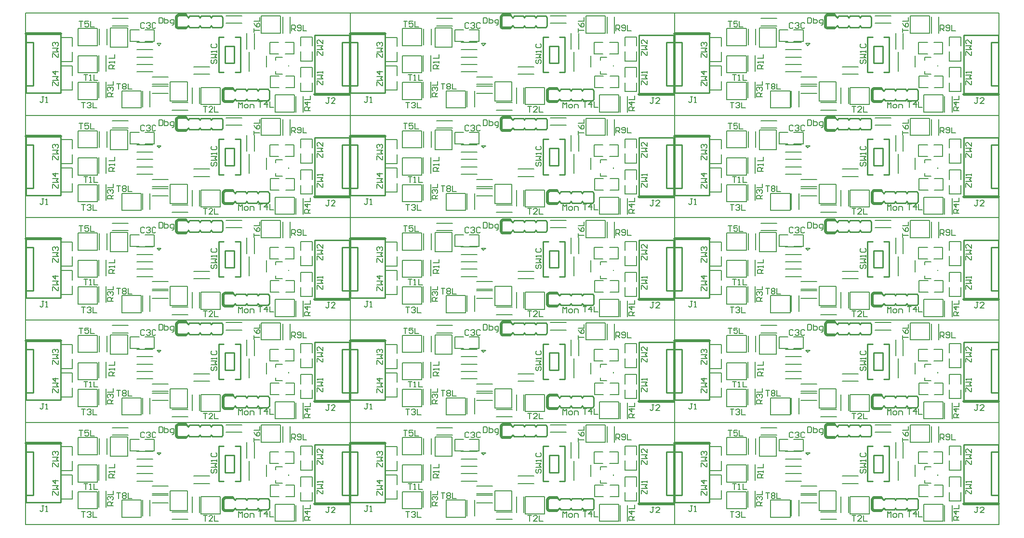
<source format=gto>
%FSLAX25Y25*%
%MOIN*%
G70*
G01*
G75*
G04 Layer_Color=65535*
%ADD10C,0.00787*%
%ADD11R,0.03543X0.03543*%
%ADD12R,0.05000X0.05000*%
%ADD13R,0.04000X0.07480*%
%ADD14R,0.03150X0.03150*%
%ADD15R,0.03150X0.03150*%
%ADD16R,0.03543X0.03543*%
%ADD17R,0.02559X0.01181*%
%ADD18R,0.01181X0.02559*%
%ADD19R,0.13583X0.13583*%
%ADD20R,0.09370X0.06496*%
%ADD21R,0.00984X0.02756*%
%ADD22R,0.03600X0.03600*%
%ADD23R,0.05000X0.03600*%
%ADD24C,0.01000*%
%ADD25C,0.01969*%
%ADD26C,0.00984*%
%ADD27C,0.00600*%
%ADD28R,0.05512X0.05512*%
%ADD29C,0.07000*%
%ADD30R,0.07000X0.07000*%
%ADD31C,0.05000*%
%ADD32C,0.03150*%
%ADD33C,0.03150*%
%ADD34R,0.07874X0.05118*%
%ADD35C,0.00800*%
%ADD36C,0.02000*%
%ADD37C,0.00591*%
D10*
X49606Y48425D02*
Y60236D01*
X36220Y48425D02*
Y60236D01*
X49606Y11024D02*
Y22835D01*
X36220Y11024D02*
Y22835D01*
X79921Y5118D02*
Y16929D01*
X66535Y5118D02*
Y16929D01*
X121260Y7480D02*
Y19291D01*
X134646Y7480D02*
Y19291D01*
X176378Y57087D02*
Y68898D01*
X162992Y57087D02*
Y68898D01*
X49606Y29528D02*
Y41339D01*
X36220Y29528D02*
Y41339D01*
X185827Y2362D02*
Y14173D01*
X172441Y2362D02*
Y14173D01*
X58661Y60630D02*
X70472D01*
X58661Y47244D02*
X70472D01*
X90748Y49803D02*
X92126Y48425D01*
X90748Y49803D02*
X93701D01*
X92126Y48425D02*
X93701Y49803D01*
X154724Y30709D02*
Y44094D01*
X166535Y33465D02*
Y41339D01*
X100000Y9843D02*
X111811D01*
X100000Y23228D02*
X111811D01*
X157875Y57480D02*
Y60104D01*
Y58792D01*
X161811D01*
X157875Y64040D02*
X158531Y62728D01*
X159843Y61416D01*
X161155D01*
X161811Y62072D01*
Y63384D01*
X161155Y64040D01*
X160499D01*
X159843Y63384D01*
Y61416D01*
X157875Y65352D02*
X161811D01*
Y67976D01*
X183858Y58661D02*
Y62597D01*
X185826D01*
X186482Y61941D01*
Y60629D01*
X185826Y59973D01*
X183858D01*
X185170D02*
X186482Y58661D01*
X187794Y59317D02*
X188450Y58661D01*
X189762D01*
X190418Y59317D01*
Y61941D01*
X189762Y62597D01*
X188450D01*
X187794Y61941D01*
Y61285D01*
X188450Y60629D01*
X190418D01*
X191730Y62597D02*
Y58661D01*
X194354D01*
X82151Y63516D02*
X81495Y64172D01*
X80184D01*
X79527Y63516D01*
Y60892D01*
X80184Y60236D01*
X81495D01*
X82151Y60892D01*
X83463Y63516D02*
X84119Y64172D01*
X85431D01*
X86087Y63516D01*
Y62860D01*
X85431Y62204D01*
X84775D01*
X85431D01*
X86087Y61548D01*
Y60892D01*
X85431Y60236D01*
X84119D01*
X83463Y60892D01*
X90023Y63516D02*
X89367Y64172D01*
X88055D01*
X87399Y63516D01*
Y60892D01*
X88055Y60236D01*
X89367D01*
X90023Y60892D01*
X92126Y67715D02*
Y63779D01*
X94094D01*
X94750Y64435D01*
Y67059D01*
X94094Y67715D01*
X92126D01*
X96062D02*
Y63779D01*
X98030D01*
X98685Y64435D01*
Y65091D01*
Y65747D01*
X98030Y66403D01*
X96062D01*
X101309Y62468D02*
X101965D01*
X102621Y63124D01*
Y66403D01*
X100653D01*
X99998Y65747D01*
Y64435D01*
X100653Y63779D01*
X102621D01*
X12466Y12991D02*
X11154D01*
X11810D01*
Y9711D01*
X11154Y9055D01*
X10498D01*
X9843Y9711D01*
X13778Y9055D02*
X15090D01*
X14434D01*
Y12991D01*
X13778Y12335D01*
X147244Y5118D02*
Y9054D01*
X148556Y7742D01*
X149868Y9054D01*
Y5118D01*
X151836D02*
X153148D01*
X153804Y5774D01*
Y7086D01*
X153148Y7742D01*
X151836D01*
X151180Y7086D01*
Y5774D01*
X151836Y5118D01*
X155116D02*
Y7742D01*
X157083D01*
X157739Y7086D01*
Y5118D01*
X61417Y32283D02*
X57482D01*
Y34251D01*
X58138Y34907D01*
X59449D01*
X60105Y34251D01*
Y32283D01*
Y33595D02*
X61417Y34907D01*
Y36219D02*
Y37531D01*
Y36875D01*
X57482D01*
X58138Y36219D01*
X57482Y39499D02*
X61417D01*
Y42123D01*
X60630Y12992D02*
X56694D01*
Y14960D01*
X57350Y15616D01*
X58662D01*
X59318Y14960D01*
Y12992D01*
Y14304D02*
X60630Y15616D01*
X57350Y16928D02*
X56694Y17584D01*
Y18896D01*
X57350Y19552D01*
X58006D01*
X58662Y18896D01*
Y18240D01*
Y18896D01*
X59318Y19552D01*
X59974D01*
X60630Y18896D01*
Y17584D01*
X59974Y16928D01*
X56694Y20864D02*
X60630D01*
Y23487D01*
X196850Y3150D02*
X192915D01*
Y5117D01*
X193571Y5773D01*
X194883D01*
X195538Y5117D01*
Y3150D01*
Y4462D02*
X196850Y5773D01*
Y9053D02*
X192915D01*
X194883Y7085D01*
Y9709D01*
X192915Y11021D02*
X196850D01*
Y13645D01*
X129004Y38451D02*
X128348Y37795D01*
Y36483D01*
X129004Y35827D01*
X129660D01*
X130316Y36483D01*
Y37795D01*
X130972Y38451D01*
X131628D01*
X132283Y37795D01*
Y36483D01*
X131628Y35827D01*
X128348Y39762D02*
X132283D01*
X130972Y41074D01*
X132283Y42386D01*
X128348D01*
X132283Y43698D02*
Y45010D01*
Y44354D01*
X128348D01*
X129004Y43698D01*
Y49602D02*
X128348Y48946D01*
Y47634D01*
X129004Y46978D01*
X131628D01*
X132283Y47634D01*
Y48946D01*
X131628Y49602D01*
X40157Y28345D02*
X42781D01*
X41469D01*
Y24409D01*
X44093D02*
X45405D01*
X44749D01*
Y28345D01*
X44093Y27689D01*
X47373Y28345D02*
Y24409D01*
X49997D01*
X62992Y22046D02*
X65616D01*
X64304D01*
Y18110D01*
X66928Y21390D02*
X67584Y22046D01*
X68896D01*
X69552Y21390D01*
Y20734D01*
X68896Y20078D01*
X69552Y19422D01*
Y18766D01*
X68896Y18110D01*
X67584D01*
X66928Y18766D01*
Y19422D01*
X67584Y20078D01*
X66928Y20734D01*
Y21390D01*
X67584Y20078D02*
X68896D01*
X70864Y22046D02*
Y18110D01*
X73487D01*
X38583Y9054D02*
X41206D01*
X39895D01*
Y5118D01*
X42518Y8398D02*
X43174Y9054D01*
X44486D01*
X45142Y8398D01*
Y7742D01*
X44486Y7086D01*
X43830D01*
X44486D01*
X45142Y6430D01*
Y5774D01*
X44486Y5118D01*
X43174D01*
X42518Y5774D01*
X46454Y9054D02*
Y5118D01*
X49078D01*
X37008Y65353D02*
X39632D01*
X38320D01*
Y61417D01*
X43567Y65353D02*
X40944D01*
Y63385D01*
X42255Y64041D01*
X42911D01*
X43567Y63385D01*
Y62073D01*
X42911Y61417D01*
X41600D01*
X40944Y62073D01*
X44879Y65353D02*
Y61417D01*
X47503D01*
X122835Y6298D02*
X125459D01*
X124147D01*
Y2362D01*
X129394D02*
X126770D01*
X129394Y4986D01*
Y5642D01*
X128738Y6298D01*
X127426D01*
X126770Y5642D01*
X130706Y6298D02*
Y2362D01*
X133330D01*
X161024Y9448D02*
X163647D01*
X162336D01*
Y5512D01*
X166927D02*
Y9448D01*
X164959Y7480D01*
X167583D01*
X168895Y9448D02*
Y5512D01*
X171519D01*
X210104Y12203D02*
X208792D01*
X209448D01*
Y8924D01*
X208792Y8268D01*
X208136D01*
X207480Y8924D01*
X214040Y8268D02*
X211416D01*
X214040Y10892D01*
Y11547D01*
X213384Y12203D01*
X212072D01*
X211416Y11547D01*
X201576Y21260D02*
Y23884D01*
X202232D01*
X204856Y21260D01*
X205512D01*
Y23884D01*
X201576Y25196D02*
X205512D01*
X204200Y26507D01*
X205512Y27819D01*
X201576D01*
X205512Y29131D02*
Y30443D01*
Y29787D01*
X201576D01*
X202232Y29131D01*
X201576Y41732D02*
Y44356D01*
X202232D01*
X204856Y41732D01*
X205512D01*
Y44356D01*
X201576Y45668D02*
X205512D01*
X204200Y46980D01*
X205512Y48292D01*
X201576D01*
X205512Y52228D02*
Y49604D01*
X202888Y52228D01*
X202232D01*
X201576Y51572D01*
Y50260D01*
X202232Y49604D01*
X18505Y40157D02*
Y42781D01*
X19161D01*
X21785Y40157D01*
X22441D01*
Y42781D01*
X18505Y44093D02*
X22441D01*
X21129Y45405D01*
X22441Y46717D01*
X18505D01*
X19161Y48029D02*
X18505Y48685D01*
Y49997D01*
X19161Y50653D01*
X19817D01*
X20473Y49997D01*
Y49341D01*
Y49997D01*
X21129Y50653D01*
X21785D01*
X22441Y49997D01*
Y48685D01*
X21785Y48029D01*
X18505Y20472D02*
Y23096D01*
X19161D01*
X21785Y20472D01*
X22441D01*
Y23096D01*
X18505Y24408D02*
X22441D01*
X21129Y25720D01*
X22441Y27032D01*
X18505D01*
X22441Y30312D02*
X18505D01*
X20473Y28344D01*
Y30968D01*
X274016Y48425D02*
Y60236D01*
X260630Y48425D02*
Y60236D01*
X274016Y11024D02*
Y22835D01*
X260630Y11024D02*
Y22835D01*
X304331Y5118D02*
Y16929D01*
X290945Y5118D02*
Y16929D01*
X345669Y7480D02*
Y19291D01*
X359055Y7480D02*
Y19291D01*
X400787Y57087D02*
Y68898D01*
X387402Y57087D02*
Y68898D01*
X274016Y29528D02*
Y41339D01*
X260630Y29528D02*
Y41339D01*
X410236Y2362D02*
Y14173D01*
X396850Y2362D02*
Y14173D01*
X283071Y60630D02*
X294882D01*
X283071Y47244D02*
X294882D01*
X315158Y49803D02*
X316535Y48425D01*
X315158Y49803D02*
X318110D01*
X316535Y48425D02*
X318110Y49803D01*
X379134Y30709D02*
Y44094D01*
X390945Y33465D02*
Y41339D01*
X324410Y9843D02*
X336221D01*
X324410Y23228D02*
X336221D01*
X382285Y57480D02*
Y60104D01*
Y58792D01*
X386221D01*
X382285Y64040D02*
X382941Y62728D01*
X384253Y61416D01*
X385564D01*
X386221Y62072D01*
Y63384D01*
X385564Y64040D01*
X384909D01*
X384253Y63384D01*
Y61416D01*
X382285Y65352D02*
X386221D01*
Y67976D01*
X408268Y58661D02*
Y62597D01*
X410236D01*
X410891Y61941D01*
Y60629D01*
X410236Y59973D01*
X408268D01*
X409580D02*
X410891Y58661D01*
X412203Y59317D02*
X412859Y58661D01*
X414171D01*
X414827Y59317D01*
Y61941D01*
X414171Y62597D01*
X412859D01*
X412203Y61941D01*
Y61285D01*
X412859Y60629D01*
X414827D01*
X416139Y62597D02*
Y58661D01*
X418763D01*
X306561Y63516D02*
X305905Y64172D01*
X304593D01*
X303937Y63516D01*
Y60892D01*
X304593Y60236D01*
X305905D01*
X306561Y60892D01*
X307873Y63516D02*
X308529Y64172D01*
X309841D01*
X310497Y63516D01*
Y62860D01*
X309841Y62204D01*
X309185D01*
X309841D01*
X310497Y61548D01*
Y60892D01*
X309841Y60236D01*
X308529D01*
X307873Y60892D01*
X314432Y63516D02*
X313776Y64172D01*
X312464D01*
X311808Y63516D01*
Y60892D01*
X312464Y60236D01*
X313776D01*
X314432Y60892D01*
X316535Y67715D02*
Y63779D01*
X318503D01*
X319159Y64435D01*
Y67059D01*
X318503Y67715D01*
X316535D01*
X320471D02*
Y63779D01*
X322439D01*
X323095Y64435D01*
Y65091D01*
Y65747D01*
X322439Y66403D01*
X320471D01*
X325719Y62468D02*
X326375D01*
X327031Y63124D01*
Y66403D01*
X325063D01*
X324407Y65747D01*
Y64435D01*
X325063Y63779D01*
X327031D01*
X236876Y12991D02*
X235564D01*
X236220D01*
Y9711D01*
X235564Y9055D01*
X234908D01*
X234252Y9711D01*
X238188Y9055D02*
X239500D01*
X238844D01*
Y12991D01*
X238188Y12335D01*
X371654Y5118D02*
Y9054D01*
X372966Y7742D01*
X374277Y9054D01*
Y5118D01*
X376245D02*
X377557D01*
X378213Y5774D01*
Y7086D01*
X377557Y7742D01*
X376245D01*
X375589Y7086D01*
Y5774D01*
X376245Y5118D01*
X379525D02*
Y7742D01*
X381493D01*
X382149Y7086D01*
Y5118D01*
X285827Y32283D02*
X281891D01*
Y34251D01*
X282547Y34907D01*
X283859D01*
X284515Y34251D01*
Y32283D01*
Y33595D02*
X285827Y34907D01*
Y36219D02*
Y37531D01*
Y36875D01*
X281891D01*
X282547Y36219D01*
X281891Y39499D02*
X285827D01*
Y42123D01*
X285039Y12992D02*
X281104D01*
Y14960D01*
X281760Y15616D01*
X283071D01*
X283728Y14960D01*
Y12992D01*
Y14304D02*
X285039Y15616D01*
X281760Y16928D02*
X281104Y17584D01*
Y18896D01*
X281760Y19552D01*
X282416D01*
X283071Y18896D01*
Y18240D01*
Y18896D01*
X283728Y19552D01*
X284383D01*
X285039Y18896D01*
Y17584D01*
X284383Y16928D01*
X281104Y20864D02*
X285039D01*
Y23487D01*
X421260Y3150D02*
X417324D01*
Y5117D01*
X417980Y5773D01*
X419292D01*
X419948Y5117D01*
Y3150D01*
Y4462D02*
X421260Y5773D01*
Y9053D02*
X417324D01*
X419292Y7085D01*
Y9709D01*
X417324Y11021D02*
X421260D01*
Y13645D01*
X353413Y38451D02*
X352757Y37795D01*
Y36483D01*
X353413Y35827D01*
X354069D01*
X354725Y36483D01*
Y37795D01*
X355381Y38451D01*
X356037D01*
X356693Y37795D01*
Y36483D01*
X356037Y35827D01*
X352757Y39762D02*
X356693D01*
X355381Y41074D01*
X356693Y42386D01*
X352757D01*
X356693Y43698D02*
Y45010D01*
Y44354D01*
X352757D01*
X353413Y43698D01*
Y49602D02*
X352757Y48946D01*
Y47634D01*
X353413Y46978D01*
X356037D01*
X356693Y47634D01*
Y48946D01*
X356037Y49602D01*
X264567Y28345D02*
X267191D01*
X265879D01*
Y24409D01*
X268503D02*
X269815D01*
X269159D01*
Y28345D01*
X268503Y27689D01*
X271782Y28345D02*
Y24409D01*
X274406D01*
X287402Y22046D02*
X290025D01*
X288714D01*
Y18110D01*
X291337Y21390D02*
X291993Y22046D01*
X293305D01*
X293961Y21390D01*
Y20734D01*
X293305Y20078D01*
X293961Y19422D01*
Y18766D01*
X293305Y18110D01*
X291993D01*
X291337Y18766D01*
Y19422D01*
X291993Y20078D01*
X291337Y20734D01*
Y21390D01*
X291993Y20078D02*
X293305D01*
X295273Y22046D02*
Y18110D01*
X297897D01*
X262992Y9054D02*
X265616D01*
X264304D01*
Y5118D01*
X266928Y8398D02*
X267584Y9054D01*
X268896D01*
X269552Y8398D01*
Y7742D01*
X268896Y7086D01*
X268240D01*
X268896D01*
X269552Y6430D01*
Y5774D01*
X268896Y5118D01*
X267584D01*
X266928Y5774D01*
X270864Y9054D02*
Y5118D01*
X273487D01*
X261417Y65353D02*
X264041D01*
X262729D01*
Y61417D01*
X267977Y65353D02*
X265353D01*
Y63385D01*
X266665Y64041D01*
X267321D01*
X267977Y63385D01*
Y62073D01*
X267321Y61417D01*
X266009D01*
X265353Y62073D01*
X269289Y65353D02*
Y61417D01*
X271913D01*
X347244Y6298D02*
X349868D01*
X348556D01*
Y2362D01*
X353804D02*
X351180D01*
X353804Y4986D01*
Y5642D01*
X353148Y6298D01*
X351836D01*
X351180Y5642D01*
X355116Y6298D02*
Y2362D01*
X357739D01*
X385433Y9448D02*
X388057D01*
X386745D01*
Y5512D01*
X391337D02*
Y9448D01*
X389369Y7480D01*
X391993D01*
X393305Y9448D02*
Y5512D01*
X395928D01*
X434514Y12203D02*
X433202D01*
X433858D01*
Y8924D01*
X433202Y8268D01*
X432546D01*
X431890Y8924D01*
X438449Y8268D02*
X435825D01*
X438449Y10892D01*
Y11547D01*
X437793Y12203D01*
X436482D01*
X435825Y11547D01*
X425985Y21260D02*
Y23884D01*
X426642D01*
X429265Y21260D01*
X429921D01*
Y23884D01*
X425985Y25196D02*
X429921D01*
X428609Y26507D01*
X429921Y27819D01*
X425985D01*
X429921Y29131D02*
Y30443D01*
Y29787D01*
X425985D01*
X426642Y29131D01*
X425985Y41732D02*
Y44356D01*
X426642D01*
X429265Y41732D01*
X429921D01*
Y44356D01*
X425985Y45668D02*
X429921D01*
X428609Y46980D01*
X429921Y48292D01*
X425985D01*
X429921Y52228D02*
Y49604D01*
X427297Y52228D01*
X426642D01*
X425985Y51572D01*
Y50260D01*
X426642Y49604D01*
X242915Y40157D02*
Y42781D01*
X243571D01*
X246194Y40157D01*
X246850D01*
Y42781D01*
X242915Y44093D02*
X246850D01*
X245538Y45405D01*
X246850Y46717D01*
X242915D01*
X243571Y48029D02*
X242915Y48685D01*
Y49997D01*
X243571Y50653D01*
X244227D01*
X244882Y49997D01*
Y49341D01*
Y49997D01*
X245538Y50653D01*
X246194D01*
X246850Y49997D01*
Y48685D01*
X246194Y48029D01*
X242915Y20472D02*
Y23096D01*
X243571D01*
X246194Y20472D01*
X246850D01*
Y23096D01*
X242915Y24408D02*
X246850D01*
X245538Y25720D01*
X246850Y27032D01*
X242915D01*
X246850Y30312D02*
X242915D01*
X244882Y28344D01*
Y30968D01*
X498425Y48425D02*
Y60236D01*
X485039Y48425D02*
Y60236D01*
X498425Y11024D02*
Y22835D01*
X485039Y11024D02*
Y22835D01*
X528740Y5118D02*
Y16929D01*
X515354Y5118D02*
Y16929D01*
X570079Y7480D02*
Y19291D01*
X583465Y7480D02*
Y19291D01*
X625197Y57087D02*
Y68898D01*
X611811Y57087D02*
Y68898D01*
X498425Y29528D02*
Y41339D01*
X485039Y29528D02*
Y41339D01*
X634646Y2362D02*
Y14173D01*
X621260Y2362D02*
Y14173D01*
X507480Y60630D02*
X519291D01*
X507480Y47244D02*
X519291D01*
X539567Y49803D02*
X540945Y48425D01*
X539567Y49803D02*
X542520D01*
X540945Y48425D02*
X542520Y49803D01*
X603543Y30709D02*
Y44094D01*
X615354Y33465D02*
Y41339D01*
X548819Y9843D02*
X560630D01*
X548819Y23228D02*
X560630D01*
X606694Y57480D02*
Y60104D01*
Y58792D01*
X610630D01*
X606694Y64040D02*
X607350Y62728D01*
X608662Y61416D01*
X609974D01*
X610630Y62072D01*
Y63384D01*
X609974Y64040D01*
X609318D01*
X608662Y63384D01*
Y61416D01*
X606694Y65352D02*
X610630D01*
Y67976D01*
X632677Y58661D02*
Y62597D01*
X634645D01*
X635301Y61941D01*
Y60629D01*
X634645Y59973D01*
X632677D01*
X633989D02*
X635301Y58661D01*
X636613Y59317D02*
X637269Y58661D01*
X638581D01*
X639237Y59317D01*
Y61941D01*
X638581Y62597D01*
X637269D01*
X636613Y61941D01*
Y61285D01*
X637269Y60629D01*
X639237D01*
X640549Y62597D02*
Y58661D01*
X643173D01*
X530970Y63516D02*
X530314Y64172D01*
X529002D01*
X528346Y63516D01*
Y60892D01*
X529002Y60236D01*
X530314D01*
X530970Y60892D01*
X532282Y63516D02*
X532938Y64172D01*
X534250D01*
X534906Y63516D01*
Y62860D01*
X534250Y62204D01*
X533594D01*
X534250D01*
X534906Y61548D01*
Y60892D01*
X534250Y60236D01*
X532938D01*
X532282Y60892D01*
X538842Y63516D02*
X538186Y64172D01*
X536874D01*
X536218Y63516D01*
Y60892D01*
X536874Y60236D01*
X538186D01*
X538842Y60892D01*
X540945Y67715D02*
Y63779D01*
X542913D01*
X543569Y64435D01*
Y67059D01*
X542913Y67715D01*
X540945D01*
X544881D02*
Y63779D01*
X546848D01*
X547504Y64435D01*
Y65091D01*
Y65747D01*
X546848Y66403D01*
X544881D01*
X550128Y62468D02*
X550784D01*
X551440Y63124D01*
Y66403D01*
X549472D01*
X548816Y65747D01*
Y64435D01*
X549472Y63779D01*
X551440D01*
X461285Y12991D02*
X459973D01*
X460629D01*
Y9711D01*
X459973Y9055D01*
X459317D01*
X458661Y9711D01*
X462597Y9055D02*
X463909D01*
X463253D01*
Y12991D01*
X462597Y12335D01*
X596063Y5118D02*
Y9054D01*
X597375Y7742D01*
X598687Y9054D01*
Y5118D01*
X600655D02*
X601967D01*
X602623Y5774D01*
Y7086D01*
X601967Y7742D01*
X600655D01*
X599999Y7086D01*
Y5774D01*
X600655Y5118D01*
X603934D02*
Y7742D01*
X605902D01*
X606558Y7086D01*
Y5118D01*
X510236Y32283D02*
X506300D01*
Y34251D01*
X506956Y34907D01*
X508268D01*
X508924Y34251D01*
Y32283D01*
Y33595D02*
X510236Y34907D01*
Y36219D02*
Y37531D01*
Y36875D01*
X506300D01*
X506956Y36219D01*
X506300Y39499D02*
X510236D01*
Y42123D01*
X509449Y12992D02*
X505513D01*
Y14960D01*
X506169Y15616D01*
X507481D01*
X508137Y14960D01*
Y12992D01*
Y14304D02*
X509449Y15616D01*
X506169Y16928D02*
X505513Y17584D01*
Y18896D01*
X506169Y19552D01*
X506825D01*
X507481Y18896D01*
Y18240D01*
Y18896D01*
X508137Y19552D01*
X508793D01*
X509449Y18896D01*
Y17584D01*
X508793Y16928D01*
X505513Y20864D02*
X509449D01*
Y23487D01*
X645669Y3150D02*
X641734D01*
Y5117D01*
X642389Y5773D01*
X643701D01*
X644357Y5117D01*
Y3150D01*
Y4462D02*
X645669Y5773D01*
Y9053D02*
X641734D01*
X643701Y7085D01*
Y9709D01*
X641734Y11021D02*
X645669D01*
Y13645D01*
X577823Y38451D02*
X577167Y37795D01*
Y36483D01*
X577823Y35827D01*
X578478D01*
X579135Y36483D01*
Y37795D01*
X579790Y38451D01*
X580446D01*
X581102Y37795D01*
Y36483D01*
X580446Y35827D01*
X577167Y39762D02*
X581102D01*
X579790Y41074D01*
X581102Y42386D01*
X577167D01*
X581102Y43698D02*
Y45010D01*
Y44354D01*
X577167D01*
X577823Y43698D01*
Y49602D02*
X577167Y48946D01*
Y47634D01*
X577823Y46978D01*
X580446D01*
X581102Y47634D01*
Y48946D01*
X580446Y49602D01*
X488976Y28345D02*
X491600D01*
X490288D01*
Y24409D01*
X492912D02*
X494224D01*
X493568D01*
Y28345D01*
X492912Y27689D01*
X496192Y28345D02*
Y24409D01*
X498816D01*
X511811Y22046D02*
X514435D01*
X513123D01*
Y18110D01*
X515747Y21390D02*
X516403Y22046D01*
X517715D01*
X518371Y21390D01*
Y20734D01*
X517715Y20078D01*
X518371Y19422D01*
Y18766D01*
X517715Y18110D01*
X516403D01*
X515747Y18766D01*
Y19422D01*
X516403Y20078D01*
X515747Y20734D01*
Y21390D01*
X516403Y20078D02*
X517715D01*
X519683Y22046D02*
Y18110D01*
X522306D01*
X487402Y9054D02*
X490025D01*
X488714D01*
Y5118D01*
X491337Y8398D02*
X491993Y9054D01*
X493305D01*
X493961Y8398D01*
Y7742D01*
X493305Y7086D01*
X492649D01*
X493305D01*
X493961Y6430D01*
Y5774D01*
X493305Y5118D01*
X491993D01*
X491337Y5774D01*
X495273Y9054D02*
Y5118D01*
X497897D01*
X485827Y65353D02*
X488451D01*
X487139D01*
Y61417D01*
X492386Y65353D02*
X489762D01*
Y63385D01*
X491074Y64041D01*
X491730D01*
X492386Y63385D01*
Y62073D01*
X491730Y61417D01*
X490418D01*
X489762Y62073D01*
X493698Y65353D02*
Y61417D01*
X496322D01*
X571654Y6298D02*
X574277D01*
X572965D01*
Y2362D01*
X578213D02*
X575589D01*
X578213Y4986D01*
Y5642D01*
X577557Y6298D01*
X576245D01*
X575589Y5642D01*
X579525Y6298D02*
Y2362D01*
X582149D01*
X609842Y9448D02*
X612466D01*
X611154D01*
Y5512D01*
X615746D02*
Y9448D01*
X613778Y7480D01*
X616402D01*
X617714Y9448D02*
Y5512D01*
X620338D01*
X658923Y12203D02*
X657611D01*
X658267D01*
Y8924D01*
X657611Y8268D01*
X656955D01*
X656299Y8924D01*
X662859Y8268D02*
X660235D01*
X662859Y10892D01*
Y11547D01*
X662203Y12203D01*
X660891D01*
X660235Y11547D01*
X650395Y21260D02*
Y23884D01*
X651051D01*
X653675Y21260D01*
X654331D01*
Y23884D01*
X650395Y25196D02*
X654331D01*
X653019Y26507D01*
X654331Y27819D01*
X650395D01*
X654331Y29131D02*
Y30443D01*
Y29787D01*
X650395D01*
X651051Y29131D01*
X650395Y41732D02*
Y44356D01*
X651051D01*
X653675Y41732D01*
X654331D01*
Y44356D01*
X650395Y45668D02*
X654331D01*
X653019Y46980D01*
X654331Y48292D01*
X650395D01*
X654331Y52228D02*
Y49604D01*
X651707Y52228D01*
X651051D01*
X650395Y51572D01*
Y50260D01*
X651051Y49604D01*
X467324Y40157D02*
Y42781D01*
X467980D01*
X470604Y40157D01*
X471260D01*
Y42781D01*
X467324Y44093D02*
X471260D01*
X469948Y45405D01*
X471260Y46717D01*
X467324D01*
X467980Y48029D02*
X467324Y48685D01*
Y49997D01*
X467980Y50653D01*
X468636D01*
X469292Y49997D01*
Y49341D01*
Y49997D01*
X469948Y50653D01*
X470604D01*
X471260Y49997D01*
Y48685D01*
X470604Y48029D01*
X467324Y20472D02*
Y23096D01*
X467980D01*
X470604Y20472D01*
X471260D01*
Y23096D01*
X467324Y24408D02*
X471260D01*
X469948Y25720D01*
X471260Y27032D01*
X467324D01*
X471260Y30312D02*
X467324D01*
X469292Y28344D01*
Y30968D01*
X49606Y119291D02*
Y131102D01*
X36220Y119291D02*
Y131102D01*
X49606Y81890D02*
Y93701D01*
X36220Y81890D02*
Y93701D01*
X79921Y75984D02*
Y87795D01*
X66535Y75984D02*
Y87795D01*
X121260Y78347D02*
Y90158D01*
X134646Y78347D02*
Y90158D01*
X176378Y127953D02*
Y139764D01*
X162992Y127953D02*
Y139764D01*
X49606Y100394D02*
Y112205D01*
X36220Y100394D02*
Y112205D01*
X185827Y73228D02*
Y85039D01*
X172441Y73228D02*
Y85039D01*
X58661Y131496D02*
X70472D01*
X58661Y118110D02*
X70472D01*
X90748Y120669D02*
X92126Y119291D01*
X90748Y120669D02*
X93701D01*
X92126Y119291D02*
X93701Y120669D01*
X154724Y101575D02*
Y114961D01*
X166535Y104331D02*
Y112205D01*
X100000Y80709D02*
X111811D01*
X100000Y94095D02*
X111811D01*
X157875Y128347D02*
Y130970D01*
Y129658D01*
X161811D01*
X157875Y134906D02*
X158531Y133594D01*
X159843Y132282D01*
X161155D01*
X161811Y132938D01*
Y134250D01*
X161155Y134906D01*
X160499D01*
X159843Y134250D01*
Y132282D01*
X157875Y136218D02*
X161811D01*
Y138842D01*
X183858Y129528D02*
Y133463D01*
X185826D01*
X186482Y132807D01*
Y131495D01*
X185826Y130840D01*
X183858D01*
X185170D02*
X186482Y129528D01*
X187794Y130183D02*
X188450Y129528D01*
X189762D01*
X190418Y130183D01*
Y132807D01*
X189762Y133463D01*
X188450D01*
X187794Y132807D01*
Y132151D01*
X188450Y131495D01*
X190418D01*
X191730Y133463D02*
Y129528D01*
X194354D01*
X82151Y134382D02*
X81495Y135038D01*
X80184D01*
X79527Y134382D01*
Y131758D01*
X80184Y131102D01*
X81495D01*
X82151Y131758D01*
X83463Y134382D02*
X84119Y135038D01*
X85431D01*
X86087Y134382D01*
Y133726D01*
X85431Y133070D01*
X84775D01*
X85431D01*
X86087Y132414D01*
Y131758D01*
X85431Y131102D01*
X84119D01*
X83463Y131758D01*
X90023Y134382D02*
X89367Y135038D01*
X88055D01*
X87399Y134382D01*
Y131758D01*
X88055Y131102D01*
X89367D01*
X90023Y131758D01*
X92126Y138581D02*
Y134646D01*
X94094D01*
X94750Y135302D01*
Y137926D01*
X94094Y138581D01*
X92126D01*
X96062D02*
Y134646D01*
X98030D01*
X98685Y135302D01*
Y135958D01*
Y136614D01*
X98030Y137269D01*
X96062D01*
X101309Y133334D02*
X101965D01*
X102621Y133990D01*
Y137269D01*
X100653D01*
X99998Y136614D01*
Y135302D01*
X100653Y134646D01*
X102621D01*
X12466Y83857D02*
X11154D01*
X11810D01*
Y80577D01*
X11154Y79921D01*
X10498D01*
X9843Y80577D01*
X13778Y79921D02*
X15090D01*
X14434D01*
Y83857D01*
X13778Y83201D01*
X147244Y75984D02*
Y79920D01*
X148556Y78608D01*
X149868Y79920D01*
Y75984D01*
X151836D02*
X153148D01*
X153804Y76640D01*
Y77952D01*
X153148Y78608D01*
X151836D01*
X151180Y77952D01*
Y76640D01*
X151836Y75984D01*
X155116D02*
Y78608D01*
X157083D01*
X157739Y77952D01*
Y75984D01*
X61417Y103150D02*
X57482D01*
Y105117D01*
X58138Y105773D01*
X59449D01*
X60105Y105117D01*
Y103150D01*
Y104462D02*
X61417Y105773D01*
Y107085D02*
Y108397D01*
Y107741D01*
X57482D01*
X58138Y107085D01*
X57482Y110365D02*
X61417D01*
Y112989D01*
X60630Y83858D02*
X56694D01*
Y85826D01*
X57350Y86482D01*
X58662D01*
X59318Y85826D01*
Y83858D01*
Y85170D02*
X60630Y86482D01*
X57350Y87794D02*
X56694Y88450D01*
Y89762D01*
X57350Y90418D01*
X58006D01*
X58662Y89762D01*
Y89106D01*
Y89762D01*
X59318Y90418D01*
X59974D01*
X60630Y89762D01*
Y88450D01*
X59974Y87794D01*
X56694Y91730D02*
X60630D01*
Y94354D01*
X196850Y74016D02*
X192915D01*
Y75984D01*
X193571Y76640D01*
X194883D01*
X195538Y75984D01*
Y74016D01*
Y75328D02*
X196850Y76640D01*
Y79919D02*
X192915D01*
X194883Y77952D01*
Y80575D01*
X192915Y81887D02*
X196850D01*
Y84511D01*
X129004Y109317D02*
X128348Y108661D01*
Y107349D01*
X129004Y106693D01*
X129660D01*
X130316Y107349D01*
Y108661D01*
X130972Y109317D01*
X131628D01*
X132283Y108661D01*
Y107349D01*
X131628Y106693D01*
X128348Y110629D02*
X132283D01*
X130972Y111941D01*
X132283Y113252D01*
X128348D01*
X132283Y114564D02*
Y115876D01*
Y115220D01*
X128348D01*
X129004Y114564D01*
Y120468D02*
X128348Y119812D01*
Y118500D01*
X129004Y117844D01*
X131628D01*
X132283Y118500D01*
Y119812D01*
X131628Y120468D01*
X40157Y99211D02*
X42781D01*
X41469D01*
Y95276D01*
X44093D02*
X45405D01*
X44749D01*
Y99211D01*
X44093Y98555D01*
X47373Y99211D02*
Y95276D01*
X49997D01*
X62992Y92912D02*
X65616D01*
X64304D01*
Y88976D01*
X66928Y92256D02*
X67584Y92912D01*
X68896D01*
X69552Y92256D01*
Y91600D01*
X68896Y90944D01*
X69552Y90288D01*
Y89632D01*
X68896Y88976D01*
X67584D01*
X66928Y89632D01*
Y90288D01*
X67584Y90944D01*
X66928Y91600D01*
Y92256D01*
X67584Y90944D02*
X68896D01*
X70864Y92912D02*
Y88976D01*
X73487D01*
X38583Y79920D02*
X41206D01*
X39895D01*
Y75984D01*
X42518Y79264D02*
X43174Y79920D01*
X44486D01*
X45142Y79264D01*
Y78608D01*
X44486Y77952D01*
X43830D01*
X44486D01*
X45142Y77296D01*
Y76640D01*
X44486Y75984D01*
X43174D01*
X42518Y76640D01*
X46454Y79920D02*
Y75984D01*
X49078D01*
X37008Y136219D02*
X39632D01*
X38320D01*
Y132283D01*
X43567Y136219D02*
X40944D01*
Y134251D01*
X42255Y134907D01*
X42911D01*
X43567Y134251D01*
Y132939D01*
X42911Y132283D01*
X41600D01*
X40944Y132939D01*
X44879Y136219D02*
Y132283D01*
X47503D01*
X122835Y77164D02*
X125459D01*
X124147D01*
Y73228D01*
X129394D02*
X126770D01*
X129394Y75852D01*
Y76508D01*
X128738Y77164D01*
X127426D01*
X126770Y76508D01*
X130706Y77164D02*
Y73228D01*
X133330D01*
X161024Y80314D02*
X163647D01*
X162336D01*
Y76378D01*
X166927D02*
Y80314D01*
X164959Y78346D01*
X167583D01*
X168895Y80314D02*
Y76378D01*
X171519D01*
X210104Y83070D02*
X208792D01*
X209448D01*
Y79790D01*
X208792Y79134D01*
X208136D01*
X207480Y79790D01*
X214040Y79134D02*
X211416D01*
X214040Y81758D01*
Y82414D01*
X213384Y83070D01*
X212072D01*
X211416Y82414D01*
X201576Y92126D02*
Y94750D01*
X202232D01*
X204856Y92126D01*
X205512D01*
Y94750D01*
X201576Y96062D02*
X205512D01*
X204200Y97374D01*
X205512Y98685D01*
X201576D01*
X205512Y99998D02*
Y101309D01*
Y100653D01*
X201576D01*
X202232Y99998D01*
X201576Y112598D02*
Y115222D01*
X202232D01*
X204856Y112598D01*
X205512D01*
Y115222D01*
X201576Y116534D02*
X205512D01*
X204200Y117846D01*
X205512Y119158D01*
X201576D01*
X205512Y123094D02*
Y120470D01*
X202888Y123094D01*
X202232D01*
X201576Y122438D01*
Y121126D01*
X202232Y120470D01*
X18505Y111024D02*
Y113647D01*
X19161D01*
X21785Y111024D01*
X22441D01*
Y113647D01*
X18505Y114959D02*
X22441D01*
X21129Y116271D01*
X22441Y117583D01*
X18505D01*
X19161Y118895D02*
X18505Y119551D01*
Y120863D01*
X19161Y121519D01*
X19817D01*
X20473Y120863D01*
Y120207D01*
Y120863D01*
X21129Y121519D01*
X21785D01*
X22441Y120863D01*
Y119551D01*
X21785Y118895D01*
X18505Y91339D02*
Y93962D01*
X19161D01*
X21785Y91339D01*
X22441D01*
Y93962D01*
X18505Y95274D02*
X22441D01*
X21129Y96586D01*
X22441Y97898D01*
X18505D01*
X22441Y101178D02*
X18505D01*
X20473Y99210D01*
Y101834D01*
X274016Y119291D02*
Y131102D01*
X260630Y119291D02*
Y131102D01*
X274016Y81890D02*
Y93701D01*
X260630Y81890D02*
Y93701D01*
X304331Y75984D02*
Y87795D01*
X290945Y75984D02*
Y87795D01*
X345669Y78347D02*
Y90158D01*
X359055Y78347D02*
Y90158D01*
X400787Y127953D02*
Y139764D01*
X387402Y127953D02*
Y139764D01*
X274016Y100394D02*
Y112205D01*
X260630Y100394D02*
Y112205D01*
X410236Y73228D02*
Y85039D01*
X396850Y73228D02*
Y85039D01*
X283071Y131496D02*
X294882D01*
X283071Y118110D02*
X294882D01*
X315158Y120669D02*
X316535Y119291D01*
X315158Y120669D02*
X318110D01*
X316535Y119291D02*
X318110Y120669D01*
X379134Y101575D02*
Y114961D01*
X390945Y104331D02*
Y112205D01*
X324410Y80709D02*
X336221D01*
X324410Y94095D02*
X336221D01*
X382285Y128347D02*
Y130970D01*
Y129658D01*
X386221D01*
X382285Y134906D02*
X382941Y133594D01*
X384253Y132282D01*
X385564D01*
X386221Y132938D01*
Y134250D01*
X385564Y134906D01*
X384909D01*
X384253Y134250D01*
Y132282D01*
X382285Y136218D02*
X386221D01*
Y138842D01*
X408268Y129528D02*
Y133463D01*
X410236D01*
X410891Y132807D01*
Y131495D01*
X410236Y130840D01*
X408268D01*
X409580D02*
X410891Y129528D01*
X412203Y130183D02*
X412859Y129528D01*
X414171D01*
X414827Y130183D01*
Y132807D01*
X414171Y133463D01*
X412859D01*
X412203Y132807D01*
Y132151D01*
X412859Y131495D01*
X414827D01*
X416139Y133463D02*
Y129528D01*
X418763D01*
X306561Y134382D02*
X305905Y135038D01*
X304593D01*
X303937Y134382D01*
Y131758D01*
X304593Y131102D01*
X305905D01*
X306561Y131758D01*
X307873Y134382D02*
X308529Y135038D01*
X309841D01*
X310497Y134382D01*
Y133726D01*
X309841Y133070D01*
X309185D01*
X309841D01*
X310497Y132414D01*
Y131758D01*
X309841Y131102D01*
X308529D01*
X307873Y131758D01*
X314432Y134382D02*
X313776Y135038D01*
X312464D01*
X311808Y134382D01*
Y131758D01*
X312464Y131102D01*
X313776D01*
X314432Y131758D01*
X316535Y138581D02*
Y134646D01*
X318503D01*
X319159Y135302D01*
Y137926D01*
X318503Y138581D01*
X316535D01*
X320471D02*
Y134646D01*
X322439D01*
X323095Y135302D01*
Y135958D01*
Y136614D01*
X322439Y137269D01*
X320471D01*
X325719Y133334D02*
X326375D01*
X327031Y133990D01*
Y137269D01*
X325063D01*
X324407Y136614D01*
Y135302D01*
X325063Y134646D01*
X327031D01*
X236876Y83857D02*
X235564D01*
X236220D01*
Y80577D01*
X235564Y79921D01*
X234908D01*
X234252Y80577D01*
X238188Y79921D02*
X239500D01*
X238844D01*
Y83857D01*
X238188Y83201D01*
X371654Y75984D02*
Y79920D01*
X372966Y78608D01*
X374277Y79920D01*
Y75984D01*
X376245D02*
X377557D01*
X378213Y76640D01*
Y77952D01*
X377557Y78608D01*
X376245D01*
X375589Y77952D01*
Y76640D01*
X376245Y75984D01*
X379525D02*
Y78608D01*
X381493D01*
X382149Y77952D01*
Y75984D01*
X285827Y103150D02*
X281891D01*
Y105117D01*
X282547Y105773D01*
X283859D01*
X284515Y105117D01*
Y103150D01*
Y104462D02*
X285827Y105773D01*
Y107085D02*
Y108397D01*
Y107741D01*
X281891D01*
X282547Y107085D01*
X281891Y110365D02*
X285827D01*
Y112989D01*
X285039Y83858D02*
X281104D01*
Y85826D01*
X281760Y86482D01*
X283071D01*
X283728Y85826D01*
Y83858D01*
Y85170D02*
X285039Y86482D01*
X281760Y87794D02*
X281104Y88450D01*
Y89762D01*
X281760Y90418D01*
X282416D01*
X283071Y89762D01*
Y89106D01*
Y89762D01*
X283728Y90418D01*
X284383D01*
X285039Y89762D01*
Y88450D01*
X284383Y87794D01*
X281104Y91730D02*
X285039D01*
Y94354D01*
X421260Y74016D02*
X417324D01*
Y75984D01*
X417980Y76640D01*
X419292D01*
X419948Y75984D01*
Y74016D01*
Y75328D02*
X421260Y76640D01*
Y79919D02*
X417324D01*
X419292Y77952D01*
Y80575D01*
X417324Y81887D02*
X421260D01*
Y84511D01*
X353413Y109317D02*
X352757Y108661D01*
Y107349D01*
X353413Y106693D01*
X354069D01*
X354725Y107349D01*
Y108661D01*
X355381Y109317D01*
X356037D01*
X356693Y108661D01*
Y107349D01*
X356037Y106693D01*
X352757Y110629D02*
X356693D01*
X355381Y111941D01*
X356693Y113252D01*
X352757D01*
X356693Y114564D02*
Y115876D01*
Y115220D01*
X352757D01*
X353413Y114564D01*
Y120468D02*
X352757Y119812D01*
Y118500D01*
X353413Y117844D01*
X356037D01*
X356693Y118500D01*
Y119812D01*
X356037Y120468D01*
X264567Y99211D02*
X267191D01*
X265879D01*
Y95276D01*
X268503D02*
X269815D01*
X269159D01*
Y99211D01*
X268503Y98555D01*
X271782Y99211D02*
Y95276D01*
X274406D01*
X287402Y92912D02*
X290025D01*
X288714D01*
Y88976D01*
X291337Y92256D02*
X291993Y92912D01*
X293305D01*
X293961Y92256D01*
Y91600D01*
X293305Y90944D01*
X293961Y90288D01*
Y89632D01*
X293305Y88976D01*
X291993D01*
X291337Y89632D01*
Y90288D01*
X291993Y90944D01*
X291337Y91600D01*
Y92256D01*
X291993Y90944D02*
X293305D01*
X295273Y92912D02*
Y88976D01*
X297897D01*
X262992Y79920D02*
X265616D01*
X264304D01*
Y75984D01*
X266928Y79264D02*
X267584Y79920D01*
X268896D01*
X269552Y79264D01*
Y78608D01*
X268896Y77952D01*
X268240D01*
X268896D01*
X269552Y77296D01*
Y76640D01*
X268896Y75984D01*
X267584D01*
X266928Y76640D01*
X270864Y79920D02*
Y75984D01*
X273487D01*
X261417Y136219D02*
X264041D01*
X262729D01*
Y132283D01*
X267977Y136219D02*
X265353D01*
Y134251D01*
X266665Y134907D01*
X267321D01*
X267977Y134251D01*
Y132939D01*
X267321Y132283D01*
X266009D01*
X265353Y132939D01*
X269289Y136219D02*
Y132283D01*
X271913D01*
X347244Y77164D02*
X349868D01*
X348556D01*
Y73228D01*
X353804D02*
X351180D01*
X353804Y75852D01*
Y76508D01*
X353148Y77164D01*
X351836D01*
X351180Y76508D01*
X355116Y77164D02*
Y73228D01*
X357739D01*
X385433Y80314D02*
X388057D01*
X386745D01*
Y76378D01*
X391337D02*
Y80314D01*
X389369Y78346D01*
X391993D01*
X393305Y80314D02*
Y76378D01*
X395928D01*
X434514Y83070D02*
X433202D01*
X433858D01*
Y79790D01*
X433202Y79134D01*
X432546D01*
X431890Y79790D01*
X438449Y79134D02*
X435825D01*
X438449Y81758D01*
Y82414D01*
X437793Y83070D01*
X436482D01*
X435825Y82414D01*
X425985Y92126D02*
Y94750D01*
X426642D01*
X429265Y92126D01*
X429921D01*
Y94750D01*
X425985Y96062D02*
X429921D01*
X428609Y97374D01*
X429921Y98685D01*
X425985D01*
X429921Y99998D02*
Y101309D01*
Y100653D01*
X425985D01*
X426642Y99998D01*
X425985Y112598D02*
Y115222D01*
X426642D01*
X429265Y112598D01*
X429921D01*
Y115222D01*
X425985Y116534D02*
X429921D01*
X428609Y117846D01*
X429921Y119158D01*
X425985D01*
X429921Y123094D02*
Y120470D01*
X427297Y123094D01*
X426642D01*
X425985Y122438D01*
Y121126D01*
X426642Y120470D01*
X242915Y111024D02*
Y113647D01*
X243571D01*
X246194Y111024D01*
X246850D01*
Y113647D01*
X242915Y114959D02*
X246850D01*
X245538Y116271D01*
X246850Y117583D01*
X242915D01*
X243571Y118895D02*
X242915Y119551D01*
Y120863D01*
X243571Y121519D01*
X244227D01*
X244882Y120863D01*
Y120207D01*
Y120863D01*
X245538Y121519D01*
X246194D01*
X246850Y120863D01*
Y119551D01*
X246194Y118895D01*
X242915Y91339D02*
Y93962D01*
X243571D01*
X246194Y91339D01*
X246850D01*
Y93962D01*
X242915Y95274D02*
X246850D01*
X245538Y96586D01*
X246850Y97898D01*
X242915D01*
X246850Y101178D02*
X242915D01*
X244882Y99210D01*
Y101834D01*
X498425Y119291D02*
Y131102D01*
X485039Y119291D02*
Y131102D01*
X498425Y81890D02*
Y93701D01*
X485039Y81890D02*
Y93701D01*
X528740Y75984D02*
Y87795D01*
X515354Y75984D02*
Y87795D01*
X570079Y78347D02*
Y90158D01*
X583465Y78347D02*
Y90158D01*
X625197Y127953D02*
Y139764D01*
X611811Y127953D02*
Y139764D01*
X498425Y100394D02*
Y112205D01*
X485039Y100394D02*
Y112205D01*
X634646Y73228D02*
Y85039D01*
X621260Y73228D02*
Y85039D01*
X507480Y131496D02*
X519291D01*
X507480Y118110D02*
X519291D01*
X539567Y120669D02*
X540945Y119291D01*
X539567Y120669D02*
X542520D01*
X540945Y119291D02*
X542520Y120669D01*
X603543Y101575D02*
Y114961D01*
X615354Y104331D02*
Y112205D01*
X548819Y80709D02*
X560630D01*
X548819Y94095D02*
X560630D01*
X606694Y128347D02*
Y130970D01*
Y129658D01*
X610630D01*
X606694Y134906D02*
X607350Y133594D01*
X608662Y132282D01*
X609974D01*
X610630Y132938D01*
Y134250D01*
X609974Y134906D01*
X609318D01*
X608662Y134250D01*
Y132282D01*
X606694Y136218D02*
X610630D01*
Y138842D01*
X632677Y129528D02*
Y133463D01*
X634645D01*
X635301Y132807D01*
Y131495D01*
X634645Y130840D01*
X632677D01*
X633989D02*
X635301Y129528D01*
X636613Y130183D02*
X637269Y129528D01*
X638581D01*
X639237Y130183D01*
Y132807D01*
X638581Y133463D01*
X637269D01*
X636613Y132807D01*
Y132151D01*
X637269Y131495D01*
X639237D01*
X640549Y133463D02*
Y129528D01*
X643173D01*
X530970Y134382D02*
X530314Y135038D01*
X529002D01*
X528346Y134382D01*
Y131758D01*
X529002Y131102D01*
X530314D01*
X530970Y131758D01*
X532282Y134382D02*
X532938Y135038D01*
X534250D01*
X534906Y134382D01*
Y133726D01*
X534250Y133070D01*
X533594D01*
X534250D01*
X534906Y132414D01*
Y131758D01*
X534250Y131102D01*
X532938D01*
X532282Y131758D01*
X538842Y134382D02*
X538186Y135038D01*
X536874D01*
X536218Y134382D01*
Y131758D01*
X536874Y131102D01*
X538186D01*
X538842Y131758D01*
X540945Y138581D02*
Y134646D01*
X542913D01*
X543569Y135302D01*
Y137926D01*
X542913Y138581D01*
X540945D01*
X544881D02*
Y134646D01*
X546848D01*
X547504Y135302D01*
Y135958D01*
Y136614D01*
X546848Y137269D01*
X544881D01*
X550128Y133334D02*
X550784D01*
X551440Y133990D01*
Y137269D01*
X549472D01*
X548816Y136614D01*
Y135302D01*
X549472Y134646D01*
X551440D01*
X461285Y83857D02*
X459973D01*
X460629D01*
Y80577D01*
X459973Y79921D01*
X459317D01*
X458661Y80577D01*
X462597Y79921D02*
X463909D01*
X463253D01*
Y83857D01*
X462597Y83201D01*
X596063Y75984D02*
Y79920D01*
X597375Y78608D01*
X598687Y79920D01*
Y75984D01*
X600655D02*
X601967D01*
X602623Y76640D01*
Y77952D01*
X601967Y78608D01*
X600655D01*
X599999Y77952D01*
Y76640D01*
X600655Y75984D01*
X603934D02*
Y78608D01*
X605902D01*
X606558Y77952D01*
Y75984D01*
X510236Y103150D02*
X506300D01*
Y105117D01*
X506956Y105773D01*
X508268D01*
X508924Y105117D01*
Y103150D01*
Y104462D02*
X510236Y105773D01*
Y107085D02*
Y108397D01*
Y107741D01*
X506300D01*
X506956Y107085D01*
X506300Y110365D02*
X510236D01*
Y112989D01*
X509449Y83858D02*
X505513D01*
Y85826D01*
X506169Y86482D01*
X507481D01*
X508137Y85826D01*
Y83858D01*
Y85170D02*
X509449Y86482D01*
X506169Y87794D02*
X505513Y88450D01*
Y89762D01*
X506169Y90418D01*
X506825D01*
X507481Y89762D01*
Y89106D01*
Y89762D01*
X508137Y90418D01*
X508793D01*
X509449Y89762D01*
Y88450D01*
X508793Y87794D01*
X505513Y91730D02*
X509449D01*
Y94354D01*
X645669Y74016D02*
X641734D01*
Y75984D01*
X642389Y76640D01*
X643701D01*
X644357Y75984D01*
Y74016D01*
Y75328D02*
X645669Y76640D01*
Y79919D02*
X641734D01*
X643701Y77952D01*
Y80575D01*
X641734Y81887D02*
X645669D01*
Y84511D01*
X577823Y109317D02*
X577167Y108661D01*
Y107349D01*
X577823Y106693D01*
X578478D01*
X579135Y107349D01*
Y108661D01*
X579790Y109317D01*
X580446D01*
X581102Y108661D01*
Y107349D01*
X580446Y106693D01*
X577167Y110629D02*
X581102D01*
X579790Y111941D01*
X581102Y113252D01*
X577167D01*
X581102Y114564D02*
Y115876D01*
Y115220D01*
X577167D01*
X577823Y114564D01*
Y120468D02*
X577167Y119812D01*
Y118500D01*
X577823Y117844D01*
X580446D01*
X581102Y118500D01*
Y119812D01*
X580446Y120468D01*
X488976Y99211D02*
X491600D01*
X490288D01*
Y95276D01*
X492912D02*
X494224D01*
X493568D01*
Y99211D01*
X492912Y98555D01*
X496192Y99211D02*
Y95276D01*
X498816D01*
X511811Y92912D02*
X514435D01*
X513123D01*
Y88976D01*
X515747Y92256D02*
X516403Y92912D01*
X517715D01*
X518371Y92256D01*
Y91600D01*
X517715Y90944D01*
X518371Y90288D01*
Y89632D01*
X517715Y88976D01*
X516403D01*
X515747Y89632D01*
Y90288D01*
X516403Y90944D01*
X515747Y91600D01*
Y92256D01*
X516403Y90944D02*
X517715D01*
X519683Y92912D02*
Y88976D01*
X522306D01*
X487402Y79920D02*
X490025D01*
X488714D01*
Y75984D01*
X491337Y79264D02*
X491993Y79920D01*
X493305D01*
X493961Y79264D01*
Y78608D01*
X493305Y77952D01*
X492649D01*
X493305D01*
X493961Y77296D01*
Y76640D01*
X493305Y75984D01*
X491993D01*
X491337Y76640D01*
X495273Y79920D02*
Y75984D01*
X497897D01*
X485827Y136219D02*
X488451D01*
X487139D01*
Y132283D01*
X492386Y136219D02*
X489762D01*
Y134251D01*
X491074Y134907D01*
X491730D01*
X492386Y134251D01*
Y132939D01*
X491730Y132283D01*
X490418D01*
X489762Y132939D01*
X493698Y136219D02*
Y132283D01*
X496322D01*
X571654Y77164D02*
X574277D01*
X572965D01*
Y73228D01*
X578213D02*
X575589D01*
X578213Y75852D01*
Y76508D01*
X577557Y77164D01*
X576245D01*
X575589Y76508D01*
X579525Y77164D02*
Y73228D01*
X582149D01*
X609842Y80314D02*
X612466D01*
X611154D01*
Y76378D01*
X615746D02*
Y80314D01*
X613778Y78346D01*
X616402D01*
X617714Y80314D02*
Y76378D01*
X620338D01*
X658923Y83070D02*
X657611D01*
X658267D01*
Y79790D01*
X657611Y79134D01*
X656955D01*
X656299Y79790D01*
X662859Y79134D02*
X660235D01*
X662859Y81758D01*
Y82414D01*
X662203Y83070D01*
X660891D01*
X660235Y82414D01*
X650395Y92126D02*
Y94750D01*
X651051D01*
X653675Y92126D01*
X654331D01*
Y94750D01*
X650395Y96062D02*
X654331D01*
X653019Y97374D01*
X654331Y98685D01*
X650395D01*
X654331Y99998D02*
Y101309D01*
Y100653D01*
X650395D01*
X651051Y99998D01*
X650395Y112598D02*
Y115222D01*
X651051D01*
X653675Y112598D01*
X654331D01*
Y115222D01*
X650395Y116534D02*
X654331D01*
X653019Y117846D01*
X654331Y119158D01*
X650395D01*
X654331Y123094D02*
Y120470D01*
X651707Y123094D01*
X651051D01*
X650395Y122438D01*
Y121126D01*
X651051Y120470D01*
X467324Y111024D02*
Y113647D01*
X467980D01*
X470604Y111024D01*
X471260D01*
Y113647D01*
X467324Y114959D02*
X471260D01*
X469948Y116271D01*
X471260Y117583D01*
X467324D01*
X467980Y118895D02*
X467324Y119551D01*
Y120863D01*
X467980Y121519D01*
X468636D01*
X469292Y120863D01*
Y120207D01*
Y120863D01*
X469948Y121519D01*
X470604D01*
X471260Y120863D01*
Y119551D01*
X470604Y118895D01*
X467324Y91339D02*
Y93962D01*
X467980D01*
X470604Y91339D01*
X471260D01*
Y93962D01*
X467324Y95274D02*
X471260D01*
X469948Y96586D01*
X471260Y97898D01*
X467324D01*
X471260Y101178D02*
X467324D01*
X469292Y99210D01*
Y101834D01*
X49606Y190157D02*
Y201969D01*
X36220Y190157D02*
Y201969D01*
X49606Y152756D02*
Y164567D01*
X36220Y152756D02*
Y164567D01*
X79921Y146850D02*
Y158661D01*
X66535Y146850D02*
Y158661D01*
X121260Y149213D02*
Y161024D01*
X134646Y149213D02*
Y161024D01*
X176378Y198819D02*
Y210630D01*
X162992Y198819D02*
Y210630D01*
X49606Y171260D02*
Y183071D01*
X36220Y171260D02*
Y183071D01*
X185827Y144095D02*
Y155905D01*
X172441Y144095D02*
Y155905D01*
X58661Y202362D02*
X70472D01*
X58661Y188976D02*
X70472D01*
X90748Y191535D02*
X92126Y190157D01*
X90748Y191535D02*
X93701D01*
X92126Y190157D02*
X93701Y191535D01*
X154724Y172441D02*
Y185827D01*
X166535Y175197D02*
Y183071D01*
X100000Y151575D02*
X111811D01*
X100000Y164961D02*
X111811D01*
X157875Y199213D02*
Y201836D01*
Y200524D01*
X161811D01*
X157875Y205772D02*
X158531Y204460D01*
X159843Y203148D01*
X161155D01*
X161811Y203804D01*
Y205116D01*
X161155Y205772D01*
X160499D01*
X159843Y205116D01*
Y203148D01*
X157875Y207084D02*
X161811D01*
Y209708D01*
X183858Y200394D02*
Y204329D01*
X185826D01*
X186482Y203674D01*
Y202362D01*
X185826Y201706D01*
X183858D01*
X185170D02*
X186482Y200394D01*
X187794Y201050D02*
X188450Y200394D01*
X189762D01*
X190418Y201050D01*
Y203674D01*
X189762Y204329D01*
X188450D01*
X187794Y203674D01*
Y203017D01*
X188450Y202362D01*
X190418D01*
X191730Y204329D02*
Y200394D01*
X194354D01*
X82151Y205248D02*
X81495Y205904D01*
X80184D01*
X79527Y205248D01*
Y202625D01*
X80184Y201969D01*
X81495D01*
X82151Y202625D01*
X83463Y205248D02*
X84119Y205904D01*
X85431D01*
X86087Y205248D01*
Y204592D01*
X85431Y203936D01*
X84775D01*
X85431D01*
X86087Y203280D01*
Y202625D01*
X85431Y201969D01*
X84119D01*
X83463Y202625D01*
X90023Y205248D02*
X89367Y205904D01*
X88055D01*
X87399Y205248D01*
Y202625D01*
X88055Y201969D01*
X89367D01*
X90023Y202625D01*
X92126Y209448D02*
Y205512D01*
X94094D01*
X94750Y206168D01*
Y208792D01*
X94094Y209448D01*
X92126D01*
X96062D02*
Y205512D01*
X98030D01*
X98685Y206168D01*
Y206824D01*
Y207480D01*
X98030Y208136D01*
X96062D01*
X101309Y204200D02*
X101965D01*
X102621Y204856D01*
Y208136D01*
X100653D01*
X99998Y207480D01*
Y206168D01*
X100653Y205512D01*
X102621D01*
X12466Y154723D02*
X11154D01*
X11810D01*
Y151443D01*
X11154Y150787D01*
X10498D01*
X9843Y151443D01*
X13778Y150787D02*
X15090D01*
X14434D01*
Y154723D01*
X13778Y154067D01*
X147244Y146850D02*
Y150786D01*
X148556Y149474D01*
X149868Y150786D01*
Y146850D01*
X151836D02*
X153148D01*
X153804Y147506D01*
Y148818D01*
X153148Y149474D01*
X151836D01*
X151180Y148818D01*
Y147506D01*
X151836Y146850D01*
X155116D02*
Y149474D01*
X157083D01*
X157739Y148818D01*
Y146850D01*
X61417Y174016D02*
X57482D01*
Y175984D01*
X58138Y176640D01*
X59449D01*
X60105Y175984D01*
Y174016D01*
Y175328D02*
X61417Y176640D01*
Y177952D02*
Y179263D01*
Y178607D01*
X57482D01*
X58138Y177952D01*
X57482Y181231D02*
X61417D01*
Y183855D01*
X60630Y154724D02*
X56694D01*
Y156692D01*
X57350Y157348D01*
X58662D01*
X59318Y156692D01*
Y154724D01*
Y156036D02*
X60630Y157348D01*
X57350Y158660D02*
X56694Y159316D01*
Y160628D01*
X57350Y161284D01*
X58006D01*
X58662Y160628D01*
Y159972D01*
Y160628D01*
X59318Y161284D01*
X59974D01*
X60630Y160628D01*
Y159316D01*
X59974Y158660D01*
X56694Y162596D02*
X60630D01*
Y165220D01*
X196850Y144882D02*
X192915D01*
Y146850D01*
X193571Y147506D01*
X194883D01*
X195538Y146850D01*
Y144882D01*
Y146194D02*
X196850Y147506D01*
Y150786D02*
X192915D01*
X194883Y148818D01*
Y151442D01*
X192915Y152753D02*
X196850D01*
Y155377D01*
X129004Y180183D02*
X128348Y179527D01*
Y178215D01*
X129004Y177559D01*
X129660D01*
X130316Y178215D01*
Y179527D01*
X130972Y180183D01*
X131628D01*
X132283Y179527D01*
Y178215D01*
X131628Y177559D01*
X128348Y181495D02*
X132283D01*
X130972Y182807D01*
X132283Y184119D01*
X128348D01*
X132283Y185431D02*
Y186742D01*
Y186086D01*
X128348D01*
X129004Y185431D01*
Y191334D02*
X128348Y190678D01*
Y189366D01*
X129004Y188710D01*
X131628D01*
X132283Y189366D01*
Y190678D01*
X131628Y191334D01*
X40157Y170078D02*
X42781D01*
X41469D01*
Y166142D01*
X44093D02*
X45405D01*
X44749D01*
Y170078D01*
X44093Y169422D01*
X47373Y170078D02*
Y166142D01*
X49997D01*
X62992Y163778D02*
X65616D01*
X64304D01*
Y159843D01*
X66928Y163122D02*
X67584Y163778D01*
X68896D01*
X69552Y163122D01*
Y162466D01*
X68896Y161810D01*
X69552Y161154D01*
Y160498D01*
X68896Y159843D01*
X67584D01*
X66928Y160498D01*
Y161154D01*
X67584Y161810D01*
X66928Y162466D01*
Y163122D01*
X67584Y161810D02*
X68896D01*
X70864Y163778D02*
Y159843D01*
X73487D01*
X38583Y150786D02*
X41206D01*
X39895D01*
Y146850D01*
X42518Y150130D02*
X43174Y150786D01*
X44486D01*
X45142Y150130D01*
Y149474D01*
X44486Y148818D01*
X43830D01*
X44486D01*
X45142Y148162D01*
Y147506D01*
X44486Y146850D01*
X43174D01*
X42518Y147506D01*
X46454Y150786D02*
Y146850D01*
X49078D01*
X37008Y207085D02*
X39632D01*
X38320D01*
Y203150D01*
X43567Y207085D02*
X40944D01*
Y205118D01*
X42255Y205773D01*
X42911D01*
X43567Y205118D01*
Y203806D01*
X42911Y203150D01*
X41600D01*
X40944Y203806D01*
X44879Y207085D02*
Y203150D01*
X47503D01*
X122835Y148030D02*
X125459D01*
X124147D01*
Y144095D01*
X129394D02*
X126770D01*
X129394Y146718D01*
Y147374D01*
X128738Y148030D01*
X127426D01*
X126770Y147374D01*
X130706Y148030D02*
Y144095D01*
X133330D01*
X161024Y151180D02*
X163647D01*
X162336D01*
Y147244D01*
X166927D02*
Y151180D01*
X164959Y149212D01*
X167583D01*
X168895Y151180D02*
Y147244D01*
X171519D01*
X210104Y153936D02*
X208792D01*
X209448D01*
Y150656D01*
X208792Y150000D01*
X208136D01*
X207480Y150656D01*
X214040Y150000D02*
X211416D01*
X214040Y152624D01*
Y153280D01*
X213384Y153936D01*
X212072D01*
X211416Y153280D01*
X201576Y162992D02*
Y165616D01*
X202232D01*
X204856Y162992D01*
X205512D01*
Y165616D01*
X201576Y166928D02*
X205512D01*
X204200Y168240D01*
X205512Y169552D01*
X201576D01*
X205512Y170864D02*
Y172176D01*
Y171520D01*
X201576D01*
X202232Y170864D01*
X201576Y183465D02*
Y186088D01*
X202232D01*
X204856Y183465D01*
X205512D01*
Y186088D01*
X201576Y187400D02*
X205512D01*
X204200Y188712D01*
X205512Y190024D01*
X201576D01*
X205512Y193960D02*
Y191336D01*
X202888Y193960D01*
X202232D01*
X201576Y193304D01*
Y191992D01*
X202232Y191336D01*
X18505Y181890D02*
Y184514D01*
X19161D01*
X21785Y181890D01*
X22441D01*
Y184514D01*
X18505Y185826D02*
X22441D01*
X21129Y187137D01*
X22441Y188449D01*
X18505D01*
X19161Y189761D02*
X18505Y190417D01*
Y191729D01*
X19161Y192385D01*
X19817D01*
X20473Y191729D01*
Y191073D01*
Y191729D01*
X21129Y192385D01*
X21785D01*
X22441Y191729D01*
Y190417D01*
X21785Y189761D01*
X18505Y162205D02*
Y164829D01*
X19161D01*
X21785Y162205D01*
X22441D01*
Y164829D01*
X18505Y166140D02*
X22441D01*
X21129Y167452D01*
X22441Y168764D01*
X18505D01*
X22441Y172044D02*
X18505D01*
X20473Y170076D01*
Y172700D01*
X274016Y190157D02*
Y201969D01*
X260630Y190157D02*
Y201969D01*
X274016Y152756D02*
Y164567D01*
X260630Y152756D02*
Y164567D01*
X304331Y146850D02*
Y158661D01*
X290945Y146850D02*
Y158661D01*
X345669Y149213D02*
Y161024D01*
X359055Y149213D02*
Y161024D01*
X400787Y198819D02*
Y210630D01*
X387402Y198819D02*
Y210630D01*
X274016Y171260D02*
Y183071D01*
X260630Y171260D02*
Y183071D01*
X410236Y144095D02*
Y155905D01*
X396850Y144095D02*
Y155905D01*
X283071Y202362D02*
X294882D01*
X283071Y188976D02*
X294882D01*
X315158Y191535D02*
X316535Y190157D01*
X315158Y191535D02*
X318110D01*
X316535Y190157D02*
X318110Y191535D01*
X379134Y172441D02*
Y185827D01*
X390945Y175197D02*
Y183071D01*
X324410Y151575D02*
X336221D01*
X324410Y164961D02*
X336221D01*
X382285Y199213D02*
Y201836D01*
Y200524D01*
X386221D01*
X382285Y205772D02*
X382941Y204460D01*
X384253Y203148D01*
X385564D01*
X386221Y203804D01*
Y205116D01*
X385564Y205772D01*
X384909D01*
X384253Y205116D01*
Y203148D01*
X382285Y207084D02*
X386221D01*
Y209708D01*
X408268Y200394D02*
Y204329D01*
X410236D01*
X410891Y203674D01*
Y202362D01*
X410236Y201706D01*
X408268D01*
X409580D02*
X410891Y200394D01*
X412203Y201050D02*
X412859Y200394D01*
X414171D01*
X414827Y201050D01*
Y203674D01*
X414171Y204329D01*
X412859D01*
X412203Y203674D01*
Y203017D01*
X412859Y202362D01*
X414827D01*
X416139Y204329D02*
Y200394D01*
X418763D01*
X306561Y205248D02*
X305905Y205904D01*
X304593D01*
X303937Y205248D01*
Y202625D01*
X304593Y201969D01*
X305905D01*
X306561Y202625D01*
X307873Y205248D02*
X308529Y205904D01*
X309841D01*
X310497Y205248D01*
Y204592D01*
X309841Y203936D01*
X309185D01*
X309841D01*
X310497Y203280D01*
Y202625D01*
X309841Y201969D01*
X308529D01*
X307873Y202625D01*
X314432Y205248D02*
X313776Y205904D01*
X312464D01*
X311808Y205248D01*
Y202625D01*
X312464Y201969D01*
X313776D01*
X314432Y202625D01*
X316535Y209448D02*
Y205512D01*
X318503D01*
X319159Y206168D01*
Y208792D01*
X318503Y209448D01*
X316535D01*
X320471D02*
Y205512D01*
X322439D01*
X323095Y206168D01*
Y206824D01*
Y207480D01*
X322439Y208136D01*
X320471D01*
X325719Y204200D02*
X326375D01*
X327031Y204856D01*
Y208136D01*
X325063D01*
X324407Y207480D01*
Y206168D01*
X325063Y205512D01*
X327031D01*
X236876Y154723D02*
X235564D01*
X236220D01*
Y151443D01*
X235564Y150787D01*
X234908D01*
X234252Y151443D01*
X238188Y150787D02*
X239500D01*
X238844D01*
Y154723D01*
X238188Y154067D01*
X371654Y146850D02*
Y150786D01*
X372966Y149474D01*
X374277Y150786D01*
Y146850D01*
X376245D02*
X377557D01*
X378213Y147506D01*
Y148818D01*
X377557Y149474D01*
X376245D01*
X375589Y148818D01*
Y147506D01*
X376245Y146850D01*
X379525D02*
Y149474D01*
X381493D01*
X382149Y148818D01*
Y146850D01*
X285827Y174016D02*
X281891D01*
Y175984D01*
X282547Y176640D01*
X283859D01*
X284515Y175984D01*
Y174016D01*
Y175328D02*
X285827Y176640D01*
Y177952D02*
Y179263D01*
Y178607D01*
X281891D01*
X282547Y177952D01*
X281891Y181231D02*
X285827D01*
Y183855D01*
X285039Y154724D02*
X281104D01*
Y156692D01*
X281760Y157348D01*
X283071D01*
X283728Y156692D01*
Y154724D01*
Y156036D02*
X285039Y157348D01*
X281760Y158660D02*
X281104Y159316D01*
Y160628D01*
X281760Y161284D01*
X282416D01*
X283071Y160628D01*
Y159972D01*
Y160628D01*
X283728Y161284D01*
X284383D01*
X285039Y160628D01*
Y159316D01*
X284383Y158660D01*
X281104Y162596D02*
X285039D01*
Y165220D01*
X421260Y144882D02*
X417324D01*
Y146850D01*
X417980Y147506D01*
X419292D01*
X419948Y146850D01*
Y144882D01*
Y146194D02*
X421260Y147506D01*
Y150786D02*
X417324D01*
X419292Y148818D01*
Y151442D01*
X417324Y152753D02*
X421260D01*
Y155377D01*
X353413Y180183D02*
X352757Y179527D01*
Y178215D01*
X353413Y177559D01*
X354069D01*
X354725Y178215D01*
Y179527D01*
X355381Y180183D01*
X356037D01*
X356693Y179527D01*
Y178215D01*
X356037Y177559D01*
X352757Y181495D02*
X356693D01*
X355381Y182807D01*
X356693Y184119D01*
X352757D01*
X356693Y185431D02*
Y186742D01*
Y186086D01*
X352757D01*
X353413Y185431D01*
Y191334D02*
X352757Y190678D01*
Y189366D01*
X353413Y188710D01*
X356037D01*
X356693Y189366D01*
Y190678D01*
X356037Y191334D01*
X264567Y170078D02*
X267191D01*
X265879D01*
Y166142D01*
X268503D02*
X269815D01*
X269159D01*
Y170078D01*
X268503Y169422D01*
X271782Y170078D02*
Y166142D01*
X274406D01*
X287402Y163778D02*
X290025D01*
X288714D01*
Y159843D01*
X291337Y163122D02*
X291993Y163778D01*
X293305D01*
X293961Y163122D01*
Y162466D01*
X293305Y161810D01*
X293961Y161154D01*
Y160498D01*
X293305Y159843D01*
X291993D01*
X291337Y160498D01*
Y161154D01*
X291993Y161810D01*
X291337Y162466D01*
Y163122D01*
X291993Y161810D02*
X293305D01*
X295273Y163778D02*
Y159843D01*
X297897D01*
X262992Y150786D02*
X265616D01*
X264304D01*
Y146850D01*
X266928Y150130D02*
X267584Y150786D01*
X268896D01*
X269552Y150130D01*
Y149474D01*
X268896Y148818D01*
X268240D01*
X268896D01*
X269552Y148162D01*
Y147506D01*
X268896Y146850D01*
X267584D01*
X266928Y147506D01*
X270864Y150786D02*
Y146850D01*
X273487D01*
X261417Y207085D02*
X264041D01*
X262729D01*
Y203150D01*
X267977Y207085D02*
X265353D01*
Y205118D01*
X266665Y205773D01*
X267321D01*
X267977Y205118D01*
Y203806D01*
X267321Y203150D01*
X266009D01*
X265353Y203806D01*
X269289Y207085D02*
Y203150D01*
X271913D01*
X347244Y148030D02*
X349868D01*
X348556D01*
Y144095D01*
X353804D02*
X351180D01*
X353804Y146718D01*
Y147374D01*
X353148Y148030D01*
X351836D01*
X351180Y147374D01*
X355116Y148030D02*
Y144095D01*
X357739D01*
X385433Y151180D02*
X388057D01*
X386745D01*
Y147244D01*
X391337D02*
Y151180D01*
X389369Y149212D01*
X391993D01*
X393305Y151180D02*
Y147244D01*
X395928D01*
X434514Y153936D02*
X433202D01*
X433858D01*
Y150656D01*
X433202Y150000D01*
X432546D01*
X431890Y150656D01*
X438449Y150000D02*
X435825D01*
X438449Y152624D01*
Y153280D01*
X437793Y153936D01*
X436482D01*
X435825Y153280D01*
X425985Y162992D02*
Y165616D01*
X426642D01*
X429265Y162992D01*
X429921D01*
Y165616D01*
X425985Y166928D02*
X429921D01*
X428609Y168240D01*
X429921Y169552D01*
X425985D01*
X429921Y170864D02*
Y172176D01*
Y171520D01*
X425985D01*
X426642Y170864D01*
X425985Y183465D02*
Y186088D01*
X426642D01*
X429265Y183465D01*
X429921D01*
Y186088D01*
X425985Y187400D02*
X429921D01*
X428609Y188712D01*
X429921Y190024D01*
X425985D01*
X429921Y193960D02*
Y191336D01*
X427297Y193960D01*
X426642D01*
X425985Y193304D01*
Y191992D01*
X426642Y191336D01*
X242915Y181890D02*
Y184514D01*
X243571D01*
X246194Y181890D01*
X246850D01*
Y184514D01*
X242915Y185826D02*
X246850D01*
X245538Y187137D01*
X246850Y188449D01*
X242915D01*
X243571Y189761D02*
X242915Y190417D01*
Y191729D01*
X243571Y192385D01*
X244227D01*
X244882Y191729D01*
Y191073D01*
Y191729D01*
X245538Y192385D01*
X246194D01*
X246850Y191729D01*
Y190417D01*
X246194Y189761D01*
X242915Y162205D02*
Y164829D01*
X243571D01*
X246194Y162205D01*
X246850D01*
Y164829D01*
X242915Y166140D02*
X246850D01*
X245538Y167452D01*
X246850Y168764D01*
X242915D01*
X246850Y172044D02*
X242915D01*
X244882Y170076D01*
Y172700D01*
X498425Y190157D02*
Y201969D01*
X485039Y190157D02*
Y201969D01*
X498425Y152756D02*
Y164567D01*
X485039Y152756D02*
Y164567D01*
X528740Y146850D02*
Y158661D01*
X515354Y146850D02*
Y158661D01*
X570079Y149213D02*
Y161024D01*
X583465Y149213D02*
Y161024D01*
X625197Y198819D02*
Y210630D01*
X611811Y198819D02*
Y210630D01*
X498425Y171260D02*
Y183071D01*
X485039Y171260D02*
Y183071D01*
X634646Y144095D02*
Y155905D01*
X621260Y144095D02*
Y155905D01*
X507480Y202362D02*
X519291D01*
X507480Y188976D02*
X519291D01*
X539567Y191535D02*
X540945Y190157D01*
X539567Y191535D02*
X542520D01*
X540945Y190157D02*
X542520Y191535D01*
X603543Y172441D02*
Y185827D01*
X615354Y175197D02*
Y183071D01*
X548819Y151575D02*
X560630D01*
X548819Y164961D02*
X560630D01*
X606694Y199213D02*
Y201836D01*
Y200524D01*
X610630D01*
X606694Y205772D02*
X607350Y204460D01*
X608662Y203148D01*
X609974D01*
X610630Y203804D01*
Y205116D01*
X609974Y205772D01*
X609318D01*
X608662Y205116D01*
Y203148D01*
X606694Y207084D02*
X610630D01*
Y209708D01*
X632677Y200394D02*
Y204329D01*
X634645D01*
X635301Y203674D01*
Y202362D01*
X634645Y201706D01*
X632677D01*
X633989D02*
X635301Y200394D01*
X636613Y201050D02*
X637269Y200394D01*
X638581D01*
X639237Y201050D01*
Y203674D01*
X638581Y204329D01*
X637269D01*
X636613Y203674D01*
Y203017D01*
X637269Y202362D01*
X639237D01*
X640549Y204329D02*
Y200394D01*
X643173D01*
X530970Y205248D02*
X530314Y205904D01*
X529002D01*
X528346Y205248D01*
Y202625D01*
X529002Y201969D01*
X530314D01*
X530970Y202625D01*
X532282Y205248D02*
X532938Y205904D01*
X534250D01*
X534906Y205248D01*
Y204592D01*
X534250Y203936D01*
X533594D01*
X534250D01*
X534906Y203280D01*
Y202625D01*
X534250Y201969D01*
X532938D01*
X532282Y202625D01*
X538842Y205248D02*
X538186Y205904D01*
X536874D01*
X536218Y205248D01*
Y202625D01*
X536874Y201969D01*
X538186D01*
X538842Y202625D01*
X540945Y209448D02*
Y205512D01*
X542913D01*
X543569Y206168D01*
Y208792D01*
X542913Y209448D01*
X540945D01*
X544881D02*
Y205512D01*
X546848D01*
X547504Y206168D01*
Y206824D01*
Y207480D01*
X546848Y208136D01*
X544881D01*
X550128Y204200D02*
X550784D01*
X551440Y204856D01*
Y208136D01*
X549472D01*
X548816Y207480D01*
Y206168D01*
X549472Y205512D01*
X551440D01*
X461285Y154723D02*
X459973D01*
X460629D01*
Y151443D01*
X459973Y150787D01*
X459317D01*
X458661Y151443D01*
X462597Y150787D02*
X463909D01*
X463253D01*
Y154723D01*
X462597Y154067D01*
X596063Y146850D02*
Y150786D01*
X597375Y149474D01*
X598687Y150786D01*
Y146850D01*
X600655D02*
X601967D01*
X602623Y147506D01*
Y148818D01*
X601967Y149474D01*
X600655D01*
X599999Y148818D01*
Y147506D01*
X600655Y146850D01*
X603934D02*
Y149474D01*
X605902D01*
X606558Y148818D01*
Y146850D01*
X510236Y174016D02*
X506300D01*
Y175984D01*
X506956Y176640D01*
X508268D01*
X508924Y175984D01*
Y174016D01*
Y175328D02*
X510236Y176640D01*
Y177952D02*
Y179263D01*
Y178607D01*
X506300D01*
X506956Y177952D01*
X506300Y181231D02*
X510236D01*
Y183855D01*
X509449Y154724D02*
X505513D01*
Y156692D01*
X506169Y157348D01*
X507481D01*
X508137Y156692D01*
Y154724D01*
Y156036D02*
X509449Y157348D01*
X506169Y158660D02*
X505513Y159316D01*
Y160628D01*
X506169Y161284D01*
X506825D01*
X507481Y160628D01*
Y159972D01*
Y160628D01*
X508137Y161284D01*
X508793D01*
X509449Y160628D01*
Y159316D01*
X508793Y158660D01*
X505513Y162596D02*
X509449D01*
Y165220D01*
X645669Y144882D02*
X641734D01*
Y146850D01*
X642389Y147506D01*
X643701D01*
X644357Y146850D01*
Y144882D01*
Y146194D02*
X645669Y147506D01*
Y150786D02*
X641734D01*
X643701Y148818D01*
Y151442D01*
X641734Y152753D02*
X645669D01*
Y155377D01*
X577823Y180183D02*
X577167Y179527D01*
Y178215D01*
X577823Y177559D01*
X578478D01*
X579135Y178215D01*
Y179527D01*
X579790Y180183D01*
X580446D01*
X581102Y179527D01*
Y178215D01*
X580446Y177559D01*
X577167Y181495D02*
X581102D01*
X579790Y182807D01*
X581102Y184119D01*
X577167D01*
X581102Y185431D02*
Y186742D01*
Y186086D01*
X577167D01*
X577823Y185431D01*
Y191334D02*
X577167Y190678D01*
Y189366D01*
X577823Y188710D01*
X580446D01*
X581102Y189366D01*
Y190678D01*
X580446Y191334D01*
X488976Y170078D02*
X491600D01*
X490288D01*
Y166142D01*
X492912D02*
X494224D01*
X493568D01*
Y170078D01*
X492912Y169422D01*
X496192Y170078D02*
Y166142D01*
X498816D01*
X511811Y163778D02*
X514435D01*
X513123D01*
Y159843D01*
X515747Y163122D02*
X516403Y163778D01*
X517715D01*
X518371Y163122D01*
Y162466D01*
X517715Y161810D01*
X518371Y161154D01*
Y160498D01*
X517715Y159843D01*
X516403D01*
X515747Y160498D01*
Y161154D01*
X516403Y161810D01*
X515747Y162466D01*
Y163122D01*
X516403Y161810D02*
X517715D01*
X519683Y163778D02*
Y159843D01*
X522306D01*
X487402Y150786D02*
X490025D01*
X488714D01*
Y146850D01*
X491337Y150130D02*
X491993Y150786D01*
X493305D01*
X493961Y150130D01*
Y149474D01*
X493305Y148818D01*
X492649D01*
X493305D01*
X493961Y148162D01*
Y147506D01*
X493305Y146850D01*
X491993D01*
X491337Y147506D01*
X495273Y150786D02*
Y146850D01*
X497897D01*
X485827Y207085D02*
X488451D01*
X487139D01*
Y203150D01*
X492386Y207085D02*
X489762D01*
Y205118D01*
X491074Y205773D01*
X491730D01*
X492386Y205118D01*
Y203806D01*
X491730Y203150D01*
X490418D01*
X489762Y203806D01*
X493698Y207085D02*
Y203150D01*
X496322D01*
X571654Y148030D02*
X574277D01*
X572965D01*
Y144095D01*
X578213D02*
X575589D01*
X578213Y146718D01*
Y147374D01*
X577557Y148030D01*
X576245D01*
X575589Y147374D01*
X579525Y148030D02*
Y144095D01*
X582149D01*
X609842Y151180D02*
X612466D01*
X611154D01*
Y147244D01*
X615746D02*
Y151180D01*
X613778Y149212D01*
X616402D01*
X617714Y151180D02*
Y147244D01*
X620338D01*
X658923Y153936D02*
X657611D01*
X658267D01*
Y150656D01*
X657611Y150000D01*
X656955D01*
X656299Y150656D01*
X662859Y150000D02*
X660235D01*
X662859Y152624D01*
Y153280D01*
X662203Y153936D01*
X660891D01*
X660235Y153280D01*
X650395Y162992D02*
Y165616D01*
X651051D01*
X653675Y162992D01*
X654331D01*
Y165616D01*
X650395Y166928D02*
X654331D01*
X653019Y168240D01*
X654331Y169552D01*
X650395D01*
X654331Y170864D02*
Y172176D01*
Y171520D01*
X650395D01*
X651051Y170864D01*
X650395Y183465D02*
Y186088D01*
X651051D01*
X653675Y183465D01*
X654331D01*
Y186088D01*
X650395Y187400D02*
X654331D01*
X653019Y188712D01*
X654331Y190024D01*
X650395D01*
X654331Y193960D02*
Y191336D01*
X651707Y193960D01*
X651051D01*
X650395Y193304D01*
Y191992D01*
X651051Y191336D01*
X467324Y181890D02*
Y184514D01*
X467980D01*
X470604Y181890D01*
X471260D01*
Y184514D01*
X467324Y185826D02*
X471260D01*
X469948Y187137D01*
X471260Y188449D01*
X467324D01*
X467980Y189761D02*
X467324Y190417D01*
Y191729D01*
X467980Y192385D01*
X468636D01*
X469292Y191729D01*
Y191073D01*
Y191729D01*
X469948Y192385D01*
X470604D01*
X471260Y191729D01*
Y190417D01*
X470604Y189761D01*
X467324Y162205D02*
Y164829D01*
X467980D01*
X470604Y162205D01*
X471260D01*
Y164829D01*
X467324Y166140D02*
X471260D01*
X469948Y167452D01*
X471260Y168764D01*
X467324D01*
X471260Y172044D02*
X467324D01*
X469292Y170076D01*
Y172700D01*
X49606Y261024D02*
Y272835D01*
X36220Y261024D02*
Y272835D01*
X49606Y223622D02*
Y235433D01*
X36220Y223622D02*
Y235433D01*
X79921Y217717D02*
Y229528D01*
X66535Y217717D02*
Y229528D01*
X121260Y220079D02*
Y231890D01*
X134646Y220079D02*
Y231890D01*
X176378Y269685D02*
Y281496D01*
X162992Y269685D02*
Y281496D01*
X49606Y242126D02*
Y253937D01*
X36220Y242126D02*
Y253937D01*
X185827Y214961D02*
Y226772D01*
X172441Y214961D02*
Y226772D01*
X58661Y273228D02*
X70472D01*
X58661Y259842D02*
X70472D01*
X90748Y262402D02*
X92126Y261024D01*
X90748Y262402D02*
X93701D01*
X92126Y261024D02*
X93701Y262402D01*
X154724Y243307D02*
Y256693D01*
X166535Y246063D02*
Y253937D01*
X100000Y222441D02*
X111811D01*
X100000Y235827D02*
X111811D01*
X157875Y270079D02*
Y272703D01*
Y271391D01*
X161811D01*
X157875Y276638D02*
X158531Y275326D01*
X159843Y274014D01*
X161155D01*
X161811Y274670D01*
Y275982D01*
X161155Y276638D01*
X160499D01*
X159843Y275982D01*
Y274014D01*
X157875Y277950D02*
X161811D01*
Y280574D01*
X183858Y271260D02*
Y275196D01*
X185826D01*
X186482Y274540D01*
Y273228D01*
X185826Y272572D01*
X183858D01*
X185170D02*
X186482Y271260D01*
X187794Y271916D02*
X188450Y271260D01*
X189762D01*
X190418Y271916D01*
Y274540D01*
X189762Y275196D01*
X188450D01*
X187794Y274540D01*
Y273884D01*
X188450Y273228D01*
X190418D01*
X191730Y275196D02*
Y271260D01*
X194354D01*
X82151Y276114D02*
X81495Y276770D01*
X80184D01*
X79527Y276114D01*
Y273491D01*
X80184Y272835D01*
X81495D01*
X82151Y273491D01*
X83463Y276114D02*
X84119Y276770D01*
X85431D01*
X86087Y276114D01*
Y275459D01*
X85431Y274802D01*
X84775D01*
X85431D01*
X86087Y274147D01*
Y273491D01*
X85431Y272835D01*
X84119D01*
X83463Y273491D01*
X90023Y276114D02*
X89367Y276770D01*
X88055D01*
X87399Y276114D01*
Y273491D01*
X88055Y272835D01*
X89367D01*
X90023Y273491D01*
X92126Y280314D02*
Y276378D01*
X94094D01*
X94750Y277034D01*
Y279658D01*
X94094Y280314D01*
X92126D01*
X96062D02*
Y276378D01*
X98030D01*
X98685Y277034D01*
Y277690D01*
Y278346D01*
X98030Y279002D01*
X96062D01*
X101309Y275066D02*
X101965D01*
X102621Y275722D01*
Y279002D01*
X100653D01*
X99998Y278346D01*
Y277034D01*
X100653Y276378D01*
X102621D01*
X12466Y225589D02*
X11154D01*
X11810D01*
Y222309D01*
X11154Y221654D01*
X10498D01*
X9843Y222309D01*
X13778Y221654D02*
X15090D01*
X14434D01*
Y225589D01*
X13778Y224933D01*
X147244Y217717D02*
Y221652D01*
X148556Y220340D01*
X149868Y221652D01*
Y217717D01*
X151836D02*
X153148D01*
X153804Y218373D01*
Y219684D01*
X153148Y220340D01*
X151836D01*
X151180Y219684D01*
Y218373D01*
X151836Y217717D01*
X155116D02*
Y220340D01*
X157083D01*
X157739Y219684D01*
Y217717D01*
X61417Y244882D02*
X57482D01*
Y246850D01*
X58138Y247506D01*
X59449D01*
X60105Y246850D01*
Y244882D01*
Y246194D02*
X61417Y247506D01*
Y248818D02*
Y250130D01*
Y249474D01*
X57482D01*
X58138Y248818D01*
X57482Y252097D02*
X61417D01*
Y254721D01*
X60630Y225590D02*
X56694D01*
Y227558D01*
X57350Y228214D01*
X58662D01*
X59318Y227558D01*
Y225590D01*
Y226903D02*
X60630Y228214D01*
X57350Y229526D02*
X56694Y230182D01*
Y231494D01*
X57350Y232150D01*
X58006D01*
X58662Y231494D01*
Y230838D01*
Y231494D01*
X59318Y232150D01*
X59974D01*
X60630Y231494D01*
Y230182D01*
X59974Y229526D01*
X56694Y233462D02*
X60630D01*
Y236086D01*
X196850Y215748D02*
X192915D01*
Y217716D01*
X193571Y218372D01*
X194883D01*
X195538Y217716D01*
Y215748D01*
Y217060D02*
X196850Y218372D01*
Y221652D02*
X192915D01*
X194883Y219684D01*
Y222308D01*
X192915Y223620D02*
X196850D01*
Y226243D01*
X129004Y251049D02*
X128348Y250393D01*
Y249081D01*
X129004Y248425D01*
X129660D01*
X130316Y249081D01*
Y250393D01*
X130972Y251049D01*
X131628D01*
X132283Y250393D01*
Y249081D01*
X131628Y248425D01*
X128348Y252361D02*
X132283D01*
X130972Y253673D01*
X132283Y254985D01*
X128348D01*
X132283Y256297D02*
Y257609D01*
Y256953D01*
X128348D01*
X129004Y256297D01*
Y262200D02*
X128348Y261544D01*
Y260232D01*
X129004Y259577D01*
X131628D01*
X132283Y260232D01*
Y261544D01*
X131628Y262200D01*
X40157Y240944D02*
X42781D01*
X41469D01*
Y237008D01*
X44093D02*
X45405D01*
X44749D01*
Y240944D01*
X44093Y240288D01*
X47373Y240944D02*
Y237008D01*
X49997D01*
X62992Y234644D02*
X65616D01*
X64304D01*
Y230709D01*
X66928Y233988D02*
X67584Y234644D01*
X68896D01*
X69552Y233988D01*
Y233332D01*
X68896Y232677D01*
X69552Y232021D01*
Y231365D01*
X68896Y230709D01*
X67584D01*
X66928Y231365D01*
Y232021D01*
X67584Y232677D01*
X66928Y233332D01*
Y233988D01*
X67584Y232677D02*
X68896D01*
X70864Y234644D02*
Y230709D01*
X73487D01*
X38583Y221652D02*
X41206D01*
X39895D01*
Y217717D01*
X42518Y220996D02*
X43174Y221652D01*
X44486D01*
X45142Y220996D01*
Y220340D01*
X44486Y219684D01*
X43830D01*
X44486D01*
X45142Y219028D01*
Y218373D01*
X44486Y217717D01*
X43174D01*
X42518Y218373D01*
X46454Y221652D02*
Y217717D01*
X49078D01*
X37008Y277952D02*
X39632D01*
X38320D01*
Y274016D01*
X43567Y277952D02*
X40944D01*
Y275984D01*
X42255Y276640D01*
X42911D01*
X43567Y275984D01*
Y274672D01*
X42911Y274016D01*
X41600D01*
X40944Y274672D01*
X44879Y277952D02*
Y274016D01*
X47503D01*
X122835Y218896D02*
X125459D01*
X124147D01*
Y214961D01*
X129394D02*
X126770D01*
X129394Y217584D01*
Y218240D01*
X128738Y218896D01*
X127426D01*
X126770Y218240D01*
X130706Y218896D02*
Y214961D01*
X133330D01*
X161024Y222046D02*
X163647D01*
X162336D01*
Y218110D01*
X166927D02*
Y222046D01*
X164959Y220078D01*
X167583D01*
X168895Y222046D02*
Y218110D01*
X171519D01*
X210104Y224802D02*
X208792D01*
X209448D01*
Y221522D01*
X208792Y220866D01*
X208136D01*
X207480Y221522D01*
X214040Y220866D02*
X211416D01*
X214040Y223490D01*
Y224146D01*
X213384Y224802D01*
X212072D01*
X211416Y224146D01*
X201576Y233858D02*
Y236482D01*
X202232D01*
X204856Y233858D01*
X205512D01*
Y236482D01*
X201576Y237794D02*
X205512D01*
X204200Y239106D01*
X205512Y240418D01*
X201576D01*
X205512Y241730D02*
Y243042D01*
Y242386D01*
X201576D01*
X202232Y241730D01*
X201576Y254331D02*
Y256955D01*
X202232D01*
X204856Y254331D01*
X205512D01*
Y256955D01*
X201576Y258266D02*
X205512D01*
X204200Y259578D01*
X205512Y260890D01*
X201576D01*
X205512Y264826D02*
Y262202D01*
X202888Y264826D01*
X202232D01*
X201576Y264170D01*
Y262858D01*
X202232Y262202D01*
X18505Y252756D02*
Y255380D01*
X19161D01*
X21785Y252756D01*
X22441D01*
Y255380D01*
X18505Y256692D02*
X22441D01*
X21129Y258003D01*
X22441Y259315D01*
X18505D01*
X19161Y260627D02*
X18505Y261283D01*
Y262595D01*
X19161Y263251D01*
X19817D01*
X20473Y262595D01*
Y261939D01*
Y262595D01*
X21129Y263251D01*
X21785D01*
X22441Y262595D01*
Y261283D01*
X21785Y260627D01*
X18505Y233071D02*
Y235695D01*
X19161D01*
X21785Y233071D01*
X22441D01*
Y235695D01*
X18505Y237007D02*
X22441D01*
X21129Y238318D01*
X22441Y239630D01*
X18505D01*
X22441Y242910D02*
X18505D01*
X20473Y240942D01*
Y243566D01*
X274016Y261024D02*
Y272835D01*
X260630Y261024D02*
Y272835D01*
X274016Y223622D02*
Y235433D01*
X260630Y223622D02*
Y235433D01*
X304331Y217717D02*
Y229528D01*
X290945Y217717D02*
Y229528D01*
X345669Y220079D02*
Y231890D01*
X359055Y220079D02*
Y231890D01*
X400787Y269685D02*
Y281496D01*
X387402Y269685D02*
Y281496D01*
X274016Y242126D02*
Y253937D01*
X260630Y242126D02*
Y253937D01*
X410236Y214961D02*
Y226772D01*
X396850Y214961D02*
Y226772D01*
X283071Y273228D02*
X294882D01*
X283071Y259842D02*
X294882D01*
X315158Y262402D02*
X316535Y261024D01*
X315158Y262402D02*
X318110D01*
X316535Y261024D02*
X318110Y262402D01*
X379134Y243307D02*
Y256693D01*
X390945Y246063D02*
Y253937D01*
X324410Y222441D02*
X336221D01*
X324410Y235827D02*
X336221D01*
X382285Y270079D02*
Y272703D01*
Y271391D01*
X386221D01*
X382285Y276638D02*
X382941Y275326D01*
X384253Y274014D01*
X385564D01*
X386221Y274670D01*
Y275982D01*
X385564Y276638D01*
X384909D01*
X384253Y275982D01*
Y274014D01*
X382285Y277950D02*
X386221D01*
Y280574D01*
X408268Y271260D02*
Y275196D01*
X410236D01*
X410891Y274540D01*
Y273228D01*
X410236Y272572D01*
X408268D01*
X409580D02*
X410891Y271260D01*
X412203Y271916D02*
X412859Y271260D01*
X414171D01*
X414827Y271916D01*
Y274540D01*
X414171Y275196D01*
X412859D01*
X412203Y274540D01*
Y273884D01*
X412859Y273228D01*
X414827D01*
X416139Y275196D02*
Y271260D01*
X418763D01*
X306561Y276114D02*
X305905Y276770D01*
X304593D01*
X303937Y276114D01*
Y273491D01*
X304593Y272835D01*
X305905D01*
X306561Y273491D01*
X307873Y276114D02*
X308529Y276770D01*
X309841D01*
X310497Y276114D01*
Y275459D01*
X309841Y274802D01*
X309185D01*
X309841D01*
X310497Y274147D01*
Y273491D01*
X309841Y272835D01*
X308529D01*
X307873Y273491D01*
X314432Y276114D02*
X313776Y276770D01*
X312464D01*
X311808Y276114D01*
Y273491D01*
X312464Y272835D01*
X313776D01*
X314432Y273491D01*
X316535Y280314D02*
Y276378D01*
X318503D01*
X319159Y277034D01*
Y279658D01*
X318503Y280314D01*
X316535D01*
X320471D02*
Y276378D01*
X322439D01*
X323095Y277034D01*
Y277690D01*
Y278346D01*
X322439Y279002D01*
X320471D01*
X325719Y275066D02*
X326375D01*
X327031Y275722D01*
Y279002D01*
X325063D01*
X324407Y278346D01*
Y277034D01*
X325063Y276378D01*
X327031D01*
X236876Y225589D02*
X235564D01*
X236220D01*
Y222309D01*
X235564Y221654D01*
X234908D01*
X234252Y222309D01*
X238188Y221654D02*
X239500D01*
X238844D01*
Y225589D01*
X238188Y224933D01*
X371654Y217717D02*
Y221652D01*
X372966Y220340D01*
X374277Y221652D01*
Y217717D01*
X376245D02*
X377557D01*
X378213Y218373D01*
Y219684D01*
X377557Y220340D01*
X376245D01*
X375589Y219684D01*
Y218373D01*
X376245Y217717D01*
X379525D02*
Y220340D01*
X381493D01*
X382149Y219684D01*
Y217717D01*
X285827Y244882D02*
X281891D01*
Y246850D01*
X282547Y247506D01*
X283859D01*
X284515Y246850D01*
Y244882D01*
Y246194D02*
X285827Y247506D01*
Y248818D02*
Y250130D01*
Y249474D01*
X281891D01*
X282547Y248818D01*
X281891Y252097D02*
X285827D01*
Y254721D01*
X285039Y225590D02*
X281104D01*
Y227558D01*
X281760Y228214D01*
X283071D01*
X283728Y227558D01*
Y225590D01*
Y226903D02*
X285039Y228214D01*
X281760Y229526D02*
X281104Y230182D01*
Y231494D01*
X281760Y232150D01*
X282416D01*
X283071Y231494D01*
Y230838D01*
Y231494D01*
X283728Y232150D01*
X284383D01*
X285039Y231494D01*
Y230182D01*
X284383Y229526D01*
X281104Y233462D02*
X285039D01*
Y236086D01*
X421260Y215748D02*
X417324D01*
Y217716D01*
X417980Y218372D01*
X419292D01*
X419948Y217716D01*
Y215748D01*
Y217060D02*
X421260Y218372D01*
Y221652D02*
X417324D01*
X419292Y219684D01*
Y222308D01*
X417324Y223620D02*
X421260D01*
Y226243D01*
X353413Y251049D02*
X352757Y250393D01*
Y249081D01*
X353413Y248425D01*
X354069D01*
X354725Y249081D01*
Y250393D01*
X355381Y251049D01*
X356037D01*
X356693Y250393D01*
Y249081D01*
X356037Y248425D01*
X352757Y252361D02*
X356693D01*
X355381Y253673D01*
X356693Y254985D01*
X352757D01*
X356693Y256297D02*
Y257609D01*
Y256953D01*
X352757D01*
X353413Y256297D01*
Y262200D02*
X352757Y261544D01*
Y260232D01*
X353413Y259577D01*
X356037D01*
X356693Y260232D01*
Y261544D01*
X356037Y262200D01*
X264567Y240944D02*
X267191D01*
X265879D01*
Y237008D01*
X268503D02*
X269815D01*
X269159D01*
Y240944D01*
X268503Y240288D01*
X271782Y240944D02*
Y237008D01*
X274406D01*
X287402Y234644D02*
X290025D01*
X288714D01*
Y230709D01*
X291337Y233988D02*
X291993Y234644D01*
X293305D01*
X293961Y233988D01*
Y233332D01*
X293305Y232677D01*
X293961Y232021D01*
Y231365D01*
X293305Y230709D01*
X291993D01*
X291337Y231365D01*
Y232021D01*
X291993Y232677D01*
X291337Y233332D01*
Y233988D01*
X291993Y232677D02*
X293305D01*
X295273Y234644D02*
Y230709D01*
X297897D01*
X262992Y221652D02*
X265616D01*
X264304D01*
Y217717D01*
X266928Y220996D02*
X267584Y221652D01*
X268896D01*
X269552Y220996D01*
Y220340D01*
X268896Y219684D01*
X268240D01*
X268896D01*
X269552Y219028D01*
Y218373D01*
X268896Y217717D01*
X267584D01*
X266928Y218373D01*
X270864Y221652D02*
Y217717D01*
X273487D01*
X261417Y277952D02*
X264041D01*
X262729D01*
Y274016D01*
X267977Y277952D02*
X265353D01*
Y275984D01*
X266665Y276640D01*
X267321D01*
X267977Y275984D01*
Y274672D01*
X267321Y274016D01*
X266009D01*
X265353Y274672D01*
X269289Y277952D02*
Y274016D01*
X271913D01*
X347244Y218896D02*
X349868D01*
X348556D01*
Y214961D01*
X353804D02*
X351180D01*
X353804Y217584D01*
Y218240D01*
X353148Y218896D01*
X351836D01*
X351180Y218240D01*
X355116Y218896D02*
Y214961D01*
X357739D01*
X385433Y222046D02*
X388057D01*
X386745D01*
Y218110D01*
X391337D02*
Y222046D01*
X389369Y220078D01*
X391993D01*
X393305Y222046D02*
Y218110D01*
X395928D01*
X434514Y224802D02*
X433202D01*
X433858D01*
Y221522D01*
X433202Y220866D01*
X432546D01*
X431890Y221522D01*
X438449Y220866D02*
X435825D01*
X438449Y223490D01*
Y224146D01*
X437793Y224802D01*
X436482D01*
X435825Y224146D01*
X425985Y233858D02*
Y236482D01*
X426642D01*
X429265Y233858D01*
X429921D01*
Y236482D01*
X425985Y237794D02*
X429921D01*
X428609Y239106D01*
X429921Y240418D01*
X425985D01*
X429921Y241730D02*
Y243042D01*
Y242386D01*
X425985D01*
X426642Y241730D01*
X425985Y254331D02*
Y256955D01*
X426642D01*
X429265Y254331D01*
X429921D01*
Y256955D01*
X425985Y258266D02*
X429921D01*
X428609Y259578D01*
X429921Y260890D01*
X425985D01*
X429921Y264826D02*
Y262202D01*
X427297Y264826D01*
X426642D01*
X425985Y264170D01*
Y262858D01*
X426642Y262202D01*
X242915Y252756D02*
Y255380D01*
X243571D01*
X246194Y252756D01*
X246850D01*
Y255380D01*
X242915Y256692D02*
X246850D01*
X245538Y258003D01*
X246850Y259315D01*
X242915D01*
X243571Y260627D02*
X242915Y261283D01*
Y262595D01*
X243571Y263251D01*
X244227D01*
X244882Y262595D01*
Y261939D01*
Y262595D01*
X245538Y263251D01*
X246194D01*
X246850Y262595D01*
Y261283D01*
X246194Y260627D01*
X242915Y233071D02*
Y235695D01*
X243571D01*
X246194Y233071D01*
X246850D01*
Y235695D01*
X242915Y237007D02*
X246850D01*
X245538Y238318D01*
X246850Y239630D01*
X242915D01*
X246850Y242910D02*
X242915D01*
X244882Y240942D01*
Y243566D01*
X498425Y261024D02*
Y272835D01*
X485039Y261024D02*
Y272835D01*
X498425Y223622D02*
Y235433D01*
X485039Y223622D02*
Y235433D01*
X528740Y217717D02*
Y229528D01*
X515354Y217717D02*
Y229528D01*
X570079Y220079D02*
Y231890D01*
X583465Y220079D02*
Y231890D01*
X625197Y269685D02*
Y281496D01*
X611811Y269685D02*
Y281496D01*
X498425Y242126D02*
Y253937D01*
X485039Y242126D02*
Y253937D01*
X634646Y214961D02*
Y226772D01*
X621260Y214961D02*
Y226772D01*
X507480Y273228D02*
X519291D01*
X507480Y259842D02*
X519291D01*
X539567Y262402D02*
X540945Y261024D01*
X539567Y262402D02*
X542520D01*
X540945Y261024D02*
X542520Y262402D01*
X603543Y243307D02*
Y256693D01*
X615354Y246063D02*
Y253937D01*
X548819Y222441D02*
X560630D01*
X548819Y235827D02*
X560630D01*
X606694Y270079D02*
Y272703D01*
Y271391D01*
X610630D01*
X606694Y276638D02*
X607350Y275326D01*
X608662Y274014D01*
X609974D01*
X610630Y274670D01*
Y275982D01*
X609974Y276638D01*
X609318D01*
X608662Y275982D01*
Y274014D01*
X606694Y277950D02*
X610630D01*
Y280574D01*
X632677Y271260D02*
Y275196D01*
X634645D01*
X635301Y274540D01*
Y273228D01*
X634645Y272572D01*
X632677D01*
X633989D02*
X635301Y271260D01*
X636613Y271916D02*
X637269Y271260D01*
X638581D01*
X639237Y271916D01*
Y274540D01*
X638581Y275196D01*
X637269D01*
X636613Y274540D01*
Y273884D01*
X637269Y273228D01*
X639237D01*
X640549Y275196D02*
Y271260D01*
X643173D01*
X530970Y276114D02*
X530314Y276770D01*
X529002D01*
X528346Y276114D01*
Y273491D01*
X529002Y272835D01*
X530314D01*
X530970Y273491D01*
X532282Y276114D02*
X532938Y276770D01*
X534250D01*
X534906Y276114D01*
Y275459D01*
X534250Y274802D01*
X533594D01*
X534250D01*
X534906Y274147D01*
Y273491D01*
X534250Y272835D01*
X532938D01*
X532282Y273491D01*
X538842Y276114D02*
X538186Y276770D01*
X536874D01*
X536218Y276114D01*
Y273491D01*
X536874Y272835D01*
X538186D01*
X538842Y273491D01*
X540945Y280314D02*
Y276378D01*
X542913D01*
X543569Y277034D01*
Y279658D01*
X542913Y280314D01*
X540945D01*
X544881D02*
Y276378D01*
X546848D01*
X547504Y277034D01*
Y277690D01*
Y278346D01*
X546848Y279002D01*
X544881D01*
X550128Y275066D02*
X550784D01*
X551440Y275722D01*
Y279002D01*
X549472D01*
X548816Y278346D01*
Y277034D01*
X549472Y276378D01*
X551440D01*
X461285Y225589D02*
X459973D01*
X460629D01*
Y222309D01*
X459973Y221654D01*
X459317D01*
X458661Y222309D01*
X462597Y221654D02*
X463909D01*
X463253D01*
Y225589D01*
X462597Y224933D01*
X596063Y217717D02*
Y221652D01*
X597375Y220340D01*
X598687Y221652D01*
Y217717D01*
X600655D02*
X601967D01*
X602623Y218373D01*
Y219684D01*
X601967Y220340D01*
X600655D01*
X599999Y219684D01*
Y218373D01*
X600655Y217717D01*
X603934D02*
Y220340D01*
X605902D01*
X606558Y219684D01*
Y217717D01*
X510236Y244882D02*
X506300D01*
Y246850D01*
X506956Y247506D01*
X508268D01*
X508924Y246850D01*
Y244882D01*
Y246194D02*
X510236Y247506D01*
Y248818D02*
Y250130D01*
Y249474D01*
X506300D01*
X506956Y248818D01*
X506300Y252097D02*
X510236D01*
Y254721D01*
X509449Y225590D02*
X505513D01*
Y227558D01*
X506169Y228214D01*
X507481D01*
X508137Y227558D01*
Y225590D01*
Y226903D02*
X509449Y228214D01*
X506169Y229526D02*
X505513Y230182D01*
Y231494D01*
X506169Y232150D01*
X506825D01*
X507481Y231494D01*
Y230838D01*
Y231494D01*
X508137Y232150D01*
X508793D01*
X509449Y231494D01*
Y230182D01*
X508793Y229526D01*
X505513Y233462D02*
X509449D01*
Y236086D01*
X645669Y215748D02*
X641734D01*
Y217716D01*
X642389Y218372D01*
X643701D01*
X644357Y217716D01*
Y215748D01*
Y217060D02*
X645669Y218372D01*
Y221652D02*
X641734D01*
X643701Y219684D01*
Y222308D01*
X641734Y223620D02*
X645669D01*
Y226243D01*
X577823Y251049D02*
X577167Y250393D01*
Y249081D01*
X577823Y248425D01*
X578478D01*
X579135Y249081D01*
Y250393D01*
X579790Y251049D01*
X580446D01*
X581102Y250393D01*
Y249081D01*
X580446Y248425D01*
X577167Y252361D02*
X581102D01*
X579790Y253673D01*
X581102Y254985D01*
X577167D01*
X581102Y256297D02*
Y257609D01*
Y256953D01*
X577167D01*
X577823Y256297D01*
Y262200D02*
X577167Y261544D01*
Y260232D01*
X577823Y259577D01*
X580446D01*
X581102Y260232D01*
Y261544D01*
X580446Y262200D01*
X488976Y240944D02*
X491600D01*
X490288D01*
Y237008D01*
X492912D02*
X494224D01*
X493568D01*
Y240944D01*
X492912Y240288D01*
X496192Y240944D02*
Y237008D01*
X498816D01*
X511811Y234644D02*
X514435D01*
X513123D01*
Y230709D01*
X515747Y233988D02*
X516403Y234644D01*
X517715D01*
X518371Y233988D01*
Y233332D01*
X517715Y232677D01*
X518371Y232021D01*
Y231365D01*
X517715Y230709D01*
X516403D01*
X515747Y231365D01*
Y232021D01*
X516403Y232677D01*
X515747Y233332D01*
Y233988D01*
X516403Y232677D02*
X517715D01*
X519683Y234644D02*
Y230709D01*
X522306D01*
X487402Y221652D02*
X490025D01*
X488714D01*
Y217717D01*
X491337Y220996D02*
X491993Y221652D01*
X493305D01*
X493961Y220996D01*
Y220340D01*
X493305Y219684D01*
X492649D01*
X493305D01*
X493961Y219028D01*
Y218373D01*
X493305Y217717D01*
X491993D01*
X491337Y218373D01*
X495273Y221652D02*
Y217717D01*
X497897D01*
X485827Y277952D02*
X488451D01*
X487139D01*
Y274016D01*
X492386Y277952D02*
X489762D01*
Y275984D01*
X491074Y276640D01*
X491730D01*
X492386Y275984D01*
Y274672D01*
X491730Y274016D01*
X490418D01*
X489762Y274672D01*
X493698Y277952D02*
Y274016D01*
X496322D01*
X571654Y218896D02*
X574277D01*
X572965D01*
Y214961D01*
X578213D02*
X575589D01*
X578213Y217584D01*
Y218240D01*
X577557Y218896D01*
X576245D01*
X575589Y218240D01*
X579525Y218896D02*
Y214961D01*
X582149D01*
X609842Y222046D02*
X612466D01*
X611154D01*
Y218110D01*
X615746D02*
Y222046D01*
X613778Y220078D01*
X616402D01*
X617714Y222046D02*
Y218110D01*
X620338D01*
X658923Y224802D02*
X657611D01*
X658267D01*
Y221522D01*
X657611Y220866D01*
X656955D01*
X656299Y221522D01*
X662859Y220866D02*
X660235D01*
X662859Y223490D01*
Y224146D01*
X662203Y224802D01*
X660891D01*
X660235Y224146D01*
X650395Y233858D02*
Y236482D01*
X651051D01*
X653675Y233858D01*
X654331D01*
Y236482D01*
X650395Y237794D02*
X654331D01*
X653019Y239106D01*
X654331Y240418D01*
X650395D01*
X654331Y241730D02*
Y243042D01*
Y242386D01*
X650395D01*
X651051Y241730D01*
X650395Y254331D02*
Y256955D01*
X651051D01*
X653675Y254331D01*
X654331D01*
Y256955D01*
X650395Y258266D02*
X654331D01*
X653019Y259578D01*
X654331Y260890D01*
X650395D01*
X654331Y264826D02*
Y262202D01*
X651707Y264826D01*
X651051D01*
X650395Y264170D01*
Y262858D01*
X651051Y262202D01*
X467324Y252756D02*
Y255380D01*
X467980D01*
X470604Y252756D01*
X471260D01*
Y255380D01*
X467324Y256692D02*
X471260D01*
X469948Y258003D01*
X471260Y259315D01*
X467324D01*
X467980Y260627D02*
X467324Y261283D01*
Y262595D01*
X467980Y263251D01*
X468636D01*
X469292Y262595D01*
Y261939D01*
Y262595D01*
X469948Y263251D01*
X470604D01*
X471260Y262595D01*
Y261283D01*
X470604Y260627D01*
X467324Y233071D02*
Y235695D01*
X467980D01*
X470604Y233071D01*
X471260D01*
Y235695D01*
X467324Y237007D02*
X471260D01*
X469948Y238318D01*
X471260Y239630D01*
X467324D01*
X471260Y242910D02*
X467324D01*
X469292Y240942D01*
Y243566D01*
X49606Y331890D02*
Y343701D01*
X36220Y331890D02*
Y343701D01*
X49606Y294488D02*
Y306299D01*
X36220Y294488D02*
Y306299D01*
X79921Y288583D02*
Y300394D01*
X66535Y288583D02*
Y300394D01*
X121260Y290945D02*
Y302756D01*
X134646Y290945D02*
Y302756D01*
X176378Y340551D02*
Y352362D01*
X162992Y340551D02*
Y352362D01*
X49606Y312992D02*
Y324803D01*
X36220Y312992D02*
Y324803D01*
X185827Y285827D02*
Y297638D01*
X172441Y285827D02*
Y297638D01*
X58661Y344094D02*
X70472D01*
X58661Y330709D02*
X70472D01*
X90748Y333268D02*
X92126Y331890D01*
X90748Y333268D02*
X93701D01*
X92126Y331890D02*
X93701Y333268D01*
X154724Y314173D02*
Y327559D01*
X166535Y316929D02*
Y324803D01*
X100000Y293307D02*
X111811D01*
X100000Y306693D02*
X111811D01*
X157875Y340945D02*
Y343569D01*
Y342257D01*
X161811D01*
X157875Y347504D02*
X158531Y346193D01*
X159843Y344881D01*
X161155D01*
X161811Y345537D01*
Y346849D01*
X161155Y347504D01*
X160499D01*
X159843Y346849D01*
Y344881D01*
X157875Y348816D02*
X161811D01*
Y351440D01*
X183858Y342126D02*
Y346062D01*
X185826D01*
X186482Y345406D01*
Y344094D01*
X185826Y343438D01*
X183858D01*
X185170D02*
X186482Y342126D01*
X187794Y342782D02*
X188450Y342126D01*
X189762D01*
X190418Y342782D01*
Y345406D01*
X189762Y346062D01*
X188450D01*
X187794Y345406D01*
Y344750D01*
X188450Y344094D01*
X190418D01*
X191730Y346062D02*
Y342126D01*
X194354D01*
X82151Y346981D02*
X81495Y347637D01*
X80184D01*
X79527Y346981D01*
Y344357D01*
X80184Y343701D01*
X81495D01*
X82151Y344357D01*
X83463Y346981D02*
X84119Y347637D01*
X85431D01*
X86087Y346981D01*
Y346325D01*
X85431Y345669D01*
X84775D01*
X85431D01*
X86087Y345013D01*
Y344357D01*
X85431Y343701D01*
X84119D01*
X83463Y344357D01*
X90023Y346981D02*
X89367Y347637D01*
X88055D01*
X87399Y346981D01*
Y344357D01*
X88055Y343701D01*
X89367D01*
X90023Y344357D01*
X92126Y351180D02*
Y347244D01*
X94094D01*
X94750Y347900D01*
Y350524D01*
X94094Y351180D01*
X92126D01*
X96062D02*
Y347244D01*
X98030D01*
X98685Y347900D01*
Y348556D01*
Y349212D01*
X98030Y349868D01*
X96062D01*
X101309Y345932D02*
X101965D01*
X102621Y346588D01*
Y349868D01*
X100653D01*
X99998Y349212D01*
Y347900D01*
X100653Y347244D01*
X102621D01*
X12466Y296455D02*
X11154D01*
X11810D01*
Y293176D01*
X11154Y292520D01*
X10498D01*
X9843Y293176D01*
X13778Y292520D02*
X15090D01*
X14434D01*
Y296455D01*
X13778Y295799D01*
X147244Y288583D02*
Y292518D01*
X148556Y291207D01*
X149868Y292518D01*
Y288583D01*
X151836D02*
X153148D01*
X153804Y289239D01*
Y290550D01*
X153148Y291207D01*
X151836D01*
X151180Y290550D01*
Y289239D01*
X151836Y288583D01*
X155116D02*
Y291207D01*
X157083D01*
X157739Y290550D01*
Y288583D01*
X61417Y315748D02*
X57482D01*
Y317716D01*
X58138Y318372D01*
X59449D01*
X60105Y317716D01*
Y315748D01*
Y317060D02*
X61417Y318372D01*
Y319684D02*
Y320996D01*
Y320340D01*
X57482D01*
X58138Y319684D01*
X57482Y322964D02*
X61417D01*
Y325587D01*
X60630Y296457D02*
X56694D01*
Y298425D01*
X57350Y299080D01*
X58662D01*
X59318Y298425D01*
Y296457D01*
Y297769D02*
X60630Y299080D01*
X57350Y300392D02*
X56694Y301048D01*
Y302360D01*
X57350Y303016D01*
X58006D01*
X58662Y302360D01*
Y301704D01*
Y302360D01*
X59318Y303016D01*
X59974D01*
X60630Y302360D01*
Y301048D01*
X59974Y300392D01*
X56694Y304328D02*
X60630D01*
Y306952D01*
X196850Y286614D02*
X192915D01*
Y288582D01*
X193571Y289238D01*
X194883D01*
X195538Y288582D01*
Y286614D01*
Y287926D02*
X196850Y289238D01*
Y292518D02*
X192915D01*
X194883Y290550D01*
Y293174D01*
X192915Y294486D02*
X196850D01*
Y297110D01*
X129004Y321915D02*
X128348Y321259D01*
Y319947D01*
X129004Y319291D01*
X129660D01*
X130316Y319947D01*
Y321259D01*
X130972Y321915D01*
X131628D01*
X132283Y321259D01*
Y319947D01*
X131628Y319291D01*
X128348Y323227D02*
X132283D01*
X130972Y324539D01*
X132283Y325851D01*
X128348D01*
X132283Y327163D02*
Y328475D01*
Y327819D01*
X128348D01*
X129004Y327163D01*
Y333066D02*
X128348Y332411D01*
Y331099D01*
X129004Y330443D01*
X131628D01*
X132283Y331099D01*
Y332411D01*
X131628Y333066D01*
X40157Y311810D02*
X42781D01*
X41469D01*
Y307874D01*
X44093D02*
X45405D01*
X44749D01*
Y311810D01*
X44093Y311154D01*
X47373Y311810D02*
Y307874D01*
X49997D01*
X62992Y305510D02*
X65616D01*
X64304D01*
Y301575D01*
X66928Y304855D02*
X67584Y305510D01*
X68896D01*
X69552Y304855D01*
Y304199D01*
X68896Y303543D01*
X69552Y302887D01*
Y302231D01*
X68896Y301575D01*
X67584D01*
X66928Y302231D01*
Y302887D01*
X67584Y303543D01*
X66928Y304199D01*
Y304855D01*
X67584Y303543D02*
X68896D01*
X70864Y305510D02*
Y301575D01*
X73487D01*
X38583Y292518D02*
X41206D01*
X39895D01*
Y288583D01*
X42518Y291862D02*
X43174Y292518D01*
X44486D01*
X45142Y291862D01*
Y291207D01*
X44486Y290550D01*
X43830D01*
X44486D01*
X45142Y289895D01*
Y289239D01*
X44486Y288583D01*
X43174D01*
X42518Y289239D01*
X46454Y292518D02*
Y288583D01*
X49078D01*
X37008Y348818D02*
X39632D01*
X38320D01*
Y344882D01*
X43567Y348818D02*
X40944D01*
Y346850D01*
X42255Y347506D01*
X42911D01*
X43567Y346850D01*
Y345538D01*
X42911Y344882D01*
X41600D01*
X40944Y345538D01*
X44879Y348818D02*
Y344882D01*
X47503D01*
X122835Y289762D02*
X125459D01*
X124147D01*
Y285827D01*
X129394D02*
X126770D01*
X129394Y288451D01*
Y289106D01*
X128738Y289762D01*
X127426D01*
X126770Y289106D01*
X130706Y289762D02*
Y285827D01*
X133330D01*
X161024Y292912D02*
X163647D01*
X162336D01*
Y288976D01*
X166927D02*
Y292912D01*
X164959Y290944D01*
X167583D01*
X168895Y292912D02*
Y288976D01*
X171519D01*
X210104Y295668D02*
X208792D01*
X209448D01*
Y292388D01*
X208792Y291732D01*
X208136D01*
X207480Y292388D01*
X214040Y291732D02*
X211416D01*
X214040Y294356D01*
Y295012D01*
X213384Y295668D01*
X212072D01*
X211416Y295012D01*
X201576Y304724D02*
Y307348D01*
X202232D01*
X204856Y304724D01*
X205512D01*
Y307348D01*
X201576Y308660D02*
X205512D01*
X204200Y309972D01*
X205512Y311284D01*
X201576D01*
X205512Y312596D02*
Y313908D01*
Y313252D01*
X201576D01*
X202232Y312596D01*
X201576Y325197D02*
Y327821D01*
X202232D01*
X204856Y325197D01*
X205512D01*
Y327821D01*
X201576Y329133D02*
X205512D01*
X204200Y330445D01*
X205512Y331756D01*
X201576D01*
X205512Y335692D02*
Y333068D01*
X202888Y335692D01*
X202232D01*
X201576Y335036D01*
Y333724D01*
X202232Y333068D01*
X18505Y323622D02*
Y326246D01*
X19161D01*
X21785Y323622D01*
X22441D01*
Y326246D01*
X18505Y327558D02*
X22441D01*
X21129Y328870D01*
X22441Y330182D01*
X18505D01*
X19161Y331493D02*
X18505Y332150D01*
Y333461D01*
X19161Y334117D01*
X19817D01*
X20473Y333461D01*
Y332805D01*
Y333461D01*
X21129Y334117D01*
X21785D01*
X22441Y333461D01*
Y332150D01*
X21785Y331493D01*
X18505Y303937D02*
Y306561D01*
X19161D01*
X21785Y303937D01*
X22441D01*
Y306561D01*
X18505Y307873D02*
X22441D01*
X21129Y309185D01*
X22441Y310497D01*
X18505D01*
X22441Y313776D02*
X18505D01*
X20473Y311808D01*
Y314432D01*
X274016Y331890D02*
Y343701D01*
X260630Y331890D02*
Y343701D01*
X274016Y294488D02*
Y306299D01*
X260630Y294488D02*
Y306299D01*
X304331Y288583D02*
Y300394D01*
X290945Y288583D02*
Y300394D01*
X345669Y290945D02*
Y302756D01*
X359055Y290945D02*
Y302756D01*
X400787Y340551D02*
Y352362D01*
X387402Y340551D02*
Y352362D01*
X274016Y312992D02*
Y324803D01*
X260630Y312992D02*
Y324803D01*
X410236Y285827D02*
Y297638D01*
X396850Y285827D02*
Y297638D01*
X283071Y344094D02*
X294882D01*
X283071Y330709D02*
X294882D01*
X315158Y333268D02*
X316535Y331890D01*
X315158Y333268D02*
X318110D01*
X316535Y331890D02*
X318110Y333268D01*
X379134Y314173D02*
Y327559D01*
X390945Y316929D02*
Y324803D01*
X324410Y293307D02*
X336221D01*
X324410Y306693D02*
X336221D01*
X382285Y340945D02*
Y343569D01*
Y342257D01*
X386221D01*
X382285Y347504D02*
X382941Y346193D01*
X384253Y344881D01*
X385564D01*
X386221Y345537D01*
Y346849D01*
X385564Y347504D01*
X384909D01*
X384253Y346849D01*
Y344881D01*
X382285Y348816D02*
X386221D01*
Y351440D01*
X408268Y342126D02*
Y346062D01*
X410236D01*
X410891Y345406D01*
Y344094D01*
X410236Y343438D01*
X408268D01*
X409580D02*
X410891Y342126D01*
X412203Y342782D02*
X412859Y342126D01*
X414171D01*
X414827Y342782D01*
Y345406D01*
X414171Y346062D01*
X412859D01*
X412203Y345406D01*
Y344750D01*
X412859Y344094D01*
X414827D01*
X416139Y346062D02*
Y342126D01*
X418763D01*
X306561Y346981D02*
X305905Y347637D01*
X304593D01*
X303937Y346981D01*
Y344357D01*
X304593Y343701D01*
X305905D01*
X306561Y344357D01*
X307873Y346981D02*
X308529Y347637D01*
X309841D01*
X310497Y346981D01*
Y346325D01*
X309841Y345669D01*
X309185D01*
X309841D01*
X310497Y345013D01*
Y344357D01*
X309841Y343701D01*
X308529D01*
X307873Y344357D01*
X314432Y346981D02*
X313776Y347637D01*
X312464D01*
X311808Y346981D01*
Y344357D01*
X312464Y343701D01*
X313776D01*
X314432Y344357D01*
X316535Y351180D02*
Y347244D01*
X318503D01*
X319159Y347900D01*
Y350524D01*
X318503Y351180D01*
X316535D01*
X320471D02*
Y347244D01*
X322439D01*
X323095Y347900D01*
Y348556D01*
Y349212D01*
X322439Y349868D01*
X320471D01*
X325719Y345932D02*
X326375D01*
X327031Y346588D01*
Y349868D01*
X325063D01*
X324407Y349212D01*
Y347900D01*
X325063Y347244D01*
X327031D01*
X236876Y296455D02*
X235564D01*
X236220D01*
Y293176D01*
X235564Y292520D01*
X234908D01*
X234252Y293176D01*
X238188Y292520D02*
X239500D01*
X238844D01*
Y296455D01*
X238188Y295799D01*
X371654Y288583D02*
Y292518D01*
X372966Y291207D01*
X374277Y292518D01*
Y288583D01*
X376245D02*
X377557D01*
X378213Y289239D01*
Y290550D01*
X377557Y291207D01*
X376245D01*
X375589Y290550D01*
Y289239D01*
X376245Y288583D01*
X379525D02*
Y291207D01*
X381493D01*
X382149Y290550D01*
Y288583D01*
X285827Y315748D02*
X281891D01*
Y317716D01*
X282547Y318372D01*
X283859D01*
X284515Y317716D01*
Y315748D01*
Y317060D02*
X285827Y318372D01*
Y319684D02*
Y320996D01*
Y320340D01*
X281891D01*
X282547Y319684D01*
X281891Y322964D02*
X285827D01*
Y325587D01*
X285039Y296457D02*
X281104D01*
Y298425D01*
X281760Y299080D01*
X283071D01*
X283728Y298425D01*
Y296457D01*
Y297769D02*
X285039Y299080D01*
X281760Y300392D02*
X281104Y301048D01*
Y302360D01*
X281760Y303016D01*
X282416D01*
X283071Y302360D01*
Y301704D01*
Y302360D01*
X283728Y303016D01*
X284383D01*
X285039Y302360D01*
Y301048D01*
X284383Y300392D01*
X281104Y304328D02*
X285039D01*
Y306952D01*
X421260Y286614D02*
X417324D01*
Y288582D01*
X417980Y289238D01*
X419292D01*
X419948Y288582D01*
Y286614D01*
Y287926D02*
X421260Y289238D01*
Y292518D02*
X417324D01*
X419292Y290550D01*
Y293174D01*
X417324Y294486D02*
X421260D01*
Y297110D01*
X353413Y321915D02*
X352757Y321259D01*
Y319947D01*
X353413Y319291D01*
X354069D01*
X354725Y319947D01*
Y321259D01*
X355381Y321915D01*
X356037D01*
X356693Y321259D01*
Y319947D01*
X356037Y319291D01*
X352757Y323227D02*
X356693D01*
X355381Y324539D01*
X356693Y325851D01*
X352757D01*
X356693Y327163D02*
Y328475D01*
Y327819D01*
X352757D01*
X353413Y327163D01*
Y333066D02*
X352757Y332411D01*
Y331099D01*
X353413Y330443D01*
X356037D01*
X356693Y331099D01*
Y332411D01*
X356037Y333066D01*
X264567Y311810D02*
X267191D01*
X265879D01*
Y307874D01*
X268503D02*
X269815D01*
X269159D01*
Y311810D01*
X268503Y311154D01*
X271782Y311810D02*
Y307874D01*
X274406D01*
X287402Y305510D02*
X290025D01*
X288714D01*
Y301575D01*
X291337Y304855D02*
X291993Y305510D01*
X293305D01*
X293961Y304855D01*
Y304199D01*
X293305Y303543D01*
X293961Y302887D01*
Y302231D01*
X293305Y301575D01*
X291993D01*
X291337Y302231D01*
Y302887D01*
X291993Y303543D01*
X291337Y304199D01*
Y304855D01*
X291993Y303543D02*
X293305D01*
X295273Y305510D02*
Y301575D01*
X297897D01*
X262992Y292518D02*
X265616D01*
X264304D01*
Y288583D01*
X266928Y291862D02*
X267584Y292518D01*
X268896D01*
X269552Y291862D01*
Y291207D01*
X268896Y290550D01*
X268240D01*
X268896D01*
X269552Y289895D01*
Y289239D01*
X268896Y288583D01*
X267584D01*
X266928Y289239D01*
X270864Y292518D02*
Y288583D01*
X273487D01*
X261417Y348818D02*
X264041D01*
X262729D01*
Y344882D01*
X267977Y348818D02*
X265353D01*
Y346850D01*
X266665Y347506D01*
X267321D01*
X267977Y346850D01*
Y345538D01*
X267321Y344882D01*
X266009D01*
X265353Y345538D01*
X269289Y348818D02*
Y344882D01*
X271913D01*
X347244Y289762D02*
X349868D01*
X348556D01*
Y285827D01*
X353804D02*
X351180D01*
X353804Y288451D01*
Y289106D01*
X353148Y289762D01*
X351836D01*
X351180Y289106D01*
X355116Y289762D02*
Y285827D01*
X357739D01*
X385433Y292912D02*
X388057D01*
X386745D01*
Y288976D01*
X391337D02*
Y292912D01*
X389369Y290944D01*
X391993D01*
X393305Y292912D02*
Y288976D01*
X395928D01*
X434514Y295668D02*
X433202D01*
X433858D01*
Y292388D01*
X433202Y291732D01*
X432546D01*
X431890Y292388D01*
X438449Y291732D02*
X435825D01*
X438449Y294356D01*
Y295012D01*
X437793Y295668D01*
X436482D01*
X435825Y295012D01*
X425985Y304724D02*
Y307348D01*
X426642D01*
X429265Y304724D01*
X429921D01*
Y307348D01*
X425985Y308660D02*
X429921D01*
X428609Y309972D01*
X429921Y311284D01*
X425985D01*
X429921Y312596D02*
Y313908D01*
Y313252D01*
X425985D01*
X426642Y312596D01*
X425985Y325197D02*
Y327821D01*
X426642D01*
X429265Y325197D01*
X429921D01*
Y327821D01*
X425985Y329133D02*
X429921D01*
X428609Y330445D01*
X429921Y331756D01*
X425985D01*
X429921Y335692D02*
Y333068D01*
X427297Y335692D01*
X426642D01*
X425985Y335036D01*
Y333724D01*
X426642Y333068D01*
X242915Y323622D02*
Y326246D01*
X243571D01*
X246194Y323622D01*
X246850D01*
Y326246D01*
X242915Y327558D02*
X246850D01*
X245538Y328870D01*
X246850Y330182D01*
X242915D01*
X243571Y331493D02*
X242915Y332150D01*
Y333461D01*
X243571Y334117D01*
X244227D01*
X244882Y333461D01*
Y332805D01*
Y333461D01*
X245538Y334117D01*
X246194D01*
X246850Y333461D01*
Y332150D01*
X246194Y331493D01*
X242915Y303937D02*
Y306561D01*
X243571D01*
X246194Y303937D01*
X246850D01*
Y306561D01*
X242915Y307873D02*
X246850D01*
X245538Y309185D01*
X246850Y310497D01*
X242915D01*
X246850Y313776D02*
X242915D01*
X244882Y311808D01*
Y314432D01*
X498425Y331890D02*
Y343701D01*
X485039Y331890D02*
Y343701D01*
X498425Y294488D02*
Y306299D01*
X485039Y294488D02*
Y306299D01*
X528740Y288583D02*
Y300394D01*
X515354Y288583D02*
Y300394D01*
X570079Y290945D02*
Y302756D01*
X583465Y290945D02*
Y302756D01*
X625197Y340551D02*
Y352362D01*
X611811Y340551D02*
Y352362D01*
X498425Y312992D02*
Y324803D01*
X485039Y312992D02*
Y324803D01*
X634646Y285827D02*
Y297638D01*
X621260Y285827D02*
Y297638D01*
X507480Y344094D02*
X519291D01*
X507480Y330709D02*
X519291D01*
X539567Y333268D02*
X540945Y331890D01*
X539567Y333268D02*
X542520D01*
X540945Y331890D02*
X542520Y333268D01*
X603543Y314173D02*
Y327559D01*
X615354Y316929D02*
Y324803D01*
X548819Y293307D02*
X560630D01*
X548819Y306693D02*
X560630D01*
X606694Y340945D02*
Y343569D01*
Y342257D01*
X610630D01*
X606694Y347504D02*
X607350Y346193D01*
X608662Y344881D01*
X609974D01*
X610630Y345537D01*
Y346849D01*
X609974Y347504D01*
X609318D01*
X608662Y346849D01*
Y344881D01*
X606694Y348816D02*
X610630D01*
Y351440D01*
X632677Y342126D02*
Y346062D01*
X634645D01*
X635301Y345406D01*
Y344094D01*
X634645Y343438D01*
X632677D01*
X633989D02*
X635301Y342126D01*
X636613Y342782D02*
X637269Y342126D01*
X638581D01*
X639237Y342782D01*
Y345406D01*
X638581Y346062D01*
X637269D01*
X636613Y345406D01*
Y344750D01*
X637269Y344094D01*
X639237D01*
X640549Y346062D02*
Y342126D01*
X643173D01*
X530970Y346981D02*
X530314Y347637D01*
X529002D01*
X528346Y346981D01*
Y344357D01*
X529002Y343701D01*
X530314D01*
X530970Y344357D01*
X532282Y346981D02*
X532938Y347637D01*
X534250D01*
X534906Y346981D01*
Y346325D01*
X534250Y345669D01*
X533594D01*
X534250D01*
X534906Y345013D01*
Y344357D01*
X534250Y343701D01*
X532938D01*
X532282Y344357D01*
X538842Y346981D02*
X538186Y347637D01*
X536874D01*
X536218Y346981D01*
Y344357D01*
X536874Y343701D01*
X538186D01*
X538842Y344357D01*
X540945Y351180D02*
Y347244D01*
X542913D01*
X543569Y347900D01*
Y350524D01*
X542913Y351180D01*
X540945D01*
X544881D02*
Y347244D01*
X546848D01*
X547504Y347900D01*
Y348556D01*
Y349212D01*
X546848Y349868D01*
X544881D01*
X550128Y345932D02*
X550784D01*
X551440Y346588D01*
Y349868D01*
X549472D01*
X548816Y349212D01*
Y347900D01*
X549472Y347244D01*
X551440D01*
X461285Y296455D02*
X459973D01*
X460629D01*
Y293176D01*
X459973Y292520D01*
X459317D01*
X458661Y293176D01*
X462597Y292520D02*
X463909D01*
X463253D01*
Y296455D01*
X462597Y295799D01*
X596063Y288583D02*
Y292518D01*
X597375Y291207D01*
X598687Y292518D01*
Y288583D01*
X600655D02*
X601967D01*
X602623Y289239D01*
Y290550D01*
X601967Y291207D01*
X600655D01*
X599999Y290550D01*
Y289239D01*
X600655Y288583D01*
X603934D02*
Y291207D01*
X605902D01*
X606558Y290550D01*
Y288583D01*
X510236Y315748D02*
X506300D01*
Y317716D01*
X506956Y318372D01*
X508268D01*
X508924Y317716D01*
Y315748D01*
Y317060D02*
X510236Y318372D01*
Y319684D02*
Y320996D01*
Y320340D01*
X506300D01*
X506956Y319684D01*
X506300Y322964D02*
X510236D01*
Y325587D01*
X509449Y296457D02*
X505513D01*
Y298425D01*
X506169Y299080D01*
X507481D01*
X508137Y298425D01*
Y296457D01*
Y297769D02*
X509449Y299080D01*
X506169Y300392D02*
X505513Y301048D01*
Y302360D01*
X506169Y303016D01*
X506825D01*
X507481Y302360D01*
Y301704D01*
Y302360D01*
X508137Y303016D01*
X508793D01*
X509449Y302360D01*
Y301048D01*
X508793Y300392D01*
X505513Y304328D02*
X509449D01*
Y306952D01*
X645669Y286614D02*
X641734D01*
Y288582D01*
X642389Y289238D01*
X643701D01*
X644357Y288582D01*
Y286614D01*
Y287926D02*
X645669Y289238D01*
Y292518D02*
X641734D01*
X643701Y290550D01*
Y293174D01*
X641734Y294486D02*
X645669D01*
Y297110D01*
X577823Y321915D02*
X577167Y321259D01*
Y319947D01*
X577823Y319291D01*
X578478D01*
X579135Y319947D01*
Y321259D01*
X579790Y321915D01*
X580446D01*
X581102Y321259D01*
Y319947D01*
X580446Y319291D01*
X577167Y323227D02*
X581102D01*
X579790Y324539D01*
X581102Y325851D01*
X577167D01*
X581102Y327163D02*
Y328475D01*
Y327819D01*
X577167D01*
X577823Y327163D01*
Y333066D02*
X577167Y332411D01*
Y331099D01*
X577823Y330443D01*
X580446D01*
X581102Y331099D01*
Y332411D01*
X580446Y333066D01*
X488976Y311810D02*
X491600D01*
X490288D01*
Y307874D01*
X492912D02*
X494224D01*
X493568D01*
Y311810D01*
X492912Y311154D01*
X496192Y311810D02*
Y307874D01*
X498816D01*
X511811Y305510D02*
X514435D01*
X513123D01*
Y301575D01*
X515747Y304855D02*
X516403Y305510D01*
X517715D01*
X518371Y304855D01*
Y304199D01*
X517715Y303543D01*
X518371Y302887D01*
Y302231D01*
X517715Y301575D01*
X516403D01*
X515747Y302231D01*
Y302887D01*
X516403Y303543D01*
X515747Y304199D01*
Y304855D01*
X516403Y303543D02*
X517715D01*
X519683Y305510D02*
Y301575D01*
X522306D01*
X487402Y292518D02*
X490025D01*
X488714D01*
Y288583D01*
X491337Y291862D02*
X491993Y292518D01*
X493305D01*
X493961Y291862D01*
Y291207D01*
X493305Y290550D01*
X492649D01*
X493305D01*
X493961Y289895D01*
Y289239D01*
X493305Y288583D01*
X491993D01*
X491337Y289239D01*
X495273Y292518D02*
Y288583D01*
X497897D01*
X485827Y348818D02*
X488451D01*
X487139D01*
Y344882D01*
X492386Y348818D02*
X489762D01*
Y346850D01*
X491074Y347506D01*
X491730D01*
X492386Y346850D01*
Y345538D01*
X491730Y344882D01*
X490418D01*
X489762Y345538D01*
X493698Y348818D02*
Y344882D01*
X496322D01*
X571654Y289762D02*
X574277D01*
X572965D01*
Y285827D01*
X578213D02*
X575589D01*
X578213Y288451D01*
Y289106D01*
X577557Y289762D01*
X576245D01*
X575589Y289106D01*
X579525Y289762D02*
Y285827D01*
X582149D01*
X609842Y292912D02*
X612466D01*
X611154D01*
Y288976D01*
X615746D02*
Y292912D01*
X613778Y290944D01*
X616402D01*
X617714Y292912D02*
Y288976D01*
X620338D01*
X658923Y295668D02*
X657611D01*
X658267D01*
Y292388D01*
X657611Y291732D01*
X656955D01*
X656299Y292388D01*
X662859Y291732D02*
X660235D01*
X662859Y294356D01*
Y295012D01*
X662203Y295668D01*
X660891D01*
X660235Y295012D01*
X650395Y304724D02*
Y307348D01*
X651051D01*
X653675Y304724D01*
X654331D01*
Y307348D01*
X650395Y308660D02*
X654331D01*
X653019Y309972D01*
X654331Y311284D01*
X650395D01*
X654331Y312596D02*
Y313908D01*
Y313252D01*
X650395D01*
X651051Y312596D01*
X650395Y325197D02*
Y327821D01*
X651051D01*
X653675Y325197D01*
X654331D01*
Y327821D01*
X650395Y329133D02*
X654331D01*
X653019Y330445D01*
X654331Y331756D01*
X650395D01*
X654331Y335692D02*
Y333068D01*
X651707Y335692D01*
X651051D01*
X650395Y335036D01*
Y333724D01*
X651051Y333068D01*
X467324Y323622D02*
Y326246D01*
X467980D01*
X470604Y323622D01*
X471260D01*
Y326246D01*
X467324Y327558D02*
X471260D01*
X469948Y328870D01*
X471260Y330182D01*
X467324D01*
X467980Y331493D02*
X467324Y332150D01*
Y333461D01*
X467980Y334117D01*
X468636D01*
X469292Y333461D01*
Y332805D01*
Y333461D01*
X469948Y334117D01*
X470604D01*
X471260Y333461D01*
Y332150D01*
X470604Y331493D01*
X467324Y303937D02*
Y306561D01*
X467980D01*
X470604Y303937D01*
X471260D01*
Y306561D01*
X467324Y307873D02*
X471260D01*
X469948Y309185D01*
X471260Y310497D01*
X467324D01*
X471260Y313776D02*
X467324D01*
X469292Y311808D01*
Y314432D01*
X0Y0D02*
Y70866D01*
X224410D01*
Y0D02*
Y70866D01*
X0Y0D02*
X224410D01*
Y70866D01*
X448819D01*
Y0D02*
Y70866D01*
X224410Y0D02*
X448819D01*
Y70866D01*
X673228D01*
Y0D02*
Y70866D01*
X448819Y0D02*
X673228D01*
X0Y70866D02*
Y141732D01*
X224410D01*
Y70866D02*
Y141732D01*
X0Y70866D02*
X224410D01*
Y141732D01*
X448819D01*
Y70866D02*
Y141732D01*
X224410Y70866D02*
X448819D01*
Y141732D01*
X673228D01*
Y70866D02*
Y141732D01*
X448819Y70866D02*
X673228D01*
X0Y141732D02*
Y212598D01*
X224410D01*
Y141732D02*
Y212598D01*
X0Y141732D02*
X224410D01*
Y212598D01*
X448819D01*
Y141732D02*
Y212598D01*
X224410Y141732D02*
X448819D01*
Y212598D01*
X673228D01*
Y141732D02*
Y212598D01*
X448819Y141732D02*
X673228D01*
X0Y212598D02*
Y283465D01*
X224410D01*
Y212598D02*
Y283465D01*
X0Y212598D02*
X224410D01*
Y283465D01*
X448819D01*
Y212598D02*
Y283465D01*
X224410Y212598D02*
X448819D01*
Y283465D01*
X673228D01*
Y212598D02*
Y283465D01*
X448819Y212598D02*
X673228D01*
X0Y283465D02*
Y354331D01*
X224410D01*
Y283465D02*
Y354331D01*
X0Y283465D02*
X224410D01*
Y354331D01*
X448819D01*
Y283465D02*
Y354331D01*
X224410Y283465D02*
X448819D01*
Y354331D01*
X673228D01*
Y283465D02*
Y354331D01*
X448819Y283465D02*
X673228D01*
D24*
X5098Y20433D02*
Y50433D01*
X98Y20433D02*
X5098D01*
X98Y50433D02*
X5098D01*
X24098Y15433D02*
Y56433D01*
X98Y15433D02*
X24098D01*
X98D02*
Y56433D01*
X143110Y18701D02*
X144882Y16929D01*
X143110Y9646D02*
X144882Y11417D01*
X144882D02*
X145669Y10236D01*
X151969D01*
X152756Y11417D01*
X153543Y10236D01*
X159843D01*
X160630Y11417D01*
X160630D02*
X161417Y10236D01*
X167717D01*
X168504Y11417D01*
X167717Y18110D02*
X168504Y16929D01*
X161417Y18110D02*
X167717D01*
X160630Y16929D02*
X161417Y18110D01*
X159843D02*
X160630Y16929D01*
X153543Y18110D02*
X159843D01*
X152756Y16929D02*
X153543Y18110D01*
X151969D02*
X152756Y16929D01*
X145669Y18110D02*
X151969D01*
X144882Y16929D02*
X145669Y18110D01*
X168504Y11417D02*
Y16929D01*
X148425Y29921D02*
Y54331D01*
X144882Y29921D02*
X148425D01*
X144882Y54331D02*
X148425D01*
X137795Y36220D02*
Y48031D01*
Y36220D02*
X144095D01*
Y48031D01*
X137795D02*
X144095D01*
X133465Y29921D02*
X137008D01*
X133465Y54331D02*
X137008D01*
X133465Y29921D02*
Y54331D01*
X110827Y69488D02*
X112598Y67716D01*
X110827Y60433D02*
X112598Y62205D01*
X112598D02*
X113386Y61024D01*
X119685D01*
X120472Y62205D01*
X121260Y61024D01*
X127559D01*
X128347Y62205D01*
X128347D02*
X129134Y61024D01*
X135433D01*
X136221Y62205D01*
X135433Y68898D02*
X136221Y67716D01*
X129134Y68898D02*
X135433D01*
X128347Y67716D02*
X129134Y68898D01*
X127559D02*
X128347Y67716D01*
X121260Y68898D02*
X127559D01*
X120472Y67716D02*
X121260Y68898D01*
X119685D02*
X120472Y67716D01*
X113386Y68898D02*
X119685D01*
X112598Y67716D02*
X113386Y68898D01*
X136221Y62205D02*
Y67716D01*
X218917Y20433D02*
Y50433D01*
X223917D01*
X218917Y20433D02*
X223917D01*
X199917Y14433D02*
Y55433D01*
X223917D01*
Y14433D02*
Y55433D01*
X229508Y20433D02*
Y50433D01*
X224508Y20433D02*
X229508D01*
X224508Y50433D02*
X229508D01*
X248508Y15433D02*
Y56433D01*
X224508Y15433D02*
X248508D01*
X224508D02*
Y56433D01*
X367520Y18701D02*
X369291Y16929D01*
X367520Y9646D02*
X369291Y11417D01*
X369291D02*
X370079Y10236D01*
X376378D01*
X377165Y11417D01*
X377953Y10236D01*
X384252D01*
X385039Y11417D01*
X385039D02*
X385827Y10236D01*
X392126D01*
X392913Y11417D01*
X392126Y18110D02*
X392913Y16929D01*
X385827Y18110D02*
X392126D01*
X385039Y16929D02*
X385827Y18110D01*
X384252D02*
X385039Y16929D01*
X377953Y18110D02*
X384252D01*
X377165Y16929D02*
X377953Y18110D01*
X376378D02*
X377165Y16929D01*
X370079Y18110D02*
X376378D01*
X369291Y16929D02*
X370079Y18110D01*
X392913Y11417D02*
Y16929D01*
X372835Y29921D02*
Y54331D01*
X369291Y29921D02*
X372835D01*
X369291Y54331D02*
X372835D01*
X362205Y36220D02*
Y48031D01*
Y36220D02*
X368504D01*
Y48031D01*
X362205D02*
X368504D01*
X357874Y29921D02*
X361417D01*
X357874Y54331D02*
X361417D01*
X357874Y29921D02*
Y54331D01*
X335236Y69488D02*
X337008Y67716D01*
X335236Y60433D02*
X337008Y62205D01*
X337008D02*
X337795Y61024D01*
X344094D01*
X344882Y62205D01*
X345669Y61024D01*
X351969D01*
X352756Y62205D01*
X352756D02*
X353543Y61024D01*
X359842D01*
X360630Y62205D01*
X359842Y68898D02*
X360630Y67716D01*
X353543Y68898D02*
X359842D01*
X352756Y67716D02*
X353543Y68898D01*
X351969D02*
X352756Y67716D01*
X345669Y68898D02*
X351969D01*
X344882Y67716D02*
X345669Y68898D01*
X344094D02*
X344882Y67716D01*
X337795Y68898D02*
X344094D01*
X337008Y67716D02*
X337795Y68898D01*
X360630Y62205D02*
Y67716D01*
X443327Y20433D02*
Y50433D01*
X448327D01*
X443327Y20433D02*
X448327D01*
X424327Y14433D02*
Y55433D01*
X448327D01*
Y14433D02*
Y55433D01*
X453917Y20433D02*
Y50433D01*
X448917Y20433D02*
X453917D01*
X448917Y50433D02*
X453917D01*
X472917Y15433D02*
Y56433D01*
X448917Y15433D02*
X472917D01*
X448917D02*
Y56433D01*
X591929Y18701D02*
X593701Y16929D01*
X591929Y9646D02*
X593701Y11417D01*
X593701D02*
X594488Y10236D01*
X600787D01*
X601575Y11417D01*
X602362Y10236D01*
X608661D01*
X609449Y11417D01*
X609449D02*
X610236Y10236D01*
X616535D01*
X617323Y11417D01*
X616535Y18110D02*
X617323Y16929D01*
X610236Y18110D02*
X616535D01*
X609449Y16929D02*
X610236Y18110D01*
X608661D02*
X609449Y16929D01*
X602362Y18110D02*
X608661D01*
X601575Y16929D02*
X602362Y18110D01*
X600787D02*
X601575Y16929D01*
X594488Y18110D02*
X600787D01*
X593701Y16929D02*
X594488Y18110D01*
X617323Y11417D02*
Y16929D01*
X597244Y29921D02*
Y54331D01*
X593701Y29921D02*
X597244D01*
X593701Y54331D02*
X597244D01*
X586614Y36220D02*
Y48031D01*
Y36220D02*
X592913D01*
Y48031D01*
X586614D02*
X592913D01*
X582283Y29921D02*
X585827D01*
X582283Y54331D02*
X585827D01*
X582283Y29921D02*
Y54331D01*
X559646Y69488D02*
X561417Y67716D01*
X559646Y60433D02*
X561417Y62205D01*
X561417D02*
X562205Y61024D01*
X568504D01*
X569291Y62205D01*
X570079Y61024D01*
X576378D01*
X577165Y62205D01*
X577165D02*
X577953Y61024D01*
X584252D01*
X585039Y62205D01*
X584252Y68898D02*
X585039Y67716D01*
X577953Y68898D02*
X584252D01*
X577165Y67716D02*
X577953Y68898D01*
X576378D02*
X577165Y67716D01*
X570079Y68898D02*
X576378D01*
X569291Y67716D02*
X570079Y68898D01*
X568504D02*
X569291Y67716D01*
X562205Y68898D02*
X568504D01*
X561417Y67716D02*
X562205Y68898D01*
X585039Y62205D02*
Y67716D01*
X667736Y20433D02*
Y50433D01*
X672736D01*
X667736Y20433D02*
X672736D01*
X648736Y14433D02*
Y55433D01*
X672736D01*
Y14433D02*
Y55433D01*
X5098Y91299D02*
Y121299D01*
X98Y91299D02*
X5098D01*
X98Y121299D02*
X5098D01*
X24098Y86299D02*
Y127299D01*
X98Y86299D02*
X24098D01*
X98D02*
Y127299D01*
X143110Y89567D02*
X144882Y87795D01*
X143110Y80512D02*
X144882Y82284D01*
X144882D02*
X145669Y81102D01*
X151969D01*
X152756Y82284D01*
X153543Y81102D01*
X159843D01*
X160630Y82284D01*
X160630D02*
X161417Y81102D01*
X167717D01*
X168504Y82284D01*
X167717Y88976D02*
X168504Y87795D01*
X161417Y88976D02*
X167717D01*
X160630Y87795D02*
X161417Y88976D01*
X159843D02*
X160630Y87795D01*
X153543Y88976D02*
X159843D01*
X152756Y87795D02*
X153543Y88976D01*
X151969D02*
X152756Y87795D01*
X145669Y88976D02*
X151969D01*
X144882Y87795D02*
X145669Y88976D01*
X168504Y82284D02*
Y87795D01*
X148425Y100787D02*
Y125197D01*
X144882Y100787D02*
X148425D01*
X144882Y125197D02*
X148425D01*
X137795Y107087D02*
Y118898D01*
Y107087D02*
X144095D01*
Y118898D01*
X137795D02*
X144095D01*
X133465Y100787D02*
X137008D01*
X133465Y125197D02*
X137008D01*
X133465Y100787D02*
Y125197D01*
X110827Y140354D02*
X112598Y138583D01*
X110827Y131299D02*
X112598Y133071D01*
X112598D02*
X113386Y131890D01*
X119685D01*
X120472Y133071D01*
X121260Y131890D01*
X127559D01*
X128347Y133071D01*
X128347D02*
X129134Y131890D01*
X135433D01*
X136221Y133071D01*
X135433Y139764D02*
X136221Y138583D01*
X129134Y139764D02*
X135433D01*
X128347Y138583D02*
X129134Y139764D01*
X127559D02*
X128347Y138583D01*
X121260Y139764D02*
X127559D01*
X120472Y138583D02*
X121260Y139764D01*
X119685D02*
X120472Y138583D01*
X113386Y139764D02*
X119685D01*
X112598Y138583D02*
X113386Y139764D01*
X136221Y133071D02*
Y138583D01*
X218917Y91299D02*
Y121299D01*
X223917D01*
X218917Y91299D02*
X223917D01*
X199917Y85299D02*
Y126299D01*
X223917D01*
Y85299D02*
Y126299D01*
X229508Y91299D02*
Y121299D01*
X224508Y91299D02*
X229508D01*
X224508Y121299D02*
X229508D01*
X248508Y86299D02*
Y127299D01*
X224508Y86299D02*
X248508D01*
X224508D02*
Y127299D01*
X367520Y89567D02*
X369291Y87795D01*
X367520Y80512D02*
X369291Y82284D01*
X369291D02*
X370079Y81102D01*
X376378D01*
X377165Y82284D01*
X377953Y81102D01*
X384252D01*
X385039Y82284D01*
X385039D02*
X385827Y81102D01*
X392126D01*
X392913Y82284D01*
X392126Y88976D02*
X392913Y87795D01*
X385827Y88976D02*
X392126D01*
X385039Y87795D02*
X385827Y88976D01*
X384252D02*
X385039Y87795D01*
X377953Y88976D02*
X384252D01*
X377165Y87795D02*
X377953Y88976D01*
X376378D02*
X377165Y87795D01*
X370079Y88976D02*
X376378D01*
X369291Y87795D02*
X370079Y88976D01*
X392913Y82284D02*
Y87795D01*
X372835Y100787D02*
Y125197D01*
X369291Y100787D02*
X372835D01*
X369291Y125197D02*
X372835D01*
X362205Y107087D02*
Y118898D01*
Y107087D02*
X368504D01*
Y118898D01*
X362205D02*
X368504D01*
X357874Y100787D02*
X361417D01*
X357874Y125197D02*
X361417D01*
X357874Y100787D02*
Y125197D01*
X335236Y140354D02*
X337008Y138583D01*
X335236Y131299D02*
X337008Y133071D01*
X337008D02*
X337795Y131890D01*
X344094D01*
X344882Y133071D01*
X345669Y131890D01*
X351969D01*
X352756Y133071D01*
X352756D02*
X353543Y131890D01*
X359842D01*
X360630Y133071D01*
X359842Y139764D02*
X360630Y138583D01*
X353543Y139764D02*
X359842D01*
X352756Y138583D02*
X353543Y139764D01*
X351969D02*
X352756Y138583D01*
X345669Y139764D02*
X351969D01*
X344882Y138583D02*
X345669Y139764D01*
X344094D02*
X344882Y138583D01*
X337795Y139764D02*
X344094D01*
X337008Y138583D02*
X337795Y139764D01*
X360630Y133071D02*
Y138583D01*
X443327Y91299D02*
Y121299D01*
X448327D01*
X443327Y91299D02*
X448327D01*
X424327Y85299D02*
Y126299D01*
X448327D01*
Y85299D02*
Y126299D01*
X453917Y91299D02*
Y121299D01*
X448917Y91299D02*
X453917D01*
X448917Y121299D02*
X453917D01*
X472917Y86299D02*
Y127299D01*
X448917Y86299D02*
X472917D01*
X448917D02*
Y127299D01*
X591929Y89567D02*
X593701Y87795D01*
X591929Y80512D02*
X593701Y82284D01*
X593701D02*
X594488Y81102D01*
X600787D01*
X601575Y82284D01*
X602362Y81102D01*
X608661D01*
X609449Y82284D01*
X609449D02*
X610236Y81102D01*
X616535D01*
X617323Y82284D01*
X616535Y88976D02*
X617323Y87795D01*
X610236Y88976D02*
X616535D01*
X609449Y87795D02*
X610236Y88976D01*
X608661D02*
X609449Y87795D01*
X602362Y88976D02*
X608661D01*
X601575Y87795D02*
X602362Y88976D01*
X600787D02*
X601575Y87795D01*
X594488Y88976D02*
X600787D01*
X593701Y87795D02*
X594488Y88976D01*
X617323Y82284D02*
Y87795D01*
X597244Y100787D02*
Y125197D01*
X593701Y100787D02*
X597244D01*
X593701Y125197D02*
X597244D01*
X586614Y107087D02*
Y118898D01*
Y107087D02*
X592913D01*
Y118898D01*
X586614D02*
X592913D01*
X582283Y100787D02*
X585827D01*
X582283Y125197D02*
X585827D01*
X582283Y100787D02*
Y125197D01*
X559646Y140354D02*
X561417Y138583D01*
X559646Y131299D02*
X561417Y133071D01*
X561417D02*
X562205Y131890D01*
X568504D01*
X569291Y133071D01*
X570079Y131890D01*
X576378D01*
X577165Y133071D01*
X577165D02*
X577953Y131890D01*
X584252D01*
X585039Y133071D01*
X584252Y139764D02*
X585039Y138583D01*
X577953Y139764D02*
X584252D01*
X577165Y138583D02*
X577953Y139764D01*
X576378D02*
X577165Y138583D01*
X570079Y139764D02*
X576378D01*
X569291Y138583D02*
X570079Y139764D01*
X568504D02*
X569291Y138583D01*
X562205Y139764D02*
X568504D01*
X561417Y138583D02*
X562205Y139764D01*
X585039Y133071D02*
Y138583D01*
X667736Y91299D02*
Y121299D01*
X672736D01*
X667736Y91299D02*
X672736D01*
X648736Y85299D02*
Y126299D01*
X672736D01*
Y85299D02*
Y126299D01*
X5098Y162165D02*
Y192165D01*
X98Y162165D02*
X5098D01*
X98Y192165D02*
X5098D01*
X24098Y157165D02*
Y198165D01*
X98Y157165D02*
X24098D01*
X98D02*
Y198165D01*
X143110Y160433D02*
X144882Y158661D01*
X143110Y151378D02*
X144882Y153150D01*
X144882D02*
X145669Y151969D01*
X151969D01*
X152756Y153150D01*
X153543Y151969D01*
X159843D01*
X160630Y153150D01*
X160630D02*
X161417Y151969D01*
X167717D01*
X168504Y153150D01*
X167717Y159843D02*
X168504Y158661D01*
X161417Y159843D02*
X167717D01*
X160630Y158661D02*
X161417Y159843D01*
X159843D02*
X160630Y158661D01*
X153543Y159843D02*
X159843D01*
X152756Y158661D02*
X153543Y159843D01*
X151969D02*
X152756Y158661D01*
X145669Y159843D02*
X151969D01*
X144882Y158661D02*
X145669Y159843D01*
X168504Y153150D02*
Y158661D01*
X148425Y171653D02*
Y196063D01*
X144882Y171653D02*
X148425D01*
X144882Y196063D02*
X148425D01*
X137795Y177953D02*
Y189764D01*
Y177953D02*
X144095D01*
Y189764D01*
X137795D02*
X144095D01*
X133465Y171653D02*
X137008D01*
X133465Y196063D02*
X137008D01*
X133465Y171653D02*
Y196063D01*
X110827Y211221D02*
X112598Y209449D01*
X110827Y202165D02*
X112598Y203937D01*
X112598D02*
X113386Y202756D01*
X119685D01*
X120472Y203937D01*
X121260Y202756D01*
X127559D01*
X128347Y203937D01*
X128347D02*
X129134Y202756D01*
X135433D01*
X136221Y203937D01*
X135433Y210630D02*
X136221Y209449D01*
X129134Y210630D02*
X135433D01*
X128347Y209449D02*
X129134Y210630D01*
X127559D02*
X128347Y209449D01*
X121260Y210630D02*
X127559D01*
X120472Y209449D02*
X121260Y210630D01*
X119685D02*
X120472Y209449D01*
X113386Y210630D02*
X119685D01*
X112598Y209449D02*
X113386Y210630D01*
X136221Y203937D02*
Y209449D01*
X218917Y162165D02*
Y192165D01*
X223917D01*
X218917Y162165D02*
X223917D01*
X199917Y156165D02*
Y197165D01*
X223917D01*
Y156165D02*
Y197165D01*
X229508Y162165D02*
Y192165D01*
X224508Y162165D02*
X229508D01*
X224508Y192165D02*
X229508D01*
X248508Y157165D02*
Y198165D01*
X224508Y157165D02*
X248508D01*
X224508D02*
Y198165D01*
X367520Y160433D02*
X369291Y158661D01*
X367520Y151378D02*
X369291Y153150D01*
X369291D02*
X370079Y151969D01*
X376378D01*
X377165Y153150D01*
X377953Y151969D01*
X384252D01*
X385039Y153150D01*
X385039D02*
X385827Y151969D01*
X392126D01*
X392913Y153150D01*
X392126Y159843D02*
X392913Y158661D01*
X385827Y159843D02*
X392126D01*
X385039Y158661D02*
X385827Y159843D01*
X384252D02*
X385039Y158661D01*
X377953Y159843D02*
X384252D01*
X377165Y158661D02*
X377953Y159843D01*
X376378D02*
X377165Y158661D01*
X370079Y159843D02*
X376378D01*
X369291Y158661D02*
X370079Y159843D01*
X392913Y153150D02*
Y158661D01*
X372835Y171653D02*
Y196063D01*
X369291Y171653D02*
X372835D01*
X369291Y196063D02*
X372835D01*
X362205Y177953D02*
Y189764D01*
Y177953D02*
X368504D01*
Y189764D01*
X362205D02*
X368504D01*
X357874Y171653D02*
X361417D01*
X357874Y196063D02*
X361417D01*
X357874Y171653D02*
Y196063D01*
X335236Y211221D02*
X337008Y209449D01*
X335236Y202165D02*
X337008Y203937D01*
X337008D02*
X337795Y202756D01*
X344094D01*
X344882Y203937D01*
X345669Y202756D01*
X351969D01*
X352756Y203937D01*
X352756D02*
X353543Y202756D01*
X359842D01*
X360630Y203937D01*
X359842Y210630D02*
X360630Y209449D01*
X353543Y210630D02*
X359842D01*
X352756Y209449D02*
X353543Y210630D01*
X351969D02*
X352756Y209449D01*
X345669Y210630D02*
X351969D01*
X344882Y209449D02*
X345669Y210630D01*
X344094D02*
X344882Y209449D01*
X337795Y210630D02*
X344094D01*
X337008Y209449D02*
X337795Y210630D01*
X360630Y203937D02*
Y209449D01*
X443327Y162165D02*
Y192165D01*
X448327D01*
X443327Y162165D02*
X448327D01*
X424327Y156165D02*
Y197165D01*
X448327D01*
Y156165D02*
Y197165D01*
X453917Y162165D02*
Y192165D01*
X448917Y162165D02*
X453917D01*
X448917Y192165D02*
X453917D01*
X472917Y157165D02*
Y198165D01*
X448917Y157165D02*
X472917D01*
X448917D02*
Y198165D01*
X591929Y160433D02*
X593701Y158661D01*
X591929Y151378D02*
X593701Y153150D01*
X593701D02*
X594488Y151969D01*
X600787D01*
X601575Y153150D01*
X602362Y151969D01*
X608661D01*
X609449Y153150D01*
X609449D02*
X610236Y151969D01*
X616535D01*
X617323Y153150D01*
X616535Y159843D02*
X617323Y158661D01*
X610236Y159843D02*
X616535D01*
X609449Y158661D02*
X610236Y159843D01*
X608661D02*
X609449Y158661D01*
X602362Y159843D02*
X608661D01*
X601575Y158661D02*
X602362Y159843D01*
X600787D02*
X601575Y158661D01*
X594488Y159843D02*
X600787D01*
X593701Y158661D02*
X594488Y159843D01*
X617323Y153150D02*
Y158661D01*
X597244Y171653D02*
Y196063D01*
X593701Y171653D02*
X597244D01*
X593701Y196063D02*
X597244D01*
X586614Y177953D02*
Y189764D01*
Y177953D02*
X592913D01*
Y189764D01*
X586614D02*
X592913D01*
X582283Y171653D02*
X585827D01*
X582283Y196063D02*
X585827D01*
X582283Y171653D02*
Y196063D01*
X559646Y211221D02*
X561417Y209449D01*
X559646Y202165D02*
X561417Y203937D01*
X561417D02*
X562205Y202756D01*
X568504D01*
X569291Y203937D01*
X570079Y202756D01*
X576378D01*
X577165Y203937D01*
X577165D02*
X577953Y202756D01*
X584252D01*
X585039Y203937D01*
X584252Y210630D02*
X585039Y209449D01*
X577953Y210630D02*
X584252D01*
X577165Y209449D02*
X577953Y210630D01*
X576378D02*
X577165Y209449D01*
X570079Y210630D02*
X576378D01*
X569291Y209449D02*
X570079Y210630D01*
X568504D02*
X569291Y209449D01*
X562205Y210630D02*
X568504D01*
X561417Y209449D02*
X562205Y210630D01*
X585039Y203937D02*
Y209449D01*
X667736Y162165D02*
Y192165D01*
X672736D01*
X667736Y162165D02*
X672736D01*
X648736Y156165D02*
Y197165D01*
X672736D01*
Y156165D02*
Y197165D01*
X5098Y233032D02*
Y263032D01*
X98Y233032D02*
X5098D01*
X98Y263032D02*
X5098D01*
X24098Y228031D02*
Y269032D01*
X98Y228031D02*
X24098D01*
X98D02*
Y269032D01*
X143110Y231299D02*
X144882Y229528D01*
X143110Y222244D02*
X144882Y224016D01*
X144882D02*
X145669Y222835D01*
X151969D01*
X152756Y224016D01*
X153543Y222835D01*
X159843D01*
X160630Y224016D01*
X160630D02*
X161417Y222835D01*
X167717D01*
X168504Y224016D01*
X167717Y230709D02*
X168504Y229528D01*
X161417Y230709D02*
X167717D01*
X160630Y229528D02*
X161417Y230709D01*
X159843D02*
X160630Y229528D01*
X153543Y230709D02*
X159843D01*
X152756Y229528D02*
X153543Y230709D01*
X151969D02*
X152756Y229528D01*
X145669Y230709D02*
X151969D01*
X144882Y229528D02*
X145669Y230709D01*
X168504Y224016D02*
Y229528D01*
X148425Y242520D02*
Y266929D01*
X144882Y242520D02*
X148425D01*
X144882Y266929D02*
X148425D01*
X137795Y248819D02*
Y260630D01*
Y248819D02*
X144095D01*
Y260630D01*
X137795D02*
X144095D01*
X133465Y242520D02*
X137008D01*
X133465Y266929D02*
X137008D01*
X133465Y242520D02*
Y266929D01*
X110827Y282087D02*
X112598Y280315D01*
X110827Y273031D02*
X112598Y274803D01*
X112598D02*
X113386Y273622D01*
X119685D01*
X120472Y274803D01*
X121260Y273622D01*
X127559D01*
X128347Y274803D01*
X128347D02*
X129134Y273622D01*
X135433D01*
X136221Y274803D01*
X135433Y281496D02*
X136221Y280315D01*
X129134Y281496D02*
X135433D01*
X128347Y280315D02*
X129134Y281496D01*
X127559D02*
X128347Y280315D01*
X121260Y281496D02*
X127559D01*
X120472Y280315D02*
X121260Y281496D01*
X119685D02*
X120472Y280315D01*
X113386Y281496D02*
X119685D01*
X112598Y280315D02*
X113386Y281496D01*
X136221Y274803D02*
Y280315D01*
X218917Y233032D02*
Y263032D01*
X223917D01*
X218917Y233032D02*
X223917D01*
X199917Y227031D02*
Y268032D01*
X223917D01*
Y227031D02*
Y268032D01*
X229508Y233032D02*
Y263032D01*
X224508Y233032D02*
X229508D01*
X224508Y263032D02*
X229508D01*
X248508Y228031D02*
Y269032D01*
X224508Y228031D02*
X248508D01*
X224508D02*
Y269032D01*
X367520Y231299D02*
X369291Y229528D01*
X367520Y222244D02*
X369291Y224016D01*
X369291D02*
X370079Y222835D01*
X376378D01*
X377165Y224016D01*
X377953Y222835D01*
X384252D01*
X385039Y224016D01*
X385039D02*
X385827Y222835D01*
X392126D01*
X392913Y224016D01*
X392126Y230709D02*
X392913Y229528D01*
X385827Y230709D02*
X392126D01*
X385039Y229528D02*
X385827Y230709D01*
X384252D02*
X385039Y229528D01*
X377953Y230709D02*
X384252D01*
X377165Y229528D02*
X377953Y230709D01*
X376378D02*
X377165Y229528D01*
X370079Y230709D02*
X376378D01*
X369291Y229528D02*
X370079Y230709D01*
X392913Y224016D02*
Y229528D01*
X372835Y242520D02*
Y266929D01*
X369291Y242520D02*
X372835D01*
X369291Y266929D02*
X372835D01*
X362205Y248819D02*
Y260630D01*
Y248819D02*
X368504D01*
Y260630D01*
X362205D02*
X368504D01*
X357874Y242520D02*
X361417D01*
X357874Y266929D02*
X361417D01*
X357874Y242520D02*
Y266929D01*
X335236Y282087D02*
X337008Y280315D01*
X335236Y273031D02*
X337008Y274803D01*
X337008D02*
X337795Y273622D01*
X344094D01*
X344882Y274803D01*
X345669Y273622D01*
X351969D01*
X352756Y274803D01*
X352756D02*
X353543Y273622D01*
X359842D01*
X360630Y274803D01*
X359842Y281496D02*
X360630Y280315D01*
X353543Y281496D02*
X359842D01*
X352756Y280315D02*
X353543Y281496D01*
X351969D02*
X352756Y280315D01*
X345669Y281496D02*
X351969D01*
X344882Y280315D02*
X345669Y281496D01*
X344094D02*
X344882Y280315D01*
X337795Y281496D02*
X344094D01*
X337008Y280315D02*
X337795Y281496D01*
X360630Y274803D02*
Y280315D01*
X443327Y233032D02*
Y263032D01*
X448327D01*
X443327Y233032D02*
X448327D01*
X424327Y227031D02*
Y268032D01*
X448327D01*
Y227031D02*
Y268032D01*
X453917Y233032D02*
Y263032D01*
X448917Y233032D02*
X453917D01*
X448917Y263032D02*
X453917D01*
X472917Y228031D02*
Y269032D01*
X448917Y228031D02*
X472917D01*
X448917D02*
Y269032D01*
X591929Y231299D02*
X593701Y229528D01*
X591929Y222244D02*
X593701Y224016D01*
X593701D02*
X594488Y222835D01*
X600787D01*
X601575Y224016D01*
X602362Y222835D01*
X608661D01*
X609449Y224016D01*
X609449D02*
X610236Y222835D01*
X616535D01*
X617323Y224016D01*
X616535Y230709D02*
X617323Y229528D01*
X610236Y230709D02*
X616535D01*
X609449Y229528D02*
X610236Y230709D01*
X608661D02*
X609449Y229528D01*
X602362Y230709D02*
X608661D01*
X601575Y229528D02*
X602362Y230709D01*
X600787D02*
X601575Y229528D01*
X594488Y230709D02*
X600787D01*
X593701Y229528D02*
X594488Y230709D01*
X617323Y224016D02*
Y229528D01*
X597244Y242520D02*
Y266929D01*
X593701Y242520D02*
X597244D01*
X593701Y266929D02*
X597244D01*
X586614Y248819D02*
Y260630D01*
Y248819D02*
X592913D01*
Y260630D01*
X586614D02*
X592913D01*
X582283Y242520D02*
X585827D01*
X582283Y266929D02*
X585827D01*
X582283Y242520D02*
Y266929D01*
X559646Y282087D02*
X561417Y280315D01*
X559646Y273031D02*
X561417Y274803D01*
X561417D02*
X562205Y273622D01*
X568504D01*
X569291Y274803D01*
X570079Y273622D01*
X576378D01*
X577165Y274803D01*
X577165D02*
X577953Y273622D01*
X584252D01*
X585039Y274803D01*
X584252Y281496D02*
X585039Y280315D01*
X577953Y281496D02*
X584252D01*
X577165Y280315D02*
X577953Y281496D01*
X576378D02*
X577165Y280315D01*
X570079Y281496D02*
X576378D01*
X569291Y280315D02*
X570079Y281496D01*
X568504D02*
X569291Y280315D01*
X562205Y281496D02*
X568504D01*
X561417Y280315D02*
X562205Y281496D01*
X585039Y274803D02*
Y280315D01*
X667736Y233032D02*
Y263032D01*
X672736D01*
X667736Y233032D02*
X672736D01*
X648736Y227031D02*
Y268032D01*
X672736D01*
Y227031D02*
Y268032D01*
X5098Y303898D02*
Y333898D01*
X98Y303898D02*
X5098D01*
X98Y333898D02*
X5098D01*
X24098Y298898D02*
Y339898D01*
X98Y298898D02*
X24098D01*
X98D02*
Y339898D01*
X143110Y302165D02*
X144882Y300394D01*
X143110Y293110D02*
X144882Y294882D01*
X144882D02*
X145669Y293701D01*
X151969D01*
X152756Y294882D01*
X153543Y293701D01*
X159843D01*
X160630Y294882D01*
X160630D02*
X161417Y293701D01*
X167717D01*
X168504Y294882D01*
X167717Y301575D02*
X168504Y300394D01*
X161417Y301575D02*
X167717D01*
X160630Y300394D02*
X161417Y301575D01*
X159843D02*
X160630Y300394D01*
X153543Y301575D02*
X159843D01*
X152756Y300394D02*
X153543Y301575D01*
X151969D02*
X152756Y300394D01*
X145669Y301575D02*
X151969D01*
X144882Y300394D02*
X145669Y301575D01*
X168504Y294882D02*
Y300394D01*
X148425Y313386D02*
Y337795D01*
X144882Y313386D02*
X148425D01*
X144882Y337795D02*
X148425D01*
X137795Y319685D02*
Y331496D01*
Y319685D02*
X144095D01*
Y331496D01*
X137795D02*
X144095D01*
X133465Y313386D02*
X137008D01*
X133465Y337795D02*
X137008D01*
X133465Y313386D02*
Y337795D01*
X110827Y352953D02*
X112598Y351181D01*
X110827Y343898D02*
X112598Y345669D01*
X112598D02*
X113386Y344488D01*
X119685D01*
X120472Y345669D01*
X121260Y344488D01*
X127559D01*
X128347Y345669D01*
X128347D02*
X129134Y344488D01*
X135433D01*
X136221Y345669D01*
X135433Y352362D02*
X136221Y351181D01*
X129134Y352362D02*
X135433D01*
X128347Y351181D02*
X129134Y352362D01*
X127559D02*
X128347Y351181D01*
X121260Y352362D02*
X127559D01*
X120472Y351181D02*
X121260Y352362D01*
X119685D02*
X120472Y351181D01*
X113386Y352362D02*
X119685D01*
X112598Y351181D02*
X113386Y352362D01*
X136221Y345669D02*
Y351181D01*
X218917Y303898D02*
Y333898D01*
X223917D01*
X218917Y303898D02*
X223917D01*
X199917Y297898D02*
Y338898D01*
X223917D01*
Y297898D02*
Y338898D01*
X229508Y303898D02*
Y333898D01*
X224508Y303898D02*
X229508D01*
X224508Y333898D02*
X229508D01*
X248508Y298898D02*
Y339898D01*
X224508Y298898D02*
X248508D01*
X224508D02*
Y339898D01*
X367520Y302165D02*
X369291Y300394D01*
X367520Y293110D02*
X369291Y294882D01*
X369291D02*
X370079Y293701D01*
X376378D01*
X377165Y294882D01*
X377953Y293701D01*
X384252D01*
X385039Y294882D01*
X385039D02*
X385827Y293701D01*
X392126D01*
X392913Y294882D01*
X392126Y301575D02*
X392913Y300394D01*
X385827Y301575D02*
X392126D01*
X385039Y300394D02*
X385827Y301575D01*
X384252D02*
X385039Y300394D01*
X377953Y301575D02*
X384252D01*
X377165Y300394D02*
X377953Y301575D01*
X376378D02*
X377165Y300394D01*
X370079Y301575D02*
X376378D01*
X369291Y300394D02*
X370079Y301575D01*
X392913Y294882D02*
Y300394D01*
X372835Y313386D02*
Y337795D01*
X369291Y313386D02*
X372835D01*
X369291Y337795D02*
X372835D01*
X362205Y319685D02*
Y331496D01*
Y319685D02*
X368504D01*
Y331496D01*
X362205D02*
X368504D01*
X357874Y313386D02*
X361417D01*
X357874Y337795D02*
X361417D01*
X357874Y313386D02*
Y337795D01*
X335236Y352953D02*
X337008Y351181D01*
X335236Y343898D02*
X337008Y345669D01*
X337008D02*
X337795Y344488D01*
X344094D01*
X344882Y345669D01*
X345669Y344488D01*
X351969D01*
X352756Y345669D01*
X352756D02*
X353543Y344488D01*
X359842D01*
X360630Y345669D01*
X359842Y352362D02*
X360630Y351181D01*
X353543Y352362D02*
X359842D01*
X352756Y351181D02*
X353543Y352362D01*
X351969D02*
X352756Y351181D01*
X345669Y352362D02*
X351969D01*
X344882Y351181D02*
X345669Y352362D01*
X344094D02*
X344882Y351181D01*
X337795Y352362D02*
X344094D01*
X337008Y351181D02*
X337795Y352362D01*
X360630Y345669D02*
Y351181D01*
X443327Y303898D02*
Y333898D01*
X448327D01*
X443327Y303898D02*
X448327D01*
X424327Y297898D02*
Y338898D01*
X448327D01*
Y297898D02*
Y338898D01*
X453917Y303898D02*
Y333898D01*
X448917Y303898D02*
X453917D01*
X448917Y333898D02*
X453917D01*
X472917Y298898D02*
Y339898D01*
X448917Y298898D02*
X472917D01*
X448917D02*
Y339898D01*
X591929Y302165D02*
X593701Y300394D01*
X591929Y293110D02*
X593701Y294882D01*
X593701D02*
X594488Y293701D01*
X600787D01*
X601575Y294882D01*
X602362Y293701D01*
X608661D01*
X609449Y294882D01*
X609449D02*
X610236Y293701D01*
X616535D01*
X617323Y294882D01*
X616535Y301575D02*
X617323Y300394D01*
X610236Y301575D02*
X616535D01*
X609449Y300394D02*
X610236Y301575D01*
X608661D02*
X609449Y300394D01*
X602362Y301575D02*
X608661D01*
X601575Y300394D02*
X602362Y301575D01*
X600787D02*
X601575Y300394D01*
X594488Y301575D02*
X600787D01*
X593701Y300394D02*
X594488Y301575D01*
X617323Y294882D02*
Y300394D01*
X597244Y313386D02*
Y337795D01*
X593701Y313386D02*
X597244D01*
X593701Y337795D02*
X597244D01*
X586614Y319685D02*
Y331496D01*
Y319685D02*
X592913D01*
Y331496D01*
X586614D02*
X592913D01*
X582283Y313386D02*
X585827D01*
X582283Y337795D02*
X585827D01*
X582283Y313386D02*
Y337795D01*
X559646Y352953D02*
X561417Y351181D01*
X559646Y343898D02*
X561417Y345669D01*
X561417D02*
X562205Y344488D01*
X568504D01*
X569291Y345669D01*
X570079Y344488D01*
X576378D01*
X577165Y345669D01*
X577165D02*
X577953Y344488D01*
X584252D01*
X585039Y345669D01*
X584252Y352362D02*
X585039Y351181D01*
X577953Y352362D02*
X584252D01*
X577165Y351181D02*
X577953Y352362D01*
X576378D02*
X577165Y351181D01*
X570079Y352362D02*
X576378D01*
X569291Y351181D02*
X570079Y352362D01*
X568504D02*
X569291Y351181D01*
X562205Y352362D02*
X568504D01*
X561417Y351181D02*
X562205Y352362D01*
X585039Y345669D02*
Y351181D01*
X667736Y303898D02*
Y333898D01*
X672736D01*
X667736Y303898D02*
X672736D01*
X648736Y297898D02*
Y338898D01*
X672736D01*
Y297898D02*
Y338898D01*
D25*
X137795Y18701D02*
X143110D01*
X137598Y9646D02*
X143110D01*
X136614Y10630D02*
X137598Y9646D01*
X136614Y10630D02*
Y17520D01*
X137795Y18701D01*
X105512Y69488D02*
X110827D01*
X105315Y60433D02*
X110827D01*
X104331Y61417D02*
X105315Y60433D01*
X104331Y61417D02*
Y68307D01*
X105512Y69488D01*
X362205Y18701D02*
X367520D01*
X362008Y9646D02*
X367520D01*
X361024Y10630D02*
X362008Y9646D01*
X361024Y10630D02*
Y17520D01*
X362205Y18701D01*
X329921Y69488D02*
X335236D01*
X329724Y60433D02*
X335236D01*
X328740Y61417D02*
X329724Y60433D01*
X328740Y61417D02*
Y68307D01*
X329921Y69488D01*
X586614Y18701D02*
X591929D01*
X586417Y9646D02*
X591929D01*
X585433Y10630D02*
X586417Y9646D01*
X585433Y10630D02*
Y17520D01*
X586614Y18701D01*
X554331Y69488D02*
X559646D01*
X554134Y60433D02*
X559646D01*
X553150Y61417D02*
X554134Y60433D01*
X553150Y61417D02*
Y68307D01*
X554331Y69488D01*
X137795Y89567D02*
X143110D01*
X137598Y80512D02*
X143110D01*
X136614Y81496D02*
X137598Y80512D01*
X136614Y81496D02*
Y88386D01*
X137795Y89567D01*
X105512Y140354D02*
X110827D01*
X105315Y131299D02*
X110827D01*
X104331Y132283D02*
X105315Y131299D01*
X104331Y132283D02*
Y139173D01*
X105512Y140354D01*
X362205Y89567D02*
X367520D01*
X362008Y80512D02*
X367520D01*
X361024Y81496D02*
X362008Y80512D01*
X361024Y81496D02*
Y88386D01*
X362205Y89567D01*
X329921Y140354D02*
X335236D01*
X329724Y131299D02*
X335236D01*
X328740Y132283D02*
X329724Y131299D01*
X328740Y132283D02*
Y139173D01*
X329921Y140354D01*
X586614Y89567D02*
X591929D01*
X586417Y80512D02*
X591929D01*
X585433Y81496D02*
X586417Y80512D01*
X585433Y81496D02*
Y88386D01*
X586614Y89567D01*
X554331Y140354D02*
X559646D01*
X554134Y131299D02*
X559646D01*
X553150Y132283D02*
X554134Y131299D01*
X553150Y132283D02*
Y139173D01*
X554331Y140354D01*
X137795Y160433D02*
X143110D01*
X137598Y151378D02*
X143110D01*
X136614Y152362D02*
X137598Y151378D01*
X136614Y152362D02*
Y159252D01*
X137795Y160433D01*
X105512Y211221D02*
X110827D01*
X105315Y202165D02*
X110827D01*
X104331Y203150D02*
X105315Y202165D01*
X104331Y203150D02*
Y210039D01*
X105512Y211221D01*
X362205Y160433D02*
X367520D01*
X362008Y151378D02*
X367520D01*
X361024Y152362D02*
X362008Y151378D01*
X361024Y152362D02*
Y159252D01*
X362205Y160433D01*
X329921Y211221D02*
X335236D01*
X329724Y202165D02*
X335236D01*
X328740Y203150D02*
X329724Y202165D01*
X328740Y203150D02*
Y210039D01*
X329921Y211221D01*
X586614Y160433D02*
X591929D01*
X586417Y151378D02*
X591929D01*
X585433Y152362D02*
X586417Y151378D01*
X585433Y152362D02*
Y159252D01*
X586614Y160433D01*
X554331Y211221D02*
X559646D01*
X554134Y202165D02*
X559646D01*
X553150Y203150D02*
X554134Y202165D01*
X553150Y203150D02*
Y210039D01*
X554331Y211221D01*
X137795Y231299D02*
X143110D01*
X137598Y222244D02*
X143110D01*
X136614Y223228D02*
X137598Y222244D01*
X136614Y223228D02*
Y230118D01*
X137795Y231299D01*
X105512Y282087D02*
X110827D01*
X105315Y273031D02*
X110827D01*
X104331Y274016D02*
X105315Y273031D01*
X104331Y274016D02*
Y280906D01*
X105512Y282087D01*
X362205Y231299D02*
X367520D01*
X362008Y222244D02*
X367520D01*
X361024Y223228D02*
X362008Y222244D01*
X361024Y223228D02*
Y230118D01*
X362205Y231299D01*
X329921Y282087D02*
X335236D01*
X329724Y273031D02*
X335236D01*
X328740Y274016D02*
X329724Y273031D01*
X328740Y274016D02*
Y280906D01*
X329921Y282087D01*
X586614Y231299D02*
X591929D01*
X586417Y222244D02*
X591929D01*
X585433Y223228D02*
X586417Y222244D01*
X585433Y223228D02*
Y230118D01*
X586614Y231299D01*
X554331Y282087D02*
X559646D01*
X554134Y273031D02*
X559646D01*
X553150Y274016D02*
X554134Y273031D01*
X553150Y274016D02*
Y280906D01*
X554331Y282087D01*
X137795Y302165D02*
X143110D01*
X137598Y293110D02*
X143110D01*
X136614Y294094D02*
X137598Y293110D01*
X136614Y294094D02*
Y300984D01*
X137795Y302165D01*
X105512Y352953D02*
X110827D01*
X105315Y343898D02*
X110827D01*
X104331Y344882D02*
X105315Y343898D01*
X104331Y344882D02*
Y351772D01*
X105512Y352953D01*
X362205Y302165D02*
X367520D01*
X362008Y293110D02*
X367520D01*
X361024Y294094D02*
X362008Y293110D01*
X361024Y294094D02*
Y300984D01*
X362205Y302165D01*
X329921Y352953D02*
X335236D01*
X329724Y343898D02*
X335236D01*
X328740Y344882D02*
X329724Y343898D01*
X328740Y344882D02*
Y351772D01*
X329921Y352953D01*
X586614Y302165D02*
X591929D01*
X586417Y293110D02*
X591929D01*
X585433Y294094D02*
X586417Y293110D01*
X585433Y294094D02*
Y300984D01*
X586614Y302165D01*
X554331Y352953D02*
X559646D01*
X554134Y343898D02*
X559646D01*
X553150Y344882D02*
X554134Y343898D01*
X553150Y344882D02*
Y351772D01*
X554331Y352953D01*
D35*
X36220Y48425D02*
X49606D01*
X36220Y60236D02*
X49606D01*
X24347Y54019D02*
X32346D01*
X24347Y37319D02*
X32346D01*
X24347Y47919D02*
Y54019D01*
X32346Y47919D02*
Y54019D01*
Y37319D02*
Y43919D01*
X24347Y37319D02*
Y43919D01*
X24346Y17634D02*
X32346D01*
X24346Y34334D02*
X32346D01*
Y17634D02*
Y23734D01*
X24346Y17634D02*
Y23734D01*
Y27734D02*
Y34334D01*
X32346Y27734D02*
Y34334D01*
X82459Y51118D02*
X89059D01*
X82459Y59118D02*
X89059D01*
X72359D02*
X78459D01*
X72359Y51118D02*
X78459D01*
X89059D02*
Y59118D01*
X72359Y51118D02*
Y59118D01*
X36220Y11024D02*
X49606D01*
X36220Y22835D02*
X49606D01*
X66535Y5118D02*
X79921D01*
X66535Y16929D02*
X79921D01*
X121260Y19291D02*
X134646D01*
X121260Y7480D02*
X134646D01*
X190094Y54413D02*
X198094D01*
X190094Y37713D02*
X198094D01*
X190094Y48313D02*
Y54413D01*
X198094Y48313D02*
Y54413D01*
Y37713D02*
Y44313D01*
X190094Y37713D02*
Y44313D01*
Y16453D02*
X198094D01*
X190094Y33153D02*
X198094D01*
Y16453D02*
Y22553D01*
X190094Y16453D02*
Y22553D01*
Y26553D02*
Y33153D01*
X198094Y26553D02*
Y33153D01*
X162992Y57087D02*
X176378D01*
X162992Y68898D02*
X176378D01*
X36220Y29528D02*
X49606D01*
X36220Y41339D02*
X49606D01*
X172441Y2362D02*
X185827D01*
X172441Y14173D02*
X185827D01*
X70472Y47244D02*
Y60630D01*
X58661Y47244D02*
Y60630D01*
X100000Y9843D02*
Y23228D01*
X111811Y9843D02*
Y23228D01*
X172996Y28709D02*
Y30709D01*
X181996Y34209D02*
Y34709D01*
X172996Y38209D02*
Y40209D01*
Y28709D02*
X177496D01*
X172996Y40209D02*
X177496D01*
X168815Y42457D02*
X174915D01*
X168815Y50457D02*
X174915D01*
X168815Y42457D02*
Y50457D01*
X185515Y42457D02*
Y50457D01*
X179415Y42457D02*
X185515D01*
X179415Y50457D02*
X185515D01*
X179809Y27228D02*
X185909D01*
X179809Y19228D02*
X185909D01*
Y27228D01*
X169209Y19228D02*
Y27228D01*
X175309D01*
X169209Y19228D02*
X175309D01*
X260630Y48425D02*
X274016D01*
X260630Y60236D02*
X274016D01*
X248756Y54019D02*
X256756D01*
X248756Y37319D02*
X256756D01*
X248756Y47919D02*
Y54019D01*
X256756Y47919D02*
Y54019D01*
Y37319D02*
Y43919D01*
X248756Y37319D02*
Y43919D01*
X248756Y17634D02*
X256756D01*
X248756Y34334D02*
X256756D01*
Y17634D02*
Y23734D01*
X248756Y17634D02*
Y23734D01*
Y27734D02*
Y34334D01*
X256756Y27734D02*
Y34334D01*
X306868Y51118D02*
X313468D01*
X306868Y59118D02*
X313468D01*
X296768D02*
X302868D01*
X296768Y51118D02*
X302868D01*
X313468D02*
Y59118D01*
X296768Y51118D02*
Y59118D01*
X260630Y11024D02*
X274016D01*
X260630Y22835D02*
X274016D01*
X290945Y5118D02*
X304331D01*
X290945Y16929D02*
X304331D01*
X345669Y19291D02*
X359055D01*
X345669Y7480D02*
X359055D01*
X414504Y54413D02*
X422504D01*
X414504Y37713D02*
X422504D01*
X414504Y48313D02*
Y54413D01*
X422504Y48313D02*
Y54413D01*
Y37713D02*
Y44313D01*
X414504Y37713D02*
Y44313D01*
Y16453D02*
X422504D01*
X414504Y33153D02*
X422504D01*
Y16453D02*
Y22553D01*
X414504Y16453D02*
Y22553D01*
Y26553D02*
Y33153D01*
X422504Y26553D02*
Y33153D01*
X387402Y57087D02*
X400787D01*
X387402Y68898D02*
X400787D01*
X260630Y29528D02*
X274016D01*
X260630Y41339D02*
X274016D01*
X396850Y2362D02*
X410236D01*
X396850Y14173D02*
X410236D01*
X294882Y47244D02*
Y60630D01*
X283071Y47244D02*
Y60630D01*
X324410Y9843D02*
Y23228D01*
X336221Y9843D02*
Y23228D01*
X397406Y28709D02*
Y30709D01*
X406405Y34209D02*
Y34709D01*
X397406Y38209D02*
Y40209D01*
Y28709D02*
X401905D01*
X397406Y40209D02*
X401905D01*
X393225Y42457D02*
X399325D01*
X393225Y50457D02*
X399325D01*
X393225Y42457D02*
Y50457D01*
X409925Y42457D02*
Y50457D01*
X403825Y42457D02*
X409925D01*
X403825Y50457D02*
X409925D01*
X404218Y27228D02*
X410319D01*
X404218Y19228D02*
X410319D01*
Y27228D01*
X393618Y19228D02*
Y27228D01*
X399718D01*
X393618Y19228D02*
X399718D01*
X485039Y48425D02*
X498425D01*
X485039Y60236D02*
X498425D01*
X473165Y54019D02*
X481165D01*
X473165Y37319D02*
X481165D01*
X473165Y47919D02*
Y54019D01*
X481165Y47919D02*
Y54019D01*
Y37319D02*
Y43919D01*
X473165Y37319D02*
Y43919D01*
X473165Y17634D02*
X481165D01*
X473165Y34334D02*
X481165D01*
Y17634D02*
Y23734D01*
X473165Y17634D02*
Y23734D01*
Y27734D02*
Y34334D01*
X481165Y27734D02*
Y34334D01*
X531278Y51118D02*
X537878D01*
X531278Y59118D02*
X537878D01*
X521178D02*
X527278D01*
X521178Y51118D02*
X527278D01*
X537878D02*
Y59118D01*
X521178Y51118D02*
Y59118D01*
X485039Y11024D02*
X498425D01*
X485039Y22835D02*
X498425D01*
X515354Y5118D02*
X528740D01*
X515354Y16929D02*
X528740D01*
X570079Y19291D02*
X583465D01*
X570079Y7480D02*
X583465D01*
X638913Y54413D02*
X646913D01*
X638913Y37713D02*
X646913D01*
X638913Y48313D02*
Y54413D01*
X646913Y48313D02*
Y54413D01*
Y37713D02*
Y44313D01*
X638913Y37713D02*
Y44313D01*
Y16453D02*
X646913D01*
X638913Y33153D02*
X646913D01*
Y16453D02*
Y22553D01*
X638913Y16453D02*
Y22553D01*
Y26553D02*
Y33153D01*
X646913Y26553D02*
Y33153D01*
X611811Y57087D02*
X625197D01*
X611811Y68898D02*
X625197D01*
X485039Y29528D02*
X498425D01*
X485039Y41339D02*
X498425D01*
X621260Y2362D02*
X634646D01*
X621260Y14173D02*
X634646D01*
X519291Y47244D02*
Y60630D01*
X507480Y47244D02*
Y60630D01*
X548819Y9843D02*
Y23228D01*
X560630Y9843D02*
Y23228D01*
X621815Y28709D02*
Y30709D01*
X630815Y34209D02*
Y34709D01*
X621815Y38209D02*
Y40209D01*
Y28709D02*
X626315D01*
X621815Y40209D02*
X626315D01*
X617634Y42457D02*
X623734D01*
X617634Y50457D02*
X623734D01*
X617634Y42457D02*
Y50457D01*
X634334Y42457D02*
Y50457D01*
X628234Y42457D02*
X634334D01*
X628234Y50457D02*
X634334D01*
X628628Y27228D02*
X634728D01*
X628628Y19228D02*
X634728D01*
Y27228D01*
X618028Y19228D02*
Y27228D01*
X624128D01*
X618028Y19228D02*
X624128D01*
X36220Y119291D02*
X49606D01*
X36220Y131102D02*
X49606D01*
X24347Y124885D02*
X32346D01*
X24347Y108185D02*
X32346D01*
X24347Y118785D02*
Y124885D01*
X32346Y118785D02*
Y124885D01*
Y108185D02*
Y114785D01*
X24347Y108185D02*
Y114785D01*
X24346Y88500D02*
X32346D01*
X24346Y105200D02*
X32346D01*
Y88500D02*
Y94600D01*
X24346Y88500D02*
Y94600D01*
Y98600D02*
Y105200D01*
X32346Y98600D02*
Y105200D01*
X82459Y121984D02*
X89059D01*
X82459Y129984D02*
X89059D01*
X72359D02*
X78459D01*
X72359Y121984D02*
X78459D01*
X89059D02*
Y129984D01*
X72359Y121984D02*
Y129984D01*
X36220Y81890D02*
X49606D01*
X36220Y93701D02*
X49606D01*
X66535Y75984D02*
X79921D01*
X66535Y87795D02*
X79921D01*
X121260Y90158D02*
X134646D01*
X121260Y78347D02*
X134646D01*
X190094Y125279D02*
X198094D01*
X190094Y108579D02*
X198094D01*
X190094Y119179D02*
Y125279D01*
X198094Y119179D02*
Y125279D01*
Y108579D02*
Y115179D01*
X190094Y108579D02*
Y115179D01*
Y87319D02*
X198094D01*
X190094Y104019D02*
X198094D01*
Y87319D02*
Y93419D01*
X190094Y87319D02*
Y93419D01*
Y97419D02*
Y104019D01*
X198094Y97419D02*
Y104019D01*
X162992Y127953D02*
X176378D01*
X162992Y139764D02*
X176378D01*
X36220Y100394D02*
X49606D01*
X36220Y112205D02*
X49606D01*
X172441Y73228D02*
X185827D01*
X172441Y85039D02*
X185827D01*
X70472Y118110D02*
Y131496D01*
X58661Y118110D02*
Y131496D01*
X100000Y80709D02*
Y94095D01*
X111811Y80709D02*
Y94095D01*
X172996Y99575D02*
Y101575D01*
X181996Y105075D02*
Y105575D01*
X172996Y109075D02*
Y111075D01*
Y99575D02*
X177496D01*
X172996Y111075D02*
X177496D01*
X168815Y113323D02*
X174915D01*
X168815Y121323D02*
X174915D01*
X168815Y113323D02*
Y121323D01*
X185515Y113323D02*
Y121323D01*
X179415Y113323D02*
X185515D01*
X179415Y121323D02*
X185515D01*
X179809Y98094D02*
X185909D01*
X179809Y90095D02*
X185909D01*
Y98094D01*
X169209Y90095D02*
Y98094D01*
X175309D01*
X169209Y90095D02*
X175309D01*
X260630Y119291D02*
X274016D01*
X260630Y131102D02*
X274016D01*
X248756Y124885D02*
X256756D01*
X248756Y108185D02*
X256756D01*
X248756Y118785D02*
Y124885D01*
X256756Y118785D02*
Y124885D01*
Y108185D02*
Y114785D01*
X248756Y108185D02*
Y114785D01*
X248756Y88500D02*
X256756D01*
X248756Y105200D02*
X256756D01*
Y88500D02*
Y94600D01*
X248756Y88500D02*
Y94600D01*
Y98600D02*
Y105200D01*
X256756Y98600D02*
Y105200D01*
X306868Y121984D02*
X313468D01*
X306868Y129984D02*
X313468D01*
X296768D02*
X302868D01*
X296768Y121984D02*
X302868D01*
X313468D02*
Y129984D01*
X296768Y121984D02*
Y129984D01*
X260630Y81890D02*
X274016D01*
X260630Y93701D02*
X274016D01*
X290945Y75984D02*
X304331D01*
X290945Y87795D02*
X304331D01*
X345669Y90158D02*
X359055D01*
X345669Y78347D02*
X359055D01*
X414504Y125279D02*
X422504D01*
X414504Y108579D02*
X422504D01*
X414504Y119179D02*
Y125279D01*
X422504Y119179D02*
Y125279D01*
Y108579D02*
Y115179D01*
X414504Y108579D02*
Y115179D01*
Y87319D02*
X422504D01*
X414504Y104019D02*
X422504D01*
Y87319D02*
Y93419D01*
X414504Y87319D02*
Y93419D01*
Y97419D02*
Y104019D01*
X422504Y97419D02*
Y104019D01*
X387402Y127953D02*
X400787D01*
X387402Y139764D02*
X400787D01*
X260630Y100394D02*
X274016D01*
X260630Y112205D02*
X274016D01*
X396850Y73228D02*
X410236D01*
X396850Y85039D02*
X410236D01*
X294882Y118110D02*
Y131496D01*
X283071Y118110D02*
Y131496D01*
X324410Y80709D02*
Y94095D01*
X336221Y80709D02*
Y94095D01*
X397406Y99575D02*
Y101575D01*
X406405Y105075D02*
Y105575D01*
X397406Y109075D02*
Y111075D01*
Y99575D02*
X401905D01*
X397406Y111075D02*
X401905D01*
X393225Y113323D02*
X399325D01*
X393225Y121323D02*
X399325D01*
X393225Y113323D02*
Y121323D01*
X409925Y113323D02*
Y121323D01*
X403825Y113323D02*
X409925D01*
X403825Y121323D02*
X409925D01*
X404218Y98094D02*
X410319D01*
X404218Y90095D02*
X410319D01*
Y98094D01*
X393618Y90095D02*
Y98094D01*
X399718D01*
X393618Y90095D02*
X399718D01*
X485039Y119291D02*
X498425D01*
X485039Y131102D02*
X498425D01*
X473165Y124885D02*
X481165D01*
X473165Y108185D02*
X481165D01*
X473165Y118785D02*
Y124885D01*
X481165Y118785D02*
Y124885D01*
Y108185D02*
Y114785D01*
X473165Y108185D02*
Y114785D01*
X473165Y88500D02*
X481165D01*
X473165Y105200D02*
X481165D01*
Y88500D02*
Y94600D01*
X473165Y88500D02*
Y94600D01*
Y98600D02*
Y105200D01*
X481165Y98600D02*
Y105200D01*
X531278Y121984D02*
X537878D01*
X531278Y129984D02*
X537878D01*
X521178D02*
X527278D01*
X521178Y121984D02*
X527278D01*
X537878D02*
Y129984D01*
X521178Y121984D02*
Y129984D01*
X485039Y81890D02*
X498425D01*
X485039Y93701D02*
X498425D01*
X515354Y75984D02*
X528740D01*
X515354Y87795D02*
X528740D01*
X570079Y90158D02*
X583465D01*
X570079Y78347D02*
X583465D01*
X638913Y125279D02*
X646913D01*
X638913Y108579D02*
X646913D01*
X638913Y119179D02*
Y125279D01*
X646913Y119179D02*
Y125279D01*
Y108579D02*
Y115179D01*
X638913Y108579D02*
Y115179D01*
Y87319D02*
X646913D01*
X638913Y104019D02*
X646913D01*
Y87319D02*
Y93419D01*
X638913Y87319D02*
Y93419D01*
Y97419D02*
Y104019D01*
X646913Y97419D02*
Y104019D01*
X611811Y127953D02*
X625197D01*
X611811Y139764D02*
X625197D01*
X485039Y100394D02*
X498425D01*
X485039Y112205D02*
X498425D01*
X621260Y73228D02*
X634646D01*
X621260Y85039D02*
X634646D01*
X519291Y118110D02*
Y131496D01*
X507480Y118110D02*
Y131496D01*
X548819Y80709D02*
Y94095D01*
X560630Y80709D02*
Y94095D01*
X621815Y99575D02*
Y101575D01*
X630815Y105075D02*
Y105575D01*
X621815Y109075D02*
Y111075D01*
Y99575D02*
X626315D01*
X621815Y111075D02*
X626315D01*
X617634Y113323D02*
X623734D01*
X617634Y121323D02*
X623734D01*
X617634Y113323D02*
Y121323D01*
X634334Y113323D02*
Y121323D01*
X628234Y113323D02*
X634334D01*
X628234Y121323D02*
X634334D01*
X628628Y98094D02*
X634728D01*
X628628Y90095D02*
X634728D01*
Y98094D01*
X618028Y90095D02*
Y98094D01*
X624128D01*
X618028Y90095D02*
X624128D01*
X36220Y190157D02*
X49606D01*
X36220Y201969D02*
X49606D01*
X24347Y195752D02*
X32346D01*
X24347Y179052D02*
X32346D01*
X24347Y189652D02*
Y195752D01*
X32346Y189652D02*
Y195752D01*
Y179052D02*
Y185652D01*
X24347Y179052D02*
Y185652D01*
X24346Y159367D02*
X32346D01*
X24346Y176067D02*
X32346D01*
Y159367D02*
Y165466D01*
X24346Y159367D02*
Y165466D01*
Y169466D02*
Y176067D01*
X32346Y169466D02*
Y176067D01*
X82459Y192850D02*
X89059D01*
X82459Y200850D02*
X89059D01*
X72359D02*
X78459D01*
X72359Y192850D02*
X78459D01*
X89059D02*
Y200850D01*
X72359Y192850D02*
Y200850D01*
X36220Y152756D02*
X49606D01*
X36220Y164567D02*
X49606D01*
X66535Y146850D02*
X79921D01*
X66535Y158661D02*
X79921D01*
X121260Y161024D02*
X134646D01*
X121260Y149213D02*
X134646D01*
X190094Y196145D02*
X198094D01*
X190094Y179445D02*
X198094D01*
X190094Y190045D02*
Y196145D01*
X198094Y190045D02*
Y196145D01*
Y179445D02*
Y186045D01*
X190094Y179445D02*
Y186045D01*
Y158185D02*
X198094D01*
X190094Y174885D02*
X198094D01*
Y158185D02*
Y164285D01*
X190094Y158185D02*
Y164285D01*
Y168285D02*
Y174885D01*
X198094Y168285D02*
Y174885D01*
X162992Y198819D02*
X176378D01*
X162992Y210630D02*
X176378D01*
X36220Y171260D02*
X49606D01*
X36220Y183071D02*
X49606D01*
X172441Y144095D02*
X185827D01*
X172441Y155905D02*
X185827D01*
X70472Y188976D02*
Y202362D01*
X58661Y188976D02*
Y202362D01*
X100000Y151575D02*
Y164961D01*
X111811Y151575D02*
Y164961D01*
X172996Y170441D02*
Y172441D01*
X181996Y175941D02*
Y176441D01*
X172996Y179941D02*
Y181941D01*
Y170441D02*
X177496D01*
X172996Y181941D02*
X177496D01*
X168815Y184189D02*
X174915D01*
X168815Y192189D02*
X174915D01*
X168815Y184189D02*
Y192189D01*
X185515Y184189D02*
Y192189D01*
X179415Y184189D02*
X185515D01*
X179415Y192189D02*
X185515D01*
X179809Y168961D02*
X185909D01*
X179809Y160961D02*
X185909D01*
Y168961D01*
X169209Y160961D02*
Y168961D01*
X175309D01*
X169209Y160961D02*
X175309D01*
X260630Y190157D02*
X274016D01*
X260630Y201969D02*
X274016D01*
X248756Y195752D02*
X256756D01*
X248756Y179052D02*
X256756D01*
X248756Y189652D02*
Y195752D01*
X256756Y189652D02*
Y195752D01*
Y179052D02*
Y185652D01*
X248756Y179052D02*
Y185652D01*
X248756Y159367D02*
X256756D01*
X248756Y176067D02*
X256756D01*
Y159367D02*
Y165466D01*
X248756Y159367D02*
Y165466D01*
Y169466D02*
Y176067D01*
X256756Y169466D02*
Y176067D01*
X306868Y192850D02*
X313468D01*
X306868Y200850D02*
X313468D01*
X296768D02*
X302868D01*
X296768Y192850D02*
X302868D01*
X313468D02*
Y200850D01*
X296768Y192850D02*
Y200850D01*
X260630Y152756D02*
X274016D01*
X260630Y164567D02*
X274016D01*
X290945Y146850D02*
X304331D01*
X290945Y158661D02*
X304331D01*
X345669Y161024D02*
X359055D01*
X345669Y149213D02*
X359055D01*
X414504Y196145D02*
X422504D01*
X414504Y179445D02*
X422504D01*
X414504Y190045D02*
Y196145D01*
X422504Y190045D02*
Y196145D01*
Y179445D02*
Y186045D01*
X414504Y179445D02*
Y186045D01*
Y158185D02*
X422504D01*
X414504Y174885D02*
X422504D01*
Y158185D02*
Y164285D01*
X414504Y158185D02*
Y164285D01*
Y168285D02*
Y174885D01*
X422504Y168285D02*
Y174885D01*
X387402Y198819D02*
X400787D01*
X387402Y210630D02*
X400787D01*
X260630Y171260D02*
X274016D01*
X260630Y183071D02*
X274016D01*
X396850Y144095D02*
X410236D01*
X396850Y155905D02*
X410236D01*
X294882Y188976D02*
Y202362D01*
X283071Y188976D02*
Y202362D01*
X324410Y151575D02*
Y164961D01*
X336221Y151575D02*
Y164961D01*
X397406Y170441D02*
Y172441D01*
X406405Y175941D02*
Y176441D01*
X397406Y179941D02*
Y181941D01*
Y170441D02*
X401905D01*
X397406Y181941D02*
X401905D01*
X393225Y184189D02*
X399325D01*
X393225Y192189D02*
X399325D01*
X393225Y184189D02*
Y192189D01*
X409925Y184189D02*
Y192189D01*
X403825Y184189D02*
X409925D01*
X403825Y192189D02*
X409925D01*
X404218Y168961D02*
X410319D01*
X404218Y160961D02*
X410319D01*
Y168961D01*
X393618Y160961D02*
Y168961D01*
X399718D01*
X393618Y160961D02*
X399718D01*
X485039Y190157D02*
X498425D01*
X485039Y201969D02*
X498425D01*
X473165Y195752D02*
X481165D01*
X473165Y179052D02*
X481165D01*
X473165Y189652D02*
Y195752D01*
X481165Y189652D02*
Y195752D01*
Y179052D02*
Y185652D01*
X473165Y179052D02*
Y185652D01*
X473165Y159367D02*
X481165D01*
X473165Y176067D02*
X481165D01*
Y159367D02*
Y165466D01*
X473165Y159367D02*
Y165466D01*
Y169466D02*
Y176067D01*
X481165Y169466D02*
Y176067D01*
X531278Y192850D02*
X537878D01*
X531278Y200850D02*
X537878D01*
X521178D02*
X527278D01*
X521178Y192850D02*
X527278D01*
X537878D02*
Y200850D01*
X521178Y192850D02*
Y200850D01*
X485039Y152756D02*
X498425D01*
X485039Y164567D02*
X498425D01*
X515354Y146850D02*
X528740D01*
X515354Y158661D02*
X528740D01*
X570079Y161024D02*
X583465D01*
X570079Y149213D02*
X583465D01*
X638913Y196145D02*
X646913D01*
X638913Y179445D02*
X646913D01*
X638913Y190045D02*
Y196145D01*
X646913Y190045D02*
Y196145D01*
Y179445D02*
Y186045D01*
X638913Y179445D02*
Y186045D01*
Y158185D02*
X646913D01*
X638913Y174885D02*
X646913D01*
Y158185D02*
Y164285D01*
X638913Y158185D02*
Y164285D01*
Y168285D02*
Y174885D01*
X646913Y168285D02*
Y174885D01*
X611811Y198819D02*
X625197D01*
X611811Y210630D02*
X625197D01*
X485039Y171260D02*
X498425D01*
X485039Y183071D02*
X498425D01*
X621260Y144095D02*
X634646D01*
X621260Y155905D02*
X634646D01*
X519291Y188976D02*
Y202362D01*
X507480Y188976D02*
Y202362D01*
X548819Y151575D02*
Y164961D01*
X560630Y151575D02*
Y164961D01*
X621815Y170441D02*
Y172441D01*
X630815Y175941D02*
Y176441D01*
X621815Y179941D02*
Y181941D01*
Y170441D02*
X626315D01*
X621815Y181941D02*
X626315D01*
X617634Y184189D02*
X623734D01*
X617634Y192189D02*
X623734D01*
X617634Y184189D02*
Y192189D01*
X634334Y184189D02*
Y192189D01*
X628234Y184189D02*
X634334D01*
X628234Y192189D02*
X634334D01*
X628628Y168961D02*
X634728D01*
X628628Y160961D02*
X634728D01*
Y168961D01*
X618028Y160961D02*
Y168961D01*
X624128D01*
X618028Y160961D02*
X624128D01*
X36220Y261024D02*
X49606D01*
X36220Y272835D02*
X49606D01*
X24347Y266618D02*
X32346D01*
X24347Y249918D02*
X32346D01*
X24347Y260518D02*
Y266618D01*
X32346Y260518D02*
Y266618D01*
Y249918D02*
Y256518D01*
X24347Y249918D02*
Y256518D01*
X24346Y230233D02*
X32346D01*
X24346Y246933D02*
X32346D01*
Y230233D02*
Y236333D01*
X24346Y230233D02*
Y236333D01*
Y240333D02*
Y246933D01*
X32346Y240333D02*
Y246933D01*
X82459Y263717D02*
X89059D01*
X82459Y271716D02*
X89059D01*
X72359D02*
X78459D01*
X72359Y263717D02*
X78459D01*
X89059D02*
Y271716D01*
X72359Y263717D02*
Y271716D01*
X36220Y223622D02*
X49606D01*
X36220Y235433D02*
X49606D01*
X66535Y217717D02*
X79921D01*
X66535Y229528D02*
X79921D01*
X121260Y231890D02*
X134646D01*
X121260Y220079D02*
X134646D01*
X190094Y267011D02*
X198094D01*
X190094Y250311D02*
X198094D01*
X190094Y260911D02*
Y267011D01*
X198094Y260911D02*
Y267011D01*
Y250311D02*
Y256911D01*
X190094Y250311D02*
Y256911D01*
Y229052D02*
X198094D01*
X190094Y245752D02*
X198094D01*
Y229052D02*
Y235152D01*
X190094Y229052D02*
Y235152D01*
Y239152D02*
Y245752D01*
X198094Y239152D02*
Y245752D01*
X162992Y269685D02*
X176378D01*
X162992Y281496D02*
X176378D01*
X36220Y242126D02*
X49606D01*
X36220Y253937D02*
X49606D01*
X172441Y214961D02*
X185827D01*
X172441Y226772D02*
X185827D01*
X70472Y259842D02*
Y273228D01*
X58661Y259842D02*
Y273228D01*
X100000Y222441D02*
Y235827D01*
X111811Y222441D02*
Y235827D01*
X172996Y241307D02*
Y243307D01*
X181996Y246807D02*
Y247307D01*
X172996Y250807D02*
Y252807D01*
Y241307D02*
X177496D01*
X172996Y252807D02*
X177496D01*
X168815Y255055D02*
X174915D01*
X168815Y263055D02*
X174915D01*
X168815Y255055D02*
Y263055D01*
X185515Y255055D02*
Y263055D01*
X179415Y255055D02*
X185515D01*
X179415Y263055D02*
X185515D01*
X179809Y239827D02*
X185909D01*
X179809Y231827D02*
X185909D01*
Y239827D01*
X169209Y231827D02*
Y239827D01*
X175309D01*
X169209Y231827D02*
X175309D01*
X260630Y261024D02*
X274016D01*
X260630Y272835D02*
X274016D01*
X248756Y266618D02*
X256756D01*
X248756Y249918D02*
X256756D01*
X248756Y260518D02*
Y266618D01*
X256756Y260518D02*
Y266618D01*
Y249918D02*
Y256518D01*
X248756Y249918D02*
Y256518D01*
X248756Y230233D02*
X256756D01*
X248756Y246933D02*
X256756D01*
Y230233D02*
Y236333D01*
X248756Y230233D02*
Y236333D01*
Y240333D02*
Y246933D01*
X256756Y240333D02*
Y246933D01*
X306868Y263717D02*
X313468D01*
X306868Y271716D02*
X313468D01*
X296768D02*
X302868D01*
X296768Y263717D02*
X302868D01*
X313468D02*
Y271716D01*
X296768Y263717D02*
Y271716D01*
X260630Y223622D02*
X274016D01*
X260630Y235433D02*
X274016D01*
X290945Y217717D02*
X304331D01*
X290945Y229528D02*
X304331D01*
X345669Y231890D02*
X359055D01*
X345669Y220079D02*
X359055D01*
X414504Y267011D02*
X422504D01*
X414504Y250311D02*
X422504D01*
X414504Y260911D02*
Y267011D01*
X422504Y260911D02*
Y267011D01*
Y250311D02*
Y256911D01*
X414504Y250311D02*
Y256911D01*
Y229052D02*
X422504D01*
X414504Y245752D02*
X422504D01*
Y229052D02*
Y235152D01*
X414504Y229052D02*
Y235152D01*
Y239152D02*
Y245752D01*
X422504Y239152D02*
Y245752D01*
X387402Y269685D02*
X400787D01*
X387402Y281496D02*
X400787D01*
X260630Y242126D02*
X274016D01*
X260630Y253937D02*
X274016D01*
X396850Y214961D02*
X410236D01*
X396850Y226772D02*
X410236D01*
X294882Y259842D02*
Y273228D01*
X283071Y259842D02*
Y273228D01*
X324410Y222441D02*
Y235827D01*
X336221Y222441D02*
Y235827D01*
X397406Y241307D02*
Y243307D01*
X406405Y246807D02*
Y247307D01*
X397406Y250807D02*
Y252807D01*
Y241307D02*
X401905D01*
X397406Y252807D02*
X401905D01*
X393225Y255055D02*
X399325D01*
X393225Y263055D02*
X399325D01*
X393225Y255055D02*
Y263055D01*
X409925Y255055D02*
Y263055D01*
X403825Y255055D02*
X409925D01*
X403825Y263055D02*
X409925D01*
X404218Y239827D02*
X410319D01*
X404218Y231827D02*
X410319D01*
Y239827D01*
X393618Y231827D02*
Y239827D01*
X399718D01*
X393618Y231827D02*
X399718D01*
X485039Y261024D02*
X498425D01*
X485039Y272835D02*
X498425D01*
X473165Y266618D02*
X481165D01*
X473165Y249918D02*
X481165D01*
X473165Y260518D02*
Y266618D01*
X481165Y260518D02*
Y266618D01*
Y249918D02*
Y256518D01*
X473165Y249918D02*
Y256518D01*
X473165Y230233D02*
X481165D01*
X473165Y246933D02*
X481165D01*
Y230233D02*
Y236333D01*
X473165Y230233D02*
Y236333D01*
Y240333D02*
Y246933D01*
X481165Y240333D02*
Y246933D01*
X531278Y263717D02*
X537878D01*
X531278Y271716D02*
X537878D01*
X521178D02*
X527278D01*
X521178Y263717D02*
X527278D01*
X537878D02*
Y271716D01*
X521178Y263717D02*
Y271716D01*
X485039Y223622D02*
X498425D01*
X485039Y235433D02*
X498425D01*
X515354Y217717D02*
X528740D01*
X515354Y229528D02*
X528740D01*
X570079Y231890D02*
X583465D01*
X570079Y220079D02*
X583465D01*
X638913Y267011D02*
X646913D01*
X638913Y250311D02*
X646913D01*
X638913Y260911D02*
Y267011D01*
X646913Y260911D02*
Y267011D01*
Y250311D02*
Y256911D01*
X638913Y250311D02*
Y256911D01*
Y229052D02*
X646913D01*
X638913Y245752D02*
X646913D01*
Y229052D02*
Y235152D01*
X638913Y229052D02*
Y235152D01*
Y239152D02*
Y245752D01*
X646913Y239152D02*
Y245752D01*
X611811Y269685D02*
X625197D01*
X611811Y281496D02*
X625197D01*
X485039Y242126D02*
X498425D01*
X485039Y253937D02*
X498425D01*
X621260Y214961D02*
X634646D01*
X621260Y226772D02*
X634646D01*
X519291Y259842D02*
Y273228D01*
X507480Y259842D02*
Y273228D01*
X548819Y222441D02*
Y235827D01*
X560630Y222441D02*
Y235827D01*
X621815Y241307D02*
Y243307D01*
X630815Y246807D02*
Y247307D01*
X621815Y250807D02*
Y252807D01*
Y241307D02*
X626315D01*
X621815Y252807D02*
X626315D01*
X617634Y255055D02*
X623734D01*
X617634Y263055D02*
X623734D01*
X617634Y255055D02*
Y263055D01*
X634334Y255055D02*
Y263055D01*
X628234Y255055D02*
X634334D01*
X628234Y263055D02*
X634334D01*
X628628Y239827D02*
X634728D01*
X628628Y231827D02*
X634728D01*
Y239827D01*
X618028Y231827D02*
Y239827D01*
X624128D01*
X618028Y231827D02*
X624128D01*
X36220Y331890D02*
X49606D01*
X36220Y343701D02*
X49606D01*
X24347Y337484D02*
X32346D01*
X24347Y320784D02*
X32346D01*
X24347Y331384D02*
Y337484D01*
X32346Y331384D02*
Y337484D01*
Y320784D02*
Y327384D01*
X24347Y320784D02*
Y327384D01*
X24346Y301099D02*
X32346D01*
X24346Y317799D02*
X32346D01*
Y301099D02*
Y307199D01*
X24346Y301099D02*
Y307199D01*
Y311199D02*
Y317799D01*
X32346Y311199D02*
Y317799D01*
X82459Y334583D02*
X89059D01*
X82459Y342583D02*
X89059D01*
X72359D02*
X78459D01*
X72359Y334583D02*
X78459D01*
X89059D02*
Y342583D01*
X72359Y334583D02*
Y342583D01*
X36220Y294488D02*
X49606D01*
X36220Y306299D02*
X49606D01*
X66535Y288583D02*
X79921D01*
X66535Y300394D02*
X79921D01*
X121260Y302756D02*
X134646D01*
X121260Y290945D02*
X134646D01*
X190094Y337878D02*
X198094D01*
X190094Y321178D02*
X198094D01*
X190094Y331778D02*
Y337878D01*
X198094Y331778D02*
Y337878D01*
Y321178D02*
Y327778D01*
X190094Y321178D02*
Y327778D01*
Y299918D02*
X198094D01*
X190094Y316618D02*
X198094D01*
Y299918D02*
Y306018D01*
X190094Y299918D02*
Y306018D01*
Y310018D02*
Y316618D01*
X198094Y310018D02*
Y316618D01*
X162992Y340551D02*
X176378D01*
X162992Y352362D02*
X176378D01*
X36220Y312992D02*
X49606D01*
X36220Y324803D02*
X49606D01*
X172441Y285827D02*
X185827D01*
X172441Y297638D02*
X185827D01*
X70472Y330709D02*
Y344094D01*
X58661Y330709D02*
Y344094D01*
X100000Y293307D02*
Y306693D01*
X111811Y293307D02*
Y306693D01*
X172996Y312173D02*
Y314173D01*
X181996Y317673D02*
Y318173D01*
X172996Y321673D02*
Y323673D01*
Y312173D02*
X177496D01*
X172996Y323673D02*
X177496D01*
X168815Y325921D02*
X174915D01*
X168815Y333921D02*
X174915D01*
X168815Y325921D02*
Y333921D01*
X185515Y325921D02*
Y333921D01*
X179415Y325921D02*
X185515D01*
X179415Y333921D02*
X185515D01*
X179809Y310693D02*
X185909D01*
X179809Y302693D02*
X185909D01*
Y310693D01*
X169209Y302693D02*
Y310693D01*
X175309D01*
X169209Y302693D02*
X175309D01*
X260630Y331890D02*
X274016D01*
X260630Y343701D02*
X274016D01*
X248756Y337484D02*
X256756D01*
X248756Y320784D02*
X256756D01*
X248756Y331384D02*
Y337484D01*
X256756Y331384D02*
Y337484D01*
Y320784D02*
Y327384D01*
X248756Y320784D02*
Y327384D01*
X248756Y301099D02*
X256756D01*
X248756Y317799D02*
X256756D01*
Y301099D02*
Y307199D01*
X248756Y301099D02*
Y307199D01*
Y311199D02*
Y317799D01*
X256756Y311199D02*
Y317799D01*
X306868Y334583D02*
X313468D01*
X306868Y342583D02*
X313468D01*
X296768D02*
X302868D01*
X296768Y334583D02*
X302868D01*
X313468D02*
Y342583D01*
X296768Y334583D02*
Y342583D01*
X260630Y294488D02*
X274016D01*
X260630Y306299D02*
X274016D01*
X290945Y288583D02*
X304331D01*
X290945Y300394D02*
X304331D01*
X345669Y302756D02*
X359055D01*
X345669Y290945D02*
X359055D01*
X414504Y337878D02*
X422504D01*
X414504Y321178D02*
X422504D01*
X414504Y331778D02*
Y337878D01*
X422504Y331778D02*
Y337878D01*
Y321178D02*
Y327778D01*
X414504Y321178D02*
Y327778D01*
Y299918D02*
X422504D01*
X414504Y316618D02*
X422504D01*
Y299918D02*
Y306018D01*
X414504Y299918D02*
Y306018D01*
Y310018D02*
Y316618D01*
X422504Y310018D02*
Y316618D01*
X387402Y340551D02*
X400787D01*
X387402Y352362D02*
X400787D01*
X260630Y312992D02*
X274016D01*
X260630Y324803D02*
X274016D01*
X396850Y285827D02*
X410236D01*
X396850Y297638D02*
X410236D01*
X294882Y330709D02*
Y344094D01*
X283071Y330709D02*
Y344094D01*
X324410Y293307D02*
Y306693D01*
X336221Y293307D02*
Y306693D01*
X397406Y312173D02*
Y314173D01*
X406405Y317673D02*
Y318173D01*
X397406Y321673D02*
Y323673D01*
Y312173D02*
X401905D01*
X397406Y323673D02*
X401905D01*
X393225Y325921D02*
X399325D01*
X393225Y333921D02*
X399325D01*
X393225Y325921D02*
Y333921D01*
X409925Y325921D02*
Y333921D01*
X403825Y325921D02*
X409925D01*
X403825Y333921D02*
X409925D01*
X404218Y310693D02*
X410319D01*
X404218Y302693D02*
X410319D01*
Y310693D01*
X393618Y302693D02*
Y310693D01*
X399718D01*
X393618Y302693D02*
X399718D01*
X485039Y331890D02*
X498425D01*
X485039Y343701D02*
X498425D01*
X473165Y337484D02*
X481165D01*
X473165Y320784D02*
X481165D01*
X473165Y331384D02*
Y337484D01*
X481165Y331384D02*
Y337484D01*
Y320784D02*
Y327384D01*
X473165Y320784D02*
Y327384D01*
X473165Y301099D02*
X481165D01*
X473165Y317799D02*
X481165D01*
Y301099D02*
Y307199D01*
X473165Y301099D02*
Y307199D01*
Y311199D02*
Y317799D01*
X481165Y311199D02*
Y317799D01*
X531278Y334583D02*
X537878D01*
X531278Y342583D02*
X537878D01*
X521178D02*
X527278D01*
X521178Y334583D02*
X527278D01*
X537878D02*
Y342583D01*
X521178Y334583D02*
Y342583D01*
X485039Y294488D02*
X498425D01*
X485039Y306299D02*
X498425D01*
X515354Y288583D02*
X528740D01*
X515354Y300394D02*
X528740D01*
X570079Y302756D02*
X583465D01*
X570079Y290945D02*
X583465D01*
X638913Y337878D02*
X646913D01*
X638913Y321178D02*
X646913D01*
X638913Y331778D02*
Y337878D01*
X646913Y331778D02*
Y337878D01*
Y321178D02*
Y327778D01*
X638913Y321178D02*
Y327778D01*
Y299918D02*
X646913D01*
X638913Y316618D02*
X646913D01*
Y299918D02*
Y306018D01*
X638913Y299918D02*
Y306018D01*
Y310018D02*
Y316618D01*
X646913Y310018D02*
Y316618D01*
X611811Y340551D02*
X625197D01*
X611811Y352362D02*
X625197D01*
X485039Y312992D02*
X498425D01*
X485039Y324803D02*
X498425D01*
X621260Y285827D02*
X634646D01*
X621260Y297638D02*
X634646D01*
X519291Y330709D02*
Y344094D01*
X507480Y330709D02*
Y344094D01*
X548819Y293307D02*
Y306693D01*
X560630Y293307D02*
Y306693D01*
X621815Y312173D02*
Y314173D01*
X630815Y317673D02*
Y318173D01*
X621815Y321673D02*
Y323673D01*
Y312173D02*
X626315D01*
X621815Y323673D02*
X626315D01*
X617634Y325921D02*
X623734D01*
X617634Y333921D02*
X623734D01*
X617634Y325921D02*
Y333921D01*
X634334Y325921D02*
Y333921D01*
X628234Y325921D02*
X634334D01*
X628234Y333921D02*
X634334D01*
X628628Y310693D02*
X634728D01*
X628628Y302693D02*
X634728D01*
Y310693D01*
X618028Y302693D02*
Y310693D01*
X624128D01*
X618028Y302693D02*
X624128D01*
D36*
X98Y56433D02*
X24098D01*
X199917Y14433D02*
X223917D01*
X224508Y56433D02*
X248508D01*
X424327Y14433D02*
X448327D01*
X448917Y56433D02*
X472917D01*
X648736Y14433D02*
X672736D01*
X98Y127299D02*
X24098D01*
X199917Y85299D02*
X223917D01*
X224508Y127299D02*
X248508D01*
X424327Y85299D02*
X448327D01*
X448917Y127299D02*
X472917D01*
X648736Y85299D02*
X672736D01*
X98Y198165D02*
X24098D01*
X199917Y156165D02*
X223917D01*
X224508Y198165D02*
X248508D01*
X424327Y156165D02*
X448327D01*
X448917Y198165D02*
X472917D01*
X648736Y156165D02*
X672736D01*
X98Y269032D02*
X24098D01*
X199917Y227031D02*
X223917D01*
X224508Y269032D02*
X248508D01*
X424327Y227031D02*
X448327D01*
X448917Y269032D02*
X472917D01*
X648736Y227031D02*
X672736D01*
X98Y339898D02*
X24098D01*
X199917Y297898D02*
X223917D01*
X224508Y339898D02*
X248508D01*
X424327Y297898D02*
X448327D01*
X448917Y339898D02*
X472917D01*
X648736Y297898D02*
X672736D01*
D37*
X186811Y2362D02*
Y13386D01*
X191929Y2362D02*
Y13386D01*
X50590Y12205D02*
Y23228D01*
X55709Y12205D02*
Y23228D01*
X182874Y57087D02*
Y68110D01*
X177756Y57087D02*
Y68110D01*
X59842Y62008D02*
X70866D01*
X59842Y67126D02*
X70866D01*
X50984Y48819D02*
Y59842D01*
X56102Y48819D02*
Y59842D01*
X80905Y5906D02*
Y16929D01*
X86024Y5906D02*
Y16929D01*
X76772Y50591D02*
X87795D01*
X76772Y45472D02*
X87795D01*
X76772Y40354D02*
X87795D01*
X76772Y45472D02*
X87795D01*
X76772Y40354D02*
X87795D01*
X76772Y35236D02*
X87795D01*
X76772Y35236D02*
X87795D01*
X76772Y30118D02*
X87795D01*
X87402Y26575D02*
X98425D01*
X87402Y21457D02*
X98425D01*
X87402Y15157D02*
X98425D01*
X87402Y20276D02*
X98425D01*
X101181Y8858D02*
X112205D01*
X101181Y3740D02*
X112205D01*
X120276Y8268D02*
Y19291D01*
X115157Y8268D02*
Y19291D01*
X116142Y28543D02*
X127165D01*
X116142Y33661D02*
X127165D01*
X138583Y69095D02*
X149606D01*
X138583Y63976D02*
X149606D01*
X158071Y46063D02*
Y57087D01*
X152953Y46063D02*
Y57087D01*
X50590Y30709D02*
Y41732D01*
X55709Y30709D02*
Y41732D01*
X411221Y2362D02*
Y13386D01*
X416339Y2362D02*
Y13386D01*
X275000Y12205D02*
Y23228D01*
X280118Y12205D02*
Y23228D01*
X407283Y57087D02*
Y68110D01*
X402165Y57087D02*
Y68110D01*
X284252Y62008D02*
X295276D01*
X284252Y67126D02*
X295276D01*
X275394Y48819D02*
Y59842D01*
X280512Y48819D02*
Y59842D01*
X305315Y5906D02*
Y16929D01*
X310433Y5906D02*
Y16929D01*
X301181Y50591D02*
X312205D01*
X301181Y45472D02*
X312205D01*
X301181Y40354D02*
X312205D01*
X301181Y45472D02*
X312205D01*
X301181Y40354D02*
X312205D01*
X301181Y35236D02*
X312205D01*
X301181Y35236D02*
X312205D01*
X301181Y30118D02*
X312205D01*
X311811Y26575D02*
X322835D01*
X311811Y21457D02*
X322835D01*
X311811Y15157D02*
X322835D01*
X311811Y20276D02*
X322835D01*
X325590Y8858D02*
X336614D01*
X325590Y3740D02*
X336614D01*
X344685Y8268D02*
Y19291D01*
X339567Y8268D02*
Y19291D01*
X340551Y28543D02*
X351575D01*
X340551Y33661D02*
X351575D01*
X362992Y69095D02*
X374016D01*
X362992Y63976D02*
X374016D01*
X382480Y46063D02*
Y57087D01*
X377362Y46063D02*
Y57087D01*
X275000Y30709D02*
Y41732D01*
X280118Y30709D02*
Y41732D01*
X635630Y2362D02*
Y13386D01*
X640748Y2362D02*
Y13386D01*
X499409Y12205D02*
Y23228D01*
X504528Y12205D02*
Y23228D01*
X631693Y57087D02*
Y68110D01*
X626575Y57087D02*
Y68110D01*
X508661Y62008D02*
X519685D01*
X508661Y67126D02*
X519685D01*
X499803Y48819D02*
Y59842D01*
X504921Y48819D02*
Y59842D01*
X529724Y5906D02*
Y16929D01*
X534842Y5906D02*
Y16929D01*
X525591Y50591D02*
X536614D01*
X525591Y45472D02*
X536614D01*
X525591Y40354D02*
X536614D01*
X525591Y45472D02*
X536614D01*
X525591Y40354D02*
X536614D01*
X525591Y35236D02*
X536614D01*
X525591Y35236D02*
X536614D01*
X525591Y30118D02*
X536614D01*
X536221Y26575D02*
X547244D01*
X536221Y21457D02*
X547244D01*
X536221Y15157D02*
X547244D01*
X536221Y20276D02*
X547244D01*
X550000Y8858D02*
X561024D01*
X550000Y3740D02*
X561024D01*
X569095Y8268D02*
Y19291D01*
X563976Y8268D02*
Y19291D01*
X564961Y28543D02*
X575984D01*
X564961Y33661D02*
X575984D01*
X587402Y69095D02*
X598425D01*
X587402Y63976D02*
X598425D01*
X606890Y46063D02*
Y57087D01*
X601772Y46063D02*
Y57087D01*
X499409Y30709D02*
Y41732D01*
X504528Y30709D02*
Y41732D01*
X186811Y73228D02*
Y84252D01*
X191929Y73228D02*
Y84252D01*
X50590Y83071D02*
Y94095D01*
X55709Y83071D02*
Y94095D01*
X182874Y127953D02*
Y138976D01*
X177756Y127953D02*
Y138976D01*
X59842Y132874D02*
X70866D01*
X59842Y137992D02*
X70866D01*
X50984Y119685D02*
Y130709D01*
X56102Y119685D02*
Y130709D01*
X80905Y76772D02*
Y87795D01*
X86024Y76772D02*
Y87795D01*
X76772Y121457D02*
X87795D01*
X76772Y116339D02*
X87795D01*
X76772Y111221D02*
X87795D01*
X76772Y116339D02*
X87795D01*
X76772Y111221D02*
X87795D01*
X76772Y106102D02*
X87795D01*
X76772Y106102D02*
X87795D01*
X76772Y100984D02*
X87795D01*
X87402Y97441D02*
X98425D01*
X87402Y92323D02*
X98425D01*
X87402Y86024D02*
X98425D01*
X87402Y91142D02*
X98425D01*
X101181Y79724D02*
X112205D01*
X101181Y74606D02*
X112205D01*
X120276Y79134D02*
Y90158D01*
X115157Y79134D02*
Y90158D01*
X116142Y99409D02*
X127165D01*
X116142Y104528D02*
X127165D01*
X138583Y139961D02*
X149606D01*
X138583Y134843D02*
X149606D01*
X158071Y116929D02*
Y127953D01*
X152953Y116929D02*
Y127953D01*
X50590Y101575D02*
Y112598D01*
X55709Y101575D02*
Y112598D01*
X411221Y73228D02*
Y84252D01*
X416339Y73228D02*
Y84252D01*
X275000Y83071D02*
Y94095D01*
X280118Y83071D02*
Y94095D01*
X407283Y127953D02*
Y138976D01*
X402165Y127953D02*
Y138976D01*
X284252Y132874D02*
X295276D01*
X284252Y137992D02*
X295276D01*
X275394Y119685D02*
Y130709D01*
X280512Y119685D02*
Y130709D01*
X305315Y76772D02*
Y87795D01*
X310433Y76772D02*
Y87795D01*
X301181Y121457D02*
X312205D01*
X301181Y116339D02*
X312205D01*
X301181Y111221D02*
X312205D01*
X301181Y116339D02*
X312205D01*
X301181Y111221D02*
X312205D01*
X301181Y106102D02*
X312205D01*
X301181Y106102D02*
X312205D01*
X301181Y100984D02*
X312205D01*
X311811Y97441D02*
X322835D01*
X311811Y92323D02*
X322835D01*
X311811Y86024D02*
X322835D01*
X311811Y91142D02*
X322835D01*
X325590Y79724D02*
X336614D01*
X325590Y74606D02*
X336614D01*
X344685Y79134D02*
Y90158D01*
X339567Y79134D02*
Y90158D01*
X340551Y99409D02*
X351575D01*
X340551Y104528D02*
X351575D01*
X362992Y139961D02*
X374016D01*
X362992Y134843D02*
X374016D01*
X382480Y116929D02*
Y127953D01*
X377362Y116929D02*
Y127953D01*
X275000Y101575D02*
Y112598D01*
X280118Y101575D02*
Y112598D01*
X635630Y73228D02*
Y84252D01*
X640748Y73228D02*
Y84252D01*
X499409Y83071D02*
Y94095D01*
X504528Y83071D02*
Y94095D01*
X631693Y127953D02*
Y138976D01*
X626575Y127953D02*
Y138976D01*
X508661Y132874D02*
X519685D01*
X508661Y137992D02*
X519685D01*
X499803Y119685D02*
Y130709D01*
X504921Y119685D02*
Y130709D01*
X529724Y76772D02*
Y87795D01*
X534842Y76772D02*
Y87795D01*
X525591Y121457D02*
X536614D01*
X525591Y116339D02*
X536614D01*
X525591Y111221D02*
X536614D01*
X525591Y116339D02*
X536614D01*
X525591Y111221D02*
X536614D01*
X525591Y106102D02*
X536614D01*
X525591Y106102D02*
X536614D01*
X525591Y100984D02*
X536614D01*
X536221Y97441D02*
X547244D01*
X536221Y92323D02*
X547244D01*
X536221Y86024D02*
X547244D01*
X536221Y91142D02*
X547244D01*
X550000Y79724D02*
X561024D01*
X550000Y74606D02*
X561024D01*
X569095Y79134D02*
Y90158D01*
X563976Y79134D02*
Y90158D01*
X564961Y99409D02*
X575984D01*
X564961Y104528D02*
X575984D01*
X587402Y139961D02*
X598425D01*
X587402Y134843D02*
X598425D01*
X606890Y116929D02*
Y127953D01*
X601772Y116929D02*
Y127953D01*
X499409Y101575D02*
Y112598D01*
X504528Y101575D02*
Y112598D01*
X186811Y144095D02*
Y155118D01*
X191929Y144095D02*
Y155118D01*
X50590Y153937D02*
Y164961D01*
X55709Y153937D02*
Y164961D01*
X182874Y198819D02*
Y209842D01*
X177756Y198819D02*
Y209842D01*
X59842Y203740D02*
X70866D01*
X59842Y208858D02*
X70866D01*
X50984Y190551D02*
Y201575D01*
X56102Y190551D02*
Y201575D01*
X80905Y147638D02*
Y158661D01*
X86024Y147638D02*
Y158661D01*
X76772Y192323D02*
X87795D01*
X76772Y187205D02*
X87795D01*
X76772Y182087D02*
X87795D01*
X76772Y187205D02*
X87795D01*
X76772Y182087D02*
X87795D01*
X76772Y176969D02*
X87795D01*
X76772Y176969D02*
X87795D01*
X76772Y171850D02*
X87795D01*
X87402Y168307D02*
X98425D01*
X87402Y163189D02*
X98425D01*
X87402Y156890D02*
X98425D01*
X87402Y162008D02*
X98425D01*
X101181Y150591D02*
X112205D01*
X101181Y145472D02*
X112205D01*
X120276Y150000D02*
Y161024D01*
X115157Y150000D02*
Y161024D01*
X116142Y170276D02*
X127165D01*
X116142Y175394D02*
X127165D01*
X138583Y210827D02*
X149606D01*
X138583Y205709D02*
X149606D01*
X158071Y187795D02*
Y198819D01*
X152953Y187795D02*
Y198819D01*
X50590Y172441D02*
Y183465D01*
X55709Y172441D02*
Y183465D01*
X411221Y144095D02*
Y155118D01*
X416339Y144095D02*
Y155118D01*
X275000Y153937D02*
Y164961D01*
X280118Y153937D02*
Y164961D01*
X407283Y198819D02*
Y209842D01*
X402165Y198819D02*
Y209842D01*
X284252Y203740D02*
X295276D01*
X284252Y208858D02*
X295276D01*
X275394Y190551D02*
Y201575D01*
X280512Y190551D02*
Y201575D01*
X305315Y147638D02*
Y158661D01*
X310433Y147638D02*
Y158661D01*
X301181Y192323D02*
X312205D01*
X301181Y187205D02*
X312205D01*
X301181Y182087D02*
X312205D01*
X301181Y187205D02*
X312205D01*
X301181Y182087D02*
X312205D01*
X301181Y176969D02*
X312205D01*
X301181Y176969D02*
X312205D01*
X301181Y171850D02*
X312205D01*
X311811Y168307D02*
X322835D01*
X311811Y163189D02*
X322835D01*
X311811Y156890D02*
X322835D01*
X311811Y162008D02*
X322835D01*
X325590Y150591D02*
X336614D01*
X325590Y145472D02*
X336614D01*
X344685Y150000D02*
Y161024D01*
X339567Y150000D02*
Y161024D01*
X340551Y170276D02*
X351575D01*
X340551Y175394D02*
X351575D01*
X362992Y210827D02*
X374016D01*
X362992Y205709D02*
X374016D01*
X382480Y187795D02*
Y198819D01*
X377362Y187795D02*
Y198819D01*
X275000Y172441D02*
Y183465D01*
X280118Y172441D02*
Y183465D01*
X635630Y144095D02*
Y155118D01*
X640748Y144095D02*
Y155118D01*
X499409Y153937D02*
Y164961D01*
X504528Y153937D02*
Y164961D01*
X631693Y198819D02*
Y209842D01*
X626575Y198819D02*
Y209842D01*
X508661Y203740D02*
X519685D01*
X508661Y208858D02*
X519685D01*
X499803Y190551D02*
Y201575D01*
X504921Y190551D02*
Y201575D01*
X529724Y147638D02*
Y158661D01*
X534842Y147638D02*
Y158661D01*
X525591Y192323D02*
X536614D01*
X525591Y187205D02*
X536614D01*
X525591Y182087D02*
X536614D01*
X525591Y187205D02*
X536614D01*
X525591Y182087D02*
X536614D01*
X525591Y176969D02*
X536614D01*
X525591Y176969D02*
X536614D01*
X525591Y171850D02*
X536614D01*
X536221Y168307D02*
X547244D01*
X536221Y163189D02*
X547244D01*
X536221Y156890D02*
X547244D01*
X536221Y162008D02*
X547244D01*
X550000Y150591D02*
X561024D01*
X550000Y145472D02*
X561024D01*
X569095Y150000D02*
Y161024D01*
X563976Y150000D02*
Y161024D01*
X564961Y170276D02*
X575984D01*
X564961Y175394D02*
X575984D01*
X587402Y210827D02*
X598425D01*
X587402Y205709D02*
X598425D01*
X606890Y187795D02*
Y198819D01*
X601772Y187795D02*
Y198819D01*
X499409Y172441D02*
Y183465D01*
X504528Y172441D02*
Y183465D01*
X186811Y214961D02*
Y225984D01*
X191929Y214961D02*
Y225984D01*
X50590Y224803D02*
Y235827D01*
X55709Y224803D02*
Y235827D01*
X182874Y269685D02*
Y280709D01*
X177756Y269685D02*
Y280709D01*
X59842Y274606D02*
X70866D01*
X59842Y279724D02*
X70866D01*
X50984Y261417D02*
Y272441D01*
X56102Y261417D02*
Y272441D01*
X80905Y218504D02*
Y229528D01*
X86024Y218504D02*
Y229528D01*
X76772Y263189D02*
X87795D01*
X76772Y258071D02*
X87795D01*
X76772Y252953D02*
X87795D01*
X76772Y258071D02*
X87795D01*
X76772Y252953D02*
X87795D01*
X76772Y247835D02*
X87795D01*
X76772Y247835D02*
X87795D01*
X76772Y242717D02*
X87795D01*
X87402Y239173D02*
X98425D01*
X87402Y234055D02*
X98425D01*
X87402Y227756D02*
X98425D01*
X87402Y232874D02*
X98425D01*
X101181Y221457D02*
X112205D01*
X101181Y216339D02*
X112205D01*
X120276Y220866D02*
Y231890D01*
X115157Y220866D02*
Y231890D01*
X116142Y241142D02*
X127165D01*
X116142Y246260D02*
X127165D01*
X138583Y281693D02*
X149606D01*
X138583Y276575D02*
X149606D01*
X158071Y258661D02*
Y269685D01*
X152953Y258661D02*
Y269685D01*
X50590Y243307D02*
Y254331D01*
X55709Y243307D02*
Y254331D01*
X411221Y214961D02*
Y225984D01*
X416339Y214961D02*
Y225984D01*
X275000Y224803D02*
Y235827D01*
X280118Y224803D02*
Y235827D01*
X407283Y269685D02*
Y280709D01*
X402165Y269685D02*
Y280709D01*
X284252Y274606D02*
X295276D01*
X284252Y279724D02*
X295276D01*
X275394Y261417D02*
Y272441D01*
X280512Y261417D02*
Y272441D01*
X305315Y218504D02*
Y229528D01*
X310433Y218504D02*
Y229528D01*
X301181Y263189D02*
X312205D01*
X301181Y258071D02*
X312205D01*
X301181Y252953D02*
X312205D01*
X301181Y258071D02*
X312205D01*
X301181Y252953D02*
X312205D01*
X301181Y247835D02*
X312205D01*
X301181Y247835D02*
X312205D01*
X301181Y242717D02*
X312205D01*
X311811Y239173D02*
X322835D01*
X311811Y234055D02*
X322835D01*
X311811Y227756D02*
X322835D01*
X311811Y232874D02*
X322835D01*
X325590Y221457D02*
X336614D01*
X325590Y216339D02*
X336614D01*
X344685Y220866D02*
Y231890D01*
X339567Y220866D02*
Y231890D01*
X340551Y241142D02*
X351575D01*
X340551Y246260D02*
X351575D01*
X362992Y281693D02*
X374016D01*
X362992Y276575D02*
X374016D01*
X382480Y258661D02*
Y269685D01*
X377362Y258661D02*
Y269685D01*
X275000Y243307D02*
Y254331D01*
X280118Y243307D02*
Y254331D01*
X635630Y214961D02*
Y225984D01*
X640748Y214961D02*
Y225984D01*
X499409Y224803D02*
Y235827D01*
X504528Y224803D02*
Y235827D01*
X631693Y269685D02*
Y280709D01*
X626575Y269685D02*
Y280709D01*
X508661Y274606D02*
X519685D01*
X508661Y279724D02*
X519685D01*
X499803Y261417D02*
Y272441D01*
X504921Y261417D02*
Y272441D01*
X529724Y218504D02*
Y229528D01*
X534842Y218504D02*
Y229528D01*
X525591Y263189D02*
X536614D01*
X525591Y258071D02*
X536614D01*
X525591Y252953D02*
X536614D01*
X525591Y258071D02*
X536614D01*
X525591Y252953D02*
X536614D01*
X525591Y247835D02*
X536614D01*
X525591Y247835D02*
X536614D01*
X525591Y242717D02*
X536614D01*
X536221Y239173D02*
X547244D01*
X536221Y234055D02*
X547244D01*
X536221Y227756D02*
X547244D01*
X536221Y232874D02*
X547244D01*
X550000Y221457D02*
X561024D01*
X550000Y216339D02*
X561024D01*
X569095Y220866D02*
Y231890D01*
X563976Y220866D02*
Y231890D01*
X564961Y241142D02*
X575984D01*
X564961Y246260D02*
X575984D01*
X587402Y281693D02*
X598425D01*
X587402Y276575D02*
X598425D01*
X606890Y258661D02*
Y269685D01*
X601772Y258661D02*
Y269685D01*
X499409Y243307D02*
Y254331D01*
X504528Y243307D02*
Y254331D01*
X186811Y285827D02*
Y296850D01*
X191929Y285827D02*
Y296850D01*
X50590Y295669D02*
Y306693D01*
X55709Y295669D02*
Y306693D01*
X182874Y340551D02*
Y351575D01*
X177756Y340551D02*
Y351575D01*
X59842Y345472D02*
X70866D01*
X59842Y350590D02*
X70866D01*
X50984Y332283D02*
Y343307D01*
X56102Y332283D02*
Y343307D01*
X80905Y289370D02*
Y300394D01*
X86024Y289370D02*
Y300394D01*
X76772Y334055D02*
X87795D01*
X76772Y328937D02*
X87795D01*
X76772Y323819D02*
X87795D01*
X76772Y328937D02*
X87795D01*
X76772Y323819D02*
X87795D01*
X76772Y318701D02*
X87795D01*
X76772Y318701D02*
X87795D01*
X76772Y313583D02*
X87795D01*
X87402Y310039D02*
X98425D01*
X87402Y304921D02*
X98425D01*
X87402Y298622D02*
X98425D01*
X87402Y303740D02*
X98425D01*
X101181Y292323D02*
X112205D01*
X101181Y287205D02*
X112205D01*
X120276Y291732D02*
Y302756D01*
X115157Y291732D02*
Y302756D01*
X116142Y312008D02*
X127165D01*
X116142Y317126D02*
X127165D01*
X138583Y352559D02*
X149606D01*
X138583Y347441D02*
X149606D01*
X158071Y329528D02*
Y340551D01*
X152953Y329528D02*
Y340551D01*
X50590Y314173D02*
Y325197D01*
X55709Y314173D02*
Y325197D01*
X411221Y285827D02*
Y296850D01*
X416339Y285827D02*
Y296850D01*
X275000Y295669D02*
Y306693D01*
X280118Y295669D02*
Y306693D01*
X407283Y340551D02*
Y351575D01*
X402165Y340551D02*
Y351575D01*
X284252Y345472D02*
X295276D01*
X284252Y350590D02*
X295276D01*
X275394Y332283D02*
Y343307D01*
X280512Y332283D02*
Y343307D01*
X305315Y289370D02*
Y300394D01*
X310433Y289370D02*
Y300394D01*
X301181Y334055D02*
X312205D01*
X301181Y328937D02*
X312205D01*
X301181Y323819D02*
X312205D01*
X301181Y328937D02*
X312205D01*
X301181Y323819D02*
X312205D01*
X301181Y318701D02*
X312205D01*
X301181Y318701D02*
X312205D01*
X301181Y313583D02*
X312205D01*
X311811Y310039D02*
X322835D01*
X311811Y304921D02*
X322835D01*
X311811Y298622D02*
X322835D01*
X311811Y303740D02*
X322835D01*
X325590Y292323D02*
X336614D01*
X325590Y287205D02*
X336614D01*
X344685Y291732D02*
Y302756D01*
X339567Y291732D02*
Y302756D01*
X340551Y312008D02*
X351575D01*
X340551Y317126D02*
X351575D01*
X362992Y352559D02*
X374016D01*
X362992Y347441D02*
X374016D01*
X382480Y329528D02*
Y340551D01*
X377362Y329528D02*
Y340551D01*
X275000Y314173D02*
Y325197D01*
X280118Y314173D02*
Y325197D01*
X635630Y285827D02*
Y296850D01*
X640748Y285827D02*
Y296850D01*
X499409Y295669D02*
Y306693D01*
X504528Y295669D02*
Y306693D01*
X631693Y340551D02*
Y351575D01*
X626575Y340551D02*
Y351575D01*
X508661Y345472D02*
X519685D01*
X508661Y350590D02*
X519685D01*
X499803Y332283D02*
Y343307D01*
X504921Y332283D02*
Y343307D01*
X529724Y289370D02*
Y300394D01*
X534842Y289370D02*
Y300394D01*
X525591Y334055D02*
X536614D01*
X525591Y328937D02*
X536614D01*
X525591Y323819D02*
X536614D01*
X525591Y328937D02*
X536614D01*
X525591Y323819D02*
X536614D01*
X525591Y318701D02*
X536614D01*
X525591Y318701D02*
X536614D01*
X525591Y313583D02*
X536614D01*
X536221Y310039D02*
X547244D01*
X536221Y304921D02*
X547244D01*
X536221Y298622D02*
X547244D01*
X536221Y303740D02*
X547244D01*
X550000Y292323D02*
X561024D01*
X550000Y287205D02*
X561024D01*
X569095Y291732D02*
Y302756D01*
X563976Y291732D02*
Y302756D01*
X564961Y312008D02*
X575984D01*
X564961Y317126D02*
X575984D01*
X587402Y352559D02*
X598425D01*
X587402Y347441D02*
X598425D01*
X606890Y329528D02*
Y340551D01*
X601772Y329528D02*
Y340551D01*
X499409Y314173D02*
Y325197D01*
X504528Y314173D02*
Y325197D01*
M02*

</source>
